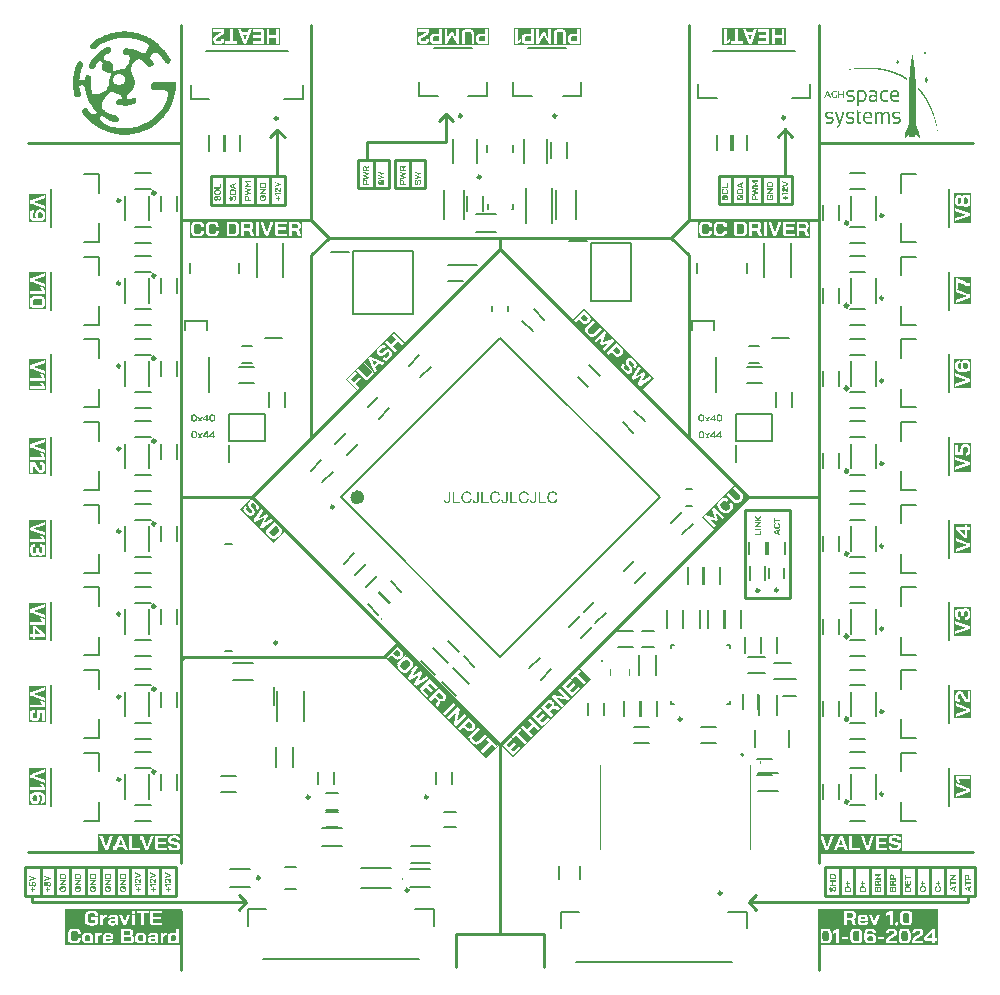
<source format=gbr>
%TF.GenerationSoftware,Altium Limited,Altium Designer,24.0.1 (36)*%
G04 Layer_Color=16777215*
%FSLAX45Y45*%
%MOMM*%
%TF.SameCoordinates,E594D193-3514-40B7-BCFE-BF8AFB9400D8*%
%TF.FilePolarity,Positive*%
%TF.FileFunction,Legend,Top*%
%TF.Part,Single*%
G01*
G75*
%TA.AperFunction,NonConductor*%
%ADD95C,0.25400*%
%ADD99C,0.30000*%
%ADD100C,0.25000*%
%ADD101C,0.20000*%
%ADD102C,0.60000*%
%ADD103C,0.10000*%
%ADD104C,0.12700*%
G36*
X8096135Y8281963D02*
X8096518D01*
X8096517Y8280816D01*
X8096900D01*
Y8278521D01*
X8097283D01*
X8097282Y8277374D01*
X8097665D01*
Y8275462D01*
X8098047Y8275462D01*
Y8274315D01*
X8098430D01*
Y8273168D01*
X8098812D01*
Y8272403D01*
X8099195D01*
Y8272020D01*
X8099577D01*
Y8270873D01*
X8099959D01*
X8099959Y8270108D01*
X8100342D01*
Y8268961D01*
X8100724D01*
Y8268197D01*
X8101106D01*
X8101107Y8267814D01*
X8101489Y8267814D01*
Y8267432D01*
X8101871D01*
X8101871Y8267049D01*
X8102254D01*
Y8266284D01*
X8102636Y8266284D01*
Y8265902D01*
X8103019D01*
Y8265520D01*
X8103401D01*
Y8265137D01*
X8103784D01*
Y8264755D01*
X8104166D01*
Y8264372D01*
X8104548D01*
X8104548Y8263990D01*
X8104930D01*
X8104930Y8263608D01*
X8105695Y8263608D01*
X8105696Y8263225D01*
X8106078D01*
Y8262843D01*
X8106460D01*
Y8262460D01*
X8107225D01*
X8107225Y8262078D01*
X8107990D01*
Y8261313D01*
X8107608D01*
Y8260931D01*
X8106843D01*
X8106843Y8260549D01*
X8106078D01*
Y8260166D01*
X8105695D01*
Y8259784D01*
X8104930D01*
Y8259401D01*
X8104548D01*
Y8259019D01*
X8104166D01*
Y8258637D01*
X8103784D01*
Y8258254D01*
X8103401D01*
Y8257872D01*
X8103019D01*
Y8257489D01*
X8102636D01*
X8102636Y8257107D01*
X8102254D01*
Y8256342D01*
X8101871D01*
Y8255960D01*
X8101489D01*
Y8255577D01*
X8101107D01*
X8101107Y8255195D01*
X8100724D01*
Y8254430D01*
X8100342D01*
Y8253283D01*
X8099959D01*
Y8252518D01*
X8099577Y8252518D01*
X8099577Y8251371D01*
X8099195D01*
Y8250988D01*
X8098812D01*
Y8250224D01*
X8098430D01*
X8098430Y8249076D01*
X8098047D01*
Y8247929D01*
X8097665Y8247930D01*
X8097665Y8246017D01*
X8097283D01*
Y8244870D01*
X8096900D01*
X8096900Y8242576D01*
X8096517D01*
Y8241428D01*
X8096135D01*
Y8241046D01*
X8095753D01*
Y8241811D01*
X8095371D01*
Y8243340D01*
X8094988D01*
Y8245252D01*
X8094606D01*
Y8246782D01*
X8094223D01*
Y8247164D01*
Y8247547D01*
Y8248694D01*
X8093841D01*
Y8249458D01*
X8093459Y8249459D01*
X8093459Y8250224D01*
X8093076Y8250224D01*
Y8251371D01*
X8092694D01*
Y8251753D01*
X8092311D01*
Y8253283D01*
X8091929D01*
Y8253665D01*
X8091547Y8253665D01*
Y8254813D01*
X8091164D01*
X8091164Y8255195D01*
X8090782D01*
Y8255577D01*
X8090399D01*
X8090399Y8256342D01*
X8090017D01*
Y8256725D01*
X8089635D01*
Y8257107D01*
X8089252D01*
X8089252Y8257489D01*
X8088870Y8257489D01*
Y8258254D01*
X8088487D01*
Y8258637D01*
X8088105Y8258636D01*
Y8259019D01*
X8087722D01*
Y8259401D01*
X8086958D01*
Y8259784D01*
X8086575D01*
Y8260166D01*
X8085810D01*
Y8260549D01*
X8085428D01*
Y8260931D01*
X8084663D01*
Y8261313D01*
X8083898D01*
Y8262078D01*
X8084663D01*
Y8262460D01*
X8085428Y8262460D01*
Y8262843D01*
X8086193D01*
X8086193Y8263225D01*
X8086575D01*
Y8263608D01*
X8086958D01*
X8086958Y8263990D01*
X8087722Y8263990D01*
Y8264372D01*
X8088105D01*
Y8264755D01*
X8088487D01*
X8088487Y8265137D01*
X8088870Y8265137D01*
Y8265520D01*
X8089252D01*
X8089252Y8265902D01*
X8089635D01*
Y8266667D01*
X8090017D01*
Y8267049D01*
X8090399Y8267050D01*
Y8267814D01*
X8090782Y8267814D01*
Y8268197D01*
X8091164Y8268197D01*
Y8268579D01*
X8091547D01*
Y8269726D01*
X8091929D01*
Y8270109D01*
X8092311Y8270108D01*
Y8271638D01*
X8092694D01*
Y8272020D01*
X8093076D01*
Y8273168D01*
X8093459D01*
Y8273932D01*
X8093841Y8273932D01*
Y8274697D01*
X8094223D01*
Y8276610D01*
X8094606D01*
Y8277757D01*
X8094988D01*
Y8279669D01*
X8095371D01*
Y8281580D01*
X8095753D01*
Y8282345D01*
X8096135Y8282345D01*
Y8281963D01*
D02*
G37*
G36*
X1368876Y8443129D02*
X1373855Y8441469D01*
X1392941Y8438980D01*
X1401239Y8437320D01*
X1411197Y8435660D01*
X1437752Y8429022D01*
X1446880Y8426532D01*
X1472604Y8417404D01*
X1497499Y8407446D01*
X1515756Y8399148D01*
X1529863Y8391679D01*
X1541480Y8385041D01*
X1559737Y8373423D01*
X1563056Y8371764D01*
X1595419Y8347699D01*
X1597909Y8345209D01*
X1601228Y8343549D01*
X1611186Y8333591D01*
X1614505Y8331932D01*
X1646869Y8299568D01*
X1648528Y8296249D01*
X1656827Y8287951D01*
X1658486Y8284631D01*
X1663465Y8279652D01*
X1665125Y8276333D01*
X1668444Y8273014D01*
X1670104Y8269694D01*
X1673423Y8266375D01*
X1675083Y8263056D01*
X1678402Y8259737D01*
X1680062Y8256417D01*
X1688360Y8244800D01*
X1690020Y8241480D01*
X1698318Y8228203D01*
X1699978Y8224884D01*
X1709936Y8203308D01*
X1708276Y8188371D01*
X1700808Y8179243D01*
X1697488Y8175924D01*
X1685871Y8172604D01*
X1672593Y8174264D01*
X1663465Y8181733D01*
X1658486Y8186712D01*
X1646869Y8208287D01*
X1640230Y8218245D01*
X1638570Y8221564D01*
X1622804Y8242310D01*
X1618654Y8248119D01*
X1615335Y8251438D01*
X1613675Y8254758D01*
X1604547Y8263886D01*
X1596249Y8267205D01*
X1573014Y8265545D01*
X1561396Y8258907D01*
X1548949Y8246459D01*
X1547289Y8243140D01*
X1543970Y8239821D01*
X1542310Y8236501D01*
X1535672Y8224884D01*
X1534012Y8219905D01*
X1548949Y8204968D01*
X1550609Y8201649D01*
X1557247Y8195010D01*
X1558907Y8191690D01*
X1563886Y8186712D01*
X1567205Y8178413D01*
X1565545Y8161817D01*
X1554758Y8151029D01*
X1551438Y8149369D01*
X1536501Y8142730D01*
X1526543Y8144390D01*
X1517415Y8151859D01*
X1507457Y8161817D01*
X1505798Y8165136D01*
X1478413Y8192520D01*
X1475094Y8194180D01*
X1471775Y8197499D01*
X1468455Y8199159D01*
X1465136Y8202478D01*
X1461817Y8204138D01*
X1445220Y8214096D01*
X1436922Y8210777D01*
X1433602Y8209117D01*
X1421985Y8202478D01*
X1407048Y8190861D01*
X1394600Y8178413D01*
X1392941Y8175094D01*
X1386302Y8163476D01*
X1381323Y8151859D01*
X1378834Y8141071D01*
X1378004Y8103729D01*
X1379663Y8098750D01*
X1382153Y8089622D01*
X1383813Y8082983D01*
X1393771Y8066386D01*
X1399579Y8052279D01*
X1402899Y8040662D01*
X1404559Y8034023D01*
X1406218Y8022405D01*
X1404559Y7992531D01*
X1402899Y7987552D01*
X1397090Y7971786D01*
X1389622Y7957679D01*
X1378004Y7942742D01*
X1365556Y7930294D01*
X1362237Y7928635D01*
X1358918Y7925315D01*
X1355599Y7923655D01*
X1346470Y7917847D01*
X1343981Y7908719D01*
X1342321Y7902080D01*
X1340662Y7888803D01*
X1339832Y7887973D01*
X1341491Y7882994D01*
X1343151Y7874696D01*
X1347300Y7870547D01*
X1353939Y7868887D01*
X1362237Y7872206D01*
X1371365Y7874696D01*
X1392111Y7883824D01*
X1407048Y7882164D01*
X1410367Y7878845D01*
X1413687Y7877185D01*
X1416176Y7874696D01*
X1421155Y7863078D01*
X1419495Y7849801D01*
X1412027Y7840673D01*
X1408708Y7837353D01*
X1400409Y7834034D01*
X1388792Y7829055D01*
X1367216Y7822416D01*
X1353939Y7819097D01*
X1332363Y7817438D01*
X1325725Y7815778D01*
X1295021Y7818267D01*
X1276765Y7821587D01*
X1263487Y7824906D01*
X1253529Y7831544D01*
X1251870Y7834864D01*
X1248550Y7843162D01*
X1250210Y7858099D01*
X1257679Y7867227D01*
X1269296Y7872206D01*
X1284233Y7870547D01*
X1289212Y7868887D01*
X1297510Y7867227D01*
X1298340Y7887973D01*
X1296681Y7892952D01*
X1293361Y7901250D01*
X1287552Y7907059D01*
X1268466Y7911208D01*
X1255189Y7916187D01*
X1245231Y7921166D01*
X1236103Y7926975D01*
X1226975Y7934443D01*
X1226145Y7935273D01*
X1221166Y7933614D01*
X1205399Y7927805D01*
X1182994Y7915357D01*
X1173866Y7907889D01*
X1171376Y7905399D01*
X1168057Y7903740D01*
X1163908Y7899590D01*
X1162248Y7896271D01*
X1155610Y7889633D01*
X1153950Y7886313D01*
X1150631Y7882994D01*
X1137353Y7854780D01*
X1132374Y7838183D01*
X1129055Y7818267D01*
X1127395Y7806650D01*
X1129055Y7795032D01*
X1134864Y7789223D01*
X1138183Y7787564D01*
X1144822Y7780925D01*
X1148141Y7779265D01*
X1151460Y7775946D01*
X1154780Y7774286D01*
X1166397Y7765988D01*
X1169717Y7764328D01*
X1182994Y7756030D01*
X1207889Y7744413D01*
X1224485Y7737774D01*
X1236103Y7734454D01*
X1252700Y7729476D01*
X1264317Y7722837D01*
X1268466Y7718688D01*
X1270126Y7715368D01*
X1271786Y7710389D01*
X1273445Y7703751D01*
X1271786Y7693793D01*
X1263487Y7682175D01*
X1249380Y7676366D01*
X1234443Y7678026D01*
X1226145Y7681345D01*
X1217017Y7683835D01*
X1198761Y7690474D01*
X1185484Y7695452D01*
X1143162Y7717858D01*
X1127395Y7728646D01*
X1123246Y7731135D01*
X1119097Y7726986D01*
X1115778Y7718688D01*
X1114118Y7712049D01*
X1115778Y7698772D01*
X1126565Y7683005D01*
X1136524Y7673047D01*
X1139843Y7671388D01*
X1151460Y7663089D01*
X1158099Y7661429D01*
X1179675Y7651472D01*
X1187973Y7648152D01*
X1214527Y7639854D01*
X1226145Y7636535D01*
X1232784Y7634875D01*
X1243572Y7632385D01*
X1251870Y7630726D01*
X1273445Y7627406D01*
X1291702Y7625747D01*
X1347300Y7624917D01*
X1352279Y7626577D01*
X1378834Y7628236D01*
X1383813Y7629896D01*
X1397920Y7632385D01*
X1404559Y7634045D01*
X1412857Y7635705D01*
X1419495Y7637364D01*
X1428624Y7639854D01*
X1459327Y7650642D01*
X1475924Y7657280D01*
X1521564Y7681345D01*
X1533182Y7689644D01*
X1536501Y7691303D01*
X1557247Y7707070D01*
X1563056Y7711219D01*
X1566375Y7714539D01*
X1569695Y7716198D01*
X1582972Y7729476D01*
X1586291Y7731135D01*
X1598738Y7743583D01*
X1600398Y7746902D01*
X1613675Y7760179D01*
X1615335Y7763499D01*
X1620314Y7768477D01*
X1621974Y7771797D01*
X1626953Y7776776D01*
X1628612Y7780095D01*
X1631932Y7783414D01*
X1633591Y7786734D01*
X1641890Y7798351D01*
X1643549Y7801671D01*
X1650188Y7811629D01*
X1676742Y7866397D01*
X1680062Y7874696D01*
X1688360Y7901250D01*
X1691679Y7914527D01*
X1690020Y7926145D01*
X1682551Y7936933D01*
X1679232Y7938592D01*
X1667614Y7943572D01*
X1660976Y7945231D01*
X1644379Y7946891D01*
X1556417Y7948551D01*
X1553098Y7951870D01*
X1549779Y7953529D01*
X1547289Y7956019D01*
X1545629Y7959338D01*
X1542310Y7967637D01*
X1540650Y7979254D01*
X1542310Y7997510D01*
X1551438Y8009958D01*
X1554758Y8011617D01*
X1563056Y8014937D01*
X1755576Y8013277D01*
X1758066Y8005809D01*
X1755576Y7963488D01*
X1753917Y7950210D01*
X1750597Y7928635D01*
X1747278Y7912038D01*
X1742299Y7892122D01*
X1739810Y7882994D01*
X1729022Y7852290D01*
X1719064Y7827395D01*
X1694999Y7781755D01*
X1688360Y7771797D01*
X1686700Y7768477D01*
X1662635Y7736114D01*
X1658486Y7730305D01*
X1655167Y7726986D01*
X1653507Y7723667D01*
X1641890Y7712049D01*
X1640230Y7708730D01*
X1616165Y7684665D01*
X1612846Y7683005D01*
X1604547Y7674707D01*
X1601228Y7673047D01*
X1594589Y7666408D01*
X1591270Y7664749D01*
X1587951Y7661429D01*
X1584631Y7659770D01*
X1579652Y7654791D01*
X1576333Y7653131D01*
X1554758Y7638194D01*
X1551438Y7636535D01*
X1541480Y7629896D01*
X1483392Y7601682D01*
X1475094Y7598363D01*
X1438581Y7586745D01*
X1431943Y7585085D01*
X1420325Y7581766D01*
X1392111Y7576787D01*
X1385472Y7575127D01*
X1368876Y7573467D01*
X1357258Y7571808D01*
X1320746Y7570148D01*
X1277595Y7571808D01*
X1272615Y7573467D01*
X1250210Y7575957D01*
X1241912Y7577617D01*
X1239422Y7578447D01*
X1237763D01*
X1225315Y7580936D01*
X1218677Y7582596D01*
X1210378Y7584255D01*
X1201250Y7586745D01*
X1160588Y7600852D01*
X1143992Y7607490D01*
X1134864Y7611640D01*
X1103330Y7628236D01*
X1091713Y7634875D01*
X1081755Y7641514D01*
X1078435Y7643173D01*
X1051881Y7663089D01*
X1036944Y7674707D01*
X1030305Y7681345D01*
X1026986Y7683005D01*
X992963Y7717028D01*
X991303Y7720347D01*
X984665Y7726986D01*
X983005Y7730305D01*
X978026Y7735284D01*
X976366Y7738604D01*
X971387Y7743583D01*
X969728Y7746902D01*
X966409Y7750221D01*
X961429Y7761839D01*
X963089Y7778435D01*
X966409Y7781755D01*
X968068Y7785074D01*
X972217Y7789223D01*
X980515Y7792542D01*
X987154Y7794202D01*
X998772Y7792542D01*
X1007900Y7785074D01*
X1012879Y7780095D01*
X1014538Y7776776D01*
X1017858Y7773456D01*
X1019517Y7770137D01*
X1024497Y7765158D01*
X1026156Y7761839D01*
X1038604Y7749391D01*
X1046902Y7746072D01*
X1058520Y7744413D01*
X1070137Y7746072D01*
X1080925Y7756860D01*
X1084244Y7763499D01*
X1065988Y7781755D01*
X1064328Y7785074D01*
X1057690Y7791713D01*
X1056030Y7795032D01*
X1051051Y7800011D01*
X1049391Y7803330D01*
X1046072Y7806650D01*
X1044412Y7809969D01*
X1032795Y7826565D01*
X1031135Y7829885D01*
X1022837Y7843162D01*
X1007900Y7874696D01*
X1001261Y7891292D01*
X991303Y7924485D01*
X989644Y7931124D01*
X984665Y7959338D01*
X983005Y7970956D01*
X980515Y7985063D01*
X969728Y7987552D01*
X953961Y7988382D01*
X948982Y7986723D01*
X938194Y7980914D01*
X942343Y7946891D01*
X944003Y7936933D01*
X947322Y7920336D01*
X948152Y7907889D01*
X941513Y7896271D01*
X937364Y7892122D01*
X934045Y7890463D01*
X925747Y7887143D01*
X910810Y7888803D01*
X900022Y7896271D01*
X898362Y7899590D01*
X895043Y7907889D01*
X893384Y7914527D01*
X888404Y7942742D01*
X886745Y7954359D01*
X885085Y7970956D01*
X883425Y7992531D01*
X885085Y8053939D01*
X886745Y8058918D01*
X889234Y8079664D01*
X895873Y8112857D01*
X898362Y8121985D01*
X900022Y8128624D01*
X912470Y8164306D01*
X915789Y8172604D01*
X918278Y8178413D01*
X925747Y8187541D01*
X937364Y8192520D01*
X952301Y8190861D01*
X961429Y8183392D01*
X964749Y8180073D01*
X968068Y8171775D01*
X966409Y8153518D01*
X961429Y8141901D01*
X951472Y8110367D01*
X948152Y8098750D01*
X945663Y8087962D01*
X944003Y8079664D01*
X942343Y8069705D01*
X939854Y8047300D01*
X938194Y8040662D01*
X939854Y8035683D01*
X950642Y8031533D01*
X962259Y8029874D01*
X980515Y8031533D01*
X982175Y8038172D01*
X983835Y8053109D01*
X985495Y8061407D01*
X991303Y8070535D01*
X995452Y8074685D01*
X1003751Y8078004D01*
X1010389Y8079664D01*
X1020347Y8078004D01*
X1031135Y8070535D01*
X1032795Y8067216D01*
X1037774Y8055599D01*
X1035284Y8029874D01*
X1034454Y7985893D01*
X1036114Y7980914D01*
X1038604Y7958508D01*
X1040263Y7950210D01*
X1041923Y7943572D01*
X1043583Y7935273D01*
X1046072Y7926145D01*
X1049391Y7917847D01*
X1096692Y7917017D01*
X1101671Y7918677D01*
X1114118Y7921166D01*
X1120757Y7922826D01*
X1137353Y7929464D01*
X1150631Y7937763D01*
X1156439Y7941912D01*
X1159759Y7945231D01*
X1163078Y7946891D01*
X1165567Y7949380D01*
X1167227Y7952700D01*
X1173866Y7959338D01*
X1175525Y7962658D01*
X1187143Y7987552D01*
X1190462Y8000830D01*
X1192122Y8040662D01*
X1195441Y8048960D01*
X1199590Y8059748D01*
X1205399Y8073855D01*
X1203740Y8080493D01*
X1201250Y8092941D01*
X1197931Y8101239D01*
X1189633Y8097920D01*
X1182994Y8096260D01*
X1161418Y8097920D01*
X1146481Y8106218D01*
X1139013Y8112027D01*
X1137353Y8115346D01*
X1134034Y8118665D01*
X1129055Y8130283D01*
X1127395Y8136922D01*
X1125736Y8148539D01*
X1127395Y8153518D01*
X1129055Y8163476D01*
X1134034Y8175094D01*
X1124076Y8193350D01*
X1119927Y8197499D01*
X1111629Y8200819D01*
X1108309Y8199159D01*
X1100841Y8191690D01*
X1099181Y8188371D01*
X1092542Y8181733D01*
X1090883Y8178413D01*
X1075946Y8156838D01*
X1074286Y8153518D01*
X1067648Y8141901D01*
X1061839Y8134432D01*
X1058520Y8132773D01*
X1050221Y8129453D01*
X1043583Y8127794D01*
X1034454Y8130283D01*
X1025326Y8136092D01*
X1021177Y8140241D01*
X1017858Y8151859D01*
X1019517Y8166796D01*
X1026156Y8176754D01*
X1027816Y8180073D01*
X1047732Y8209947D01*
X1055200Y8219075D01*
X1059349Y8224884D01*
X1064328Y8229863D01*
X1065988Y8233182D01*
X1096692Y8263886D01*
X1100011Y8265545D01*
X1106650Y8272184D01*
X1109969Y8273844D01*
X1114948Y8278823D01*
X1118267Y8280482D01*
X1121587Y8283802D01*
X1124906Y8285461D01*
X1136524Y8293760D01*
X1139843Y8295419D01*
X1149801Y8302058D01*
X1178015Y8315335D01*
X1192952Y8313676D01*
X1203740Y8306207D01*
X1205399Y8302888D01*
X1208719Y8294589D01*
X1207059Y8276333D01*
X1196271Y8265545D01*
X1174696Y8253928D01*
X1149801Y8237331D01*
X1147311Y8234842D01*
X1148971Y8211606D01*
X1158099Y8199159D01*
X1168057Y8194180D01*
X1173036Y8195840D01*
X1189633Y8194180D01*
X1207889Y8184222D01*
X1217017Y8175094D01*
X1223656Y8160157D01*
X1225315Y8153518D01*
X1223656Y8128624D01*
X1218677Y8117006D01*
X1224485Y8111197D01*
X1237763Y8104558D01*
X1241082Y8107878D01*
X1259338Y8116176D01*
X1267637Y8119495D01*
X1287552Y8122815D01*
X1310788Y8124474D01*
X1314107Y8127794D01*
X1317426Y8129453D01*
X1333193Y8145220D01*
X1334853Y8148539D01*
X1339832Y8153518D01*
X1341491Y8156838D01*
X1349790Y8168455D01*
X1354769Y8180073D01*
X1358088Y8188371D01*
X1360577Y8199159D01*
X1362237Y8209117D01*
X1363067Y8226543D01*
X1361407Y8231522D01*
X1359748Y8241480D01*
X1333193Y8243140D01*
X1324895Y8244800D01*
X1319086Y8248949D01*
X1313277Y8254758D01*
X1309958Y8266375D01*
X1309128Y8277163D01*
X1310788Y8285461D01*
X1316597Y8294589D01*
X1319086Y8297079D01*
X1327384Y8300398D01*
X1373855Y8298739D01*
X1378834Y8297079D01*
X1394600Y8294589D01*
X1414516Y8289610D01*
X1437752Y8281312D01*
X1454348Y8274674D01*
X1478413Y8262226D01*
X1486712Y8258907D01*
X1495840Y8266375D01*
X1504138Y8274674D01*
X1505798Y8277993D01*
X1509117Y8281312D01*
X1510777Y8284631D01*
X1520735Y8306207D01*
X1522394Y8312846D01*
X1524054Y8324463D01*
X1523224Y8333591D01*
X1504968Y8343549D01*
X1466796Y8361805D01*
X1458497Y8365125D01*
X1447710Y8369274D01*
X1433602Y8373423D01*
X1421985Y8376742D01*
X1395430Y8383381D01*
X1383813Y8385041D01*
X1377174Y8386701D01*
X1340662Y8390020D01*
X1270956Y8388360D01*
X1265977Y8386701D01*
X1250210Y8384211D01*
X1240252Y8382551D01*
X1220336Y8377572D01*
X1211208Y8375083D01*
X1180504Y8364295D01*
X1163908Y8357656D01*
X1121587Y8335251D01*
X1096692Y8318654D01*
X1081755Y8307037D01*
X1072627Y8299568D01*
X1060179Y8292100D01*
X1041923Y8293760D01*
X1032795Y8301228D01*
X1029475Y8304547D01*
X1026156Y8312846D01*
X1027816Y8329442D01*
X1035284Y8338570D01*
X1041923Y8345209D01*
X1045242Y8346869D01*
X1050221Y8351848D01*
X1053540Y8353507D01*
X1058520Y8358486D01*
X1061839Y8360146D01*
X1085074Y8376742D01*
X1100011Y8385041D01*
X1111629Y8391679D01*
X1153120Y8411595D01*
X1169717Y8418234D01*
X1201250Y8428192D01*
X1212868Y8431511D01*
X1226145Y8434830D01*
X1246061Y8438150D01*
X1252700Y8439810D01*
X1269296Y8441469D01*
X1275935Y8443129D01*
X1317426Y8444789D01*
X1368876Y8443129D01*
D02*
G37*
G36*
X7991357Y8241811D02*
X7991739Y8241811D01*
Y8241428D01*
X7992122D01*
X7992122Y8239899D01*
X7992504D01*
Y8238752D01*
X7992886D01*
Y8237222D01*
X7993269D01*
Y8235310D01*
X7993651D01*
Y8234545D01*
X7994034D01*
Y8233015D01*
X7994416D01*
Y8232251D01*
X7994799D01*
X7994799Y8230339D01*
X7995181Y8230339D01*
X7995181Y8228044D01*
X7995563Y8228045D01*
Y8226514D01*
X7995946Y8226515D01*
Y8224603D01*
X7996328D01*
Y8223838D01*
X7996711D01*
Y8221925D01*
X7997093Y8221926D01*
Y8220014D01*
X7997475D01*
X7997476Y8218484D01*
X7997858Y8218484D01*
Y8216190D01*
X7998240D01*
Y8214660D01*
X7998623D01*
X7998623Y8212366D01*
X7999005D01*
Y8210071D01*
X7999387D01*
Y8208159D01*
X7999770D01*
Y8206247D01*
X8000152D01*
Y8205100D01*
X8000535D01*
Y8202041D01*
X8000917D01*
Y8199746D01*
X8001299D01*
Y8196687D01*
X8001682Y8196687D01*
Y8194775D01*
X8002064D01*
Y8193245D01*
X8002447D01*
Y8190569D01*
X8002829D01*
Y8189039D01*
X8003211Y8189039D01*
Y8184833D01*
X8003594D01*
X8003594Y8182156D01*
X8003976D01*
Y8179479D01*
X8004359D01*
Y8177184D01*
X8004741D01*
Y8175273D01*
X8005123D01*
Y8171449D01*
X8005506Y8171448D01*
Y8169154D01*
X8005888Y8169154D01*
X8005888Y8165713D01*
X8006270D01*
Y8162653D01*
X8006653Y8162653D01*
Y8159976D01*
X8007036Y8159977D01*
Y8155770D01*
X8007418D01*
Y8152711D01*
X8007800D01*
Y8148887D01*
X8008183Y8148887D01*
Y8147357D01*
X8008565D01*
X8008565Y8143533D01*
X8008948D01*
Y8138944D01*
X8009330D01*
Y8134738D01*
X8009712D01*
X8009712Y8129384D01*
X8010095D01*
X8010095Y8127855D01*
X8010477D01*
X8010477Y8123266D01*
X8010860D01*
Y8120972D01*
X8011242D01*
Y8116765D01*
X8011624D01*
Y8109882D01*
X8012007D01*
Y8105675D01*
X8012389D01*
X8012389Y8099557D01*
X8012772Y8099557D01*
Y8097263D01*
X8013154Y8097262D01*
Y8092291D01*
X8013536D01*
Y8085790D01*
X8013918D01*
Y8082349D01*
X8014301Y8082349D01*
Y8075083D01*
X8014683Y8075083D01*
Y8069347D01*
X8015066D01*
Y8062081D01*
X8015448D01*
Y8054816D01*
X8015831D01*
Y8049845D01*
X8016213D01*
Y8042196D01*
X8016596D01*
Y8038372D01*
X8016978Y8038373D01*
Y8028812D01*
X8017360Y8028812D01*
Y8019252D01*
X8017743D01*
Y8007398D01*
X8018125Y8007398D01*
Y7995543D01*
X8018508D01*
X8018507Y7990190D01*
X8018890D01*
Y7976805D01*
X8019272D01*
Y7969157D01*
X8019655D01*
Y7941624D01*
X8020037D01*
X8020037Y7918680D01*
X8020420D01*
X8020420Y7887323D01*
X8020802Y7887323D01*
X8020802Y7822315D01*
X8020420D01*
Y7785986D01*
X8020037Y7785986D01*
X8020037Y7761513D01*
X8019655D01*
Y7727861D01*
X8019272D01*
Y7718683D01*
X8018890D01*
Y7700711D01*
X8018508D01*
Y7694975D01*
X8018125D01*
Y7678914D01*
X8017743D01*
Y7662470D01*
X8017360Y7662471D01*
Y7660558D01*
X8017743Y7660558D01*
Y7659029D01*
X8018125D01*
Y7658264D01*
X8018508D01*
Y7657882D01*
X8018890D01*
Y7656734D01*
X8019272D01*
Y7655969D01*
X8019655D01*
Y7654822D01*
X8020037D01*
Y7653675D01*
X8020420Y7653675D01*
Y7652910D01*
X8020802D01*
Y7652145D01*
X8021184D01*
X8021184Y7651381D01*
X8021567Y7651381D01*
Y7650234D01*
X8021949D01*
Y7649469D01*
X8022331D01*
Y7648704D01*
X8022714D01*
X8022713Y7647557D01*
X8023096D01*
Y7646792D01*
X8023479D01*
Y7645645D01*
X8023861D01*
Y7644880D01*
X8024244Y7644879D01*
Y7643732D01*
X8024626Y7643732D01*
Y7643350D01*
X8025009D01*
Y7642585D01*
X8025391D01*
Y7641438D01*
X8025773D01*
Y7640291D01*
X8026156D01*
Y7639144D01*
X8026538Y7639144D01*
Y7638379D01*
X8026921D01*
X8026920Y7637614D01*
X8027303D01*
Y7636849D01*
X8027685D01*
Y7636085D01*
X8028068Y7636084D01*
Y7634555D01*
X8028450D01*
Y7633790D01*
X8028833Y7633790D01*
Y7633026D01*
X8029215D01*
X8029215Y7632261D01*
X8029597D01*
Y7631496D01*
X8029979D01*
Y7630348D01*
X8030362D01*
Y7629584D01*
X8030744D01*
Y7628437D01*
X8031127D01*
Y7627672D01*
X8031509Y7627672D01*
Y7626524D01*
X8031892D01*
Y7625759D01*
X8032274D01*
X8032275Y7624994D01*
X8032657Y7624995D01*
Y7623848D01*
X8033039Y7623848D01*
Y7623465D01*
X8033421D01*
Y7622318D01*
X8033804D01*
Y7621171D01*
X8034186D01*
Y7620024D01*
X8034569D01*
Y7619259D01*
X8034951Y7619259D01*
Y7618494D01*
X8035333D01*
Y7617729D01*
X8035716D01*
Y7616964D01*
X8036098Y7616965D01*
Y7615817D01*
X8036480D01*
Y7614670D01*
X8036863D01*
Y7613905D01*
X8037246Y7613905D01*
Y7612758D01*
X8037628D01*
Y7612376D01*
X8038010D01*
Y7611228D01*
X8038392D01*
Y7610464D01*
X8038775D01*
Y7609699D01*
X8039157D01*
Y7608551D01*
X8039540D01*
Y7607787D01*
X8039922D01*
Y7606639D01*
X8040304D01*
Y7605492D01*
X8040687D01*
Y7604728D01*
X8041070Y7604727D01*
X8041069Y7603963D01*
X8041452D01*
Y7603580D01*
X8041834D01*
Y7602051D01*
X8042217D01*
Y7601286D01*
X8042599D01*
Y7600139D01*
X8042981D01*
Y7598992D01*
X8043364D01*
X8043364Y7598609D01*
X8043746Y7598609D01*
Y7597844D01*
X8044128D01*
Y7597080D01*
X8044511D01*
Y7595550D01*
X8044893D01*
Y7594785D01*
X8045276D01*
Y7593638D01*
X8045658D01*
Y7592873D01*
X8046041D01*
X8046041Y7592491D01*
X8046423Y7592491D01*
Y7590961D01*
X8046805D01*
X8046806Y7590196D01*
X8047188D01*
Y7589431D01*
X8047570D01*
Y7588284D01*
X8047952Y7588284D01*
Y7585990D01*
X8048335D01*
Y7582166D01*
X8048717Y7582166D01*
Y7579489D01*
X8049100Y7579489D01*
Y7576430D01*
X8049482Y7576430D01*
Y7575283D01*
X8049865D01*
Y7572223D01*
X8050247D01*
Y7568782D01*
X8050629D01*
Y7565340D01*
X8051012Y7565340D01*
Y7561516D01*
X8051394D01*
X8051394Y7560369D01*
X8051776D01*
Y7557309D01*
X8052159D01*
Y7555780D01*
X8052541D01*
Y7552721D01*
X8052924Y7552721D01*
Y7548897D01*
X8053306Y7548897D01*
Y7545838D01*
X8053688D01*
Y7542396D01*
X8054071D01*
X8054071Y7540866D01*
X8053688D01*
X8053689Y7540484D01*
X8053306D01*
X8053306Y7540866D01*
X8052924D01*
X8052924Y7541248D01*
X8052541Y7541249D01*
Y7541631D01*
X8052159D01*
X8052159Y7542013D01*
X8051394Y7542014D01*
Y7542396D01*
X8051012D01*
X8051012Y7542778D01*
X8050629D01*
Y7543160D01*
X8050247D01*
Y7543543D01*
X8049482D01*
X8049482Y7543926D01*
X8049100Y7543925D01*
X8049100Y7544308D01*
X8048717D01*
Y7544690D01*
X8048335D01*
Y7545073D01*
X8047952D01*
Y7545455D01*
X8047570D01*
Y7545838D01*
X8047188D01*
X8047188Y7546220D01*
X8046423D01*
Y7546603D01*
X8046041Y7546602D01*
X8046041Y7546985D01*
X8045276D01*
X8045276Y7547367D01*
X8044893D01*
Y7547749D01*
X8044511D01*
X8044511Y7548132D01*
X8044129D01*
X8044128Y7548514D01*
X8043746D01*
Y7548897D01*
X8043364D01*
Y7549279D01*
X8042599D01*
Y7549661D01*
X8042217D01*
X8042217Y7550044D01*
X8041834D01*
Y7550426D01*
X8041452D01*
X8041452Y7550809D01*
X8041070D01*
Y7551191D01*
X8040304Y7551191D01*
Y7551574D01*
X8039922Y7551573D01*
Y7551956D01*
X8039539D01*
X8039540Y7552338D01*
X8039157Y7552338D01*
Y7552721D01*
X8038392Y7552721D01*
Y7553103D01*
X8038010D01*
Y7553486D01*
X8037628D01*
Y7553868D01*
X8037246D01*
Y7554250D01*
X8036863D01*
Y7554633D01*
X8036480D01*
Y7555015D01*
X8035716D01*
Y7555397D01*
X8035333D01*
Y7555780D01*
X8034951D01*
Y7556162D01*
X8034569D01*
Y7556545D01*
X8034186D01*
Y7556927D01*
X8033804D01*
Y7557309D01*
X8033039D01*
X8033039Y7557692D01*
X8032657D01*
Y7558075D01*
X8032274D01*
X8032275Y7558457D01*
X8031891D01*
X8031892Y7558839D01*
X8031509D01*
Y7559222D01*
X8030744D01*
X8030744Y7559604D01*
X8030362D01*
Y7559986D01*
X8029979D01*
Y7560369D01*
X8029597D01*
Y7560751D01*
X8028833D01*
Y7561134D01*
X8028450D01*
Y7561516D01*
X8028068Y7561515D01*
Y7561898D01*
X8027685D01*
Y7562281D01*
X8027303Y7562281D01*
Y7562663D01*
X8026921D01*
X8026920Y7563046D01*
X8026156D01*
Y7563428D01*
X8025773D01*
Y7563810D01*
X8025391D01*
Y7564193D01*
X8025009D01*
X8025009Y7564575D01*
X8024626D01*
X8024626Y7564957D01*
X8024244D01*
Y7565340D01*
X8023479D01*
Y7565722D01*
X8023096D01*
Y7566105D01*
X8022714D01*
Y7566488D01*
X8022331D01*
Y7566870D01*
X8021567D01*
X8021567Y7567252D01*
X8021184D01*
Y7567634D01*
X8020802Y7567634D01*
Y7568017D01*
X8020420D01*
Y7568399D01*
X8020037D01*
Y7568782D01*
X8019655D01*
Y7569164D01*
X8018890D01*
Y7569546D01*
X8018508D01*
Y7569929D01*
X8018125D01*
Y7570311D01*
X8017743D01*
Y7570694D01*
X8017360D01*
Y7571076D01*
X8016596D01*
Y7571458D01*
X8016213D01*
X8016213Y7571841D01*
X8015448D01*
Y7572606D01*
X8015066D01*
Y7572988D01*
X8014301D01*
Y7572606D01*
X8013918D01*
X8013918Y7551191D01*
X8013536D01*
Y7550809D01*
X7964971D01*
Y7551191D01*
X7964589D01*
Y7572605D01*
X7963824Y7572606D01*
X7963824Y7572223D01*
X7963441D01*
Y7571841D01*
X7962677D01*
X7962676Y7571458D01*
X7962294D01*
Y7571076D01*
X7961912D01*
Y7570694D01*
X7961529Y7570693D01*
X7961529Y7570311D01*
X7961147D01*
Y7569929D01*
X7960765D01*
Y7569546D01*
X7960000D01*
X7960000Y7569164D01*
X7959618Y7569164D01*
Y7568781D01*
X7959235D01*
X7959235Y7568399D01*
X7958853Y7568400D01*
Y7568017D01*
X7958470D01*
Y7567634D01*
X7958088D01*
Y7567252D01*
X7957323D01*
X7957323Y7566870D01*
X7956941D01*
Y7566488D01*
X7956558D01*
Y7566105D01*
X7956176D01*
X7956176Y7565722D01*
X7955793D01*
Y7565340D01*
X7955029D01*
Y7564957D01*
X7954646D01*
X7954646Y7564575D01*
X7954264D01*
Y7564193D01*
X7953881D01*
X7953881Y7563810D01*
X7953499Y7563810D01*
Y7563428D01*
X7953117D01*
Y7563046D01*
X7952352D01*
Y7562663D01*
X7951970Y7562664D01*
Y7562281D01*
X7951587D01*
Y7561898D01*
X7951205D01*
Y7561516D01*
X7950822D01*
Y7561133D01*
X7950440D01*
X7950440Y7560751D01*
X7950057D01*
X7950058Y7560369D01*
X7949675D01*
Y7559986D01*
X7948910D01*
Y7559604D01*
X7948528D01*
Y7559221D01*
X7948145D01*
Y7558839D01*
X7947763D01*
Y7558457D01*
X7947380D01*
X7947380Y7558075D01*
X7946998D01*
X7946998Y7557692D01*
X7946616Y7557692D01*
Y7557309D01*
X7945851D01*
Y7556927D01*
X7945469D01*
Y7556545D01*
X7945086D01*
Y7556162D01*
X7944704D01*
X7944703Y7555780D01*
X7944321D01*
Y7555397D01*
X7943557D01*
Y7555015D01*
X7943174D01*
Y7554633D01*
X7942792D01*
Y7554250D01*
X7942410D01*
Y7553868D01*
X7942027D01*
Y7553486D01*
X7941645Y7553486D01*
Y7553103D01*
X7941262D01*
Y7552721D01*
X7940497Y7552720D01*
Y7552338D01*
X7940115D01*
X7940115Y7551956D01*
X7939732Y7551956D01*
Y7551574D01*
X7939350Y7551573D01*
Y7551191D01*
X7938967D01*
Y7550809D01*
X7938203D01*
X7938203Y7550426D01*
X7937821D01*
Y7550044D01*
X7937438D01*
Y7549661D01*
X7937056Y7549661D01*
X7937056Y7549279D01*
X7936673D01*
Y7548897D01*
X7935909Y7548897D01*
Y7548514D01*
X7935526Y7548514D01*
Y7548132D01*
X7935143D01*
Y7547749D01*
X7934761D01*
Y7547367D01*
X7934379D01*
Y7546985D01*
X7933997D01*
X7933997Y7546603D01*
X7933614Y7546602D01*
Y7546220D01*
X7932849D01*
Y7545838D01*
X7932467D01*
Y7545455D01*
X7932084D01*
Y7545073D01*
X7931702D01*
Y7544690D01*
X7931320D01*
Y7544308D01*
X7930938D01*
X7930937Y7543926D01*
X7930555Y7543925D01*
Y7543543D01*
X7929790D01*
Y7543160D01*
X7929408D01*
Y7542778D01*
X7929025D01*
X7929025Y7542396D01*
X7928643D01*
Y7542013D01*
X7928261D01*
Y7541631D01*
X7927878Y7541631D01*
Y7541248D01*
X7927496D01*
Y7540866D01*
X7926731D01*
X7926731Y7540484D01*
X7926348D01*
X7926348Y7540101D01*
X7925966D01*
X7925966Y7539719D01*
X7925201D01*
X7925202Y7540101D01*
X7924819D01*
Y7540866D01*
X7925201Y7540866D01*
Y7543926D01*
X7925584Y7543925D01*
Y7546220D01*
X7925966D01*
Y7548132D01*
X7926348D01*
Y7552338D01*
X7926731D01*
X7926731Y7555397D01*
X7927113D01*
Y7559604D01*
X7927496D01*
Y7562281D01*
X7927878D01*
Y7564193D01*
X7928261D01*
Y7567252D01*
X7928643D01*
Y7569546D01*
X7929025D01*
X7929025Y7574518D01*
X7929408D01*
Y7577577D01*
X7929790D01*
Y7580254D01*
X7930173Y7580253D01*
Y7582931D01*
X7930555D01*
Y7584842D01*
X7930937Y7584842D01*
X7930938Y7588284D01*
X7931320D01*
Y7589049D01*
X7931702D01*
Y7590196D01*
X7932084D01*
Y7590961D01*
X7932467D01*
Y7591726D01*
X7932849D01*
Y7592873D01*
X7933232Y7592873D01*
Y7593638D01*
X7933614D01*
Y7594785D01*
X7933997D01*
Y7595167D01*
X7934379D01*
Y7596314D01*
X7934761D01*
Y7597080D01*
X7935143D01*
Y7598227D01*
X7935526D01*
Y7599374D01*
X7935909D01*
Y7599756D01*
X7936291D01*
Y7600904D01*
X7936673D01*
X7936673Y7601286D01*
X7937056D01*
Y7602433D01*
X7937438Y7602433D01*
Y7603580D01*
X7937821D01*
Y7604345D01*
X7938203D01*
X7938203Y7605492D01*
X7938585D01*
Y7606257D01*
X7938968Y7606257D01*
Y7607022D01*
X7939350D01*
Y7608169D01*
X7939732D01*
Y7608934D01*
X7940115D01*
Y7610081D01*
X7940497Y7610081D01*
Y7610464D01*
X7940880D01*
Y7611993D01*
X7941262D01*
X7941262Y7612758D01*
X7941645D01*
X7941645Y7613523D01*
X7942027D01*
Y7614287D01*
X7942410D01*
Y7615053D01*
X7942792Y7615052D01*
X7942791Y7616199D01*
X7943174D01*
Y7616964D01*
X7943557D01*
Y7618112D01*
X7943939Y7618112D01*
Y7618877D01*
X7944321D01*
Y7619641D01*
X7944704D01*
Y7620788D01*
X7945086Y7620789D01*
Y7621171D01*
X7945469D01*
Y7622700D01*
X7945851D01*
Y7623465D01*
X7946233D01*
Y7624612D01*
X7946616Y7624613D01*
Y7625377D01*
X7946998D01*
Y7625759D01*
X7947380D01*
Y7626907D01*
X7947763D01*
Y7627672D01*
X7948145Y7627672D01*
Y7628819D01*
X7948528D01*
Y7629584D01*
X7948910D01*
X7948910Y7630731D01*
X7949292D01*
Y7631496D01*
X7949675D01*
Y7632261D01*
X7950057D01*
X7950058Y7633408D01*
X7950440D01*
Y7634172D01*
X7950822D01*
X7950823Y7634937D01*
X7951205D01*
Y7636085D01*
X7951587D01*
Y7636849D01*
X7951970D01*
Y7637996D01*
X7952352D01*
Y7638761D01*
X7952734D01*
X7952734Y7639526D01*
X7953117D01*
Y7640291D01*
X7953499D01*
Y7641056D01*
X7953881D01*
X7953881Y7642585D01*
X7954264Y7642586D01*
Y7643350D01*
X7954646D01*
X7954646Y7644497D01*
X7955029D01*
X7955029Y7644880D01*
X7955411Y7644880D01*
X7955411Y7645645D01*
X7955793D01*
Y7646792D01*
X7956176D01*
Y7647557D01*
X7956558Y7647557D01*
Y7648704D01*
X7956941D01*
Y7649469D01*
X7957323D01*
X7957323Y7650616D01*
X7957706D01*
Y7651381D01*
X7958088D01*
Y7652145D01*
X7958470D01*
Y7653293D01*
X7958853Y7653293D01*
Y7653675D01*
X7959235D01*
Y7654822D01*
X7959618D01*
Y7655969D01*
X7960000D01*
Y7657117D01*
X7960382D01*
Y7657882D01*
X7960765D01*
Y7658264D01*
X7961147Y7658264D01*
Y7659411D01*
X7961529D01*
Y7660176D01*
X7961912D01*
Y7666294D01*
X7961529D01*
Y7672413D01*
X7961147D01*
Y7691916D01*
X7960765D01*
Y7700328D01*
X7960382D01*
Y7723272D01*
X7960000D01*
X7960000Y7758071D01*
X7959618Y7758071D01*
Y7890000D01*
X7960000D01*
Y7919445D01*
X7960382D01*
X7960383Y7938183D01*
X7960765D01*
X7960765Y7945831D01*
X7961147Y7945831D01*
Y7960745D01*
X7961529D01*
X7961529Y7966098D01*
X7961912D01*
Y7981777D01*
X7962294D01*
Y7994396D01*
X7962677D01*
X7962677Y8003574D01*
X7963059Y8003574D01*
Y8013134D01*
X7963441D01*
Y8016576D01*
X7963824D01*
X7963824Y8019252D01*
X7963441D01*
X7963442Y8020017D01*
X7963059D01*
Y8020399D01*
X7963441Y8020400D01*
Y8020782D01*
X7963824D01*
Y8026518D01*
X7964206D01*
Y8033401D01*
X7964589D01*
Y8040284D01*
X7964971D01*
Y8046786D01*
X7965354D01*
Y8052904D01*
X7965736D01*
X7965736Y8060552D01*
X7966118Y8060552D01*
Y8065523D01*
X7966501Y8065523D01*
Y8071641D01*
X7966883D01*
Y8075848D01*
X7967265D01*
Y8078907D01*
X7967648D01*
Y8085408D01*
X7968030D01*
Y8091144D01*
X7968413D01*
Y8097645D01*
X7968795D01*
Y8101469D01*
X7969177D01*
Y8104528D01*
X7969560D01*
Y8108352D01*
X7969942D01*
Y8111411D01*
X7970325D01*
Y8118294D01*
X7970707Y8118295D01*
Y8121736D01*
X7971089D01*
Y8125943D01*
X7971472Y8125943D01*
Y8129384D01*
X7971855D01*
Y8131679D01*
X7972237Y8131678D01*
Y8136267D01*
X7972619D01*
Y8139327D01*
X7973002D01*
Y8143916D01*
X7973384D01*
Y8146592D01*
X7973766D01*
Y8149652D01*
X7974149D01*
X7974149Y8153476D01*
X7974531D01*
Y8156535D01*
X7974914D01*
X7974914Y8159976D01*
X7975296Y8159977D01*
Y8161506D01*
X7975678D01*
Y8164948D01*
X7976061D01*
Y8168007D01*
X7976443D01*
Y8171449D01*
X7976826Y8171448D01*
X7976826Y8174890D01*
X7977208D01*
Y8176420D01*
X7977590D01*
Y8179097D01*
X7977973D01*
Y8180627D01*
X7978355Y8180626D01*
Y8183685D01*
X7978738D01*
Y8187127D01*
X7979120D01*
Y8189422D01*
X7979502D01*
Y8192098D01*
X7979885D01*
Y8193245D01*
X7980268D01*
Y8195922D01*
X7980650D01*
Y8198217D01*
X7981032D01*
Y8200129D01*
X7981415D01*
Y8202806D01*
X7981797Y8202805D01*
Y8204718D01*
X7982179Y8204718D01*
Y8207012D01*
X7982562D01*
Y8208924D01*
X7982944D01*
Y8210836D01*
X7983327D01*
Y8212748D01*
X7983709Y8212748D01*
Y8213895D01*
X7984091D01*
Y8216190D01*
X7984473D01*
Y8218102D01*
X7984856Y8218102D01*
Y8220779D01*
X7985238D01*
Y8222308D01*
X7985621D01*
Y8223455D01*
X7986003D01*
Y8224985D01*
X7986386D01*
Y8226132D01*
X7986768D01*
Y8228427D01*
X7987150D01*
Y8229956D01*
X7987533D01*
Y8231868D01*
X7987915Y8231868D01*
Y8233015D01*
X7988298Y8233015D01*
Y8234163D01*
X7988680D01*
X7988680Y8235692D01*
X7989063Y8235692D01*
Y8236840D01*
X7989445D01*
Y8238369D01*
X7989827D01*
Y8239516D01*
X7990210D01*
Y8240663D01*
X7990592Y8240664D01*
Y8242193D01*
X7991357D01*
X7991357Y8241811D01*
D02*
G37*
G36*
X7867076Y8212748D02*
Y8211601D01*
X7867458Y8211601D01*
Y8208924D01*
X7867840D01*
X7867841Y8208159D01*
X7868223D01*
Y8205865D01*
X7868605D01*
X7868606Y8204335D01*
X7868988D01*
Y8202806D01*
X7869371D01*
Y8201276D01*
X7869753D01*
Y8200893D01*
X7870135D01*
Y8199746D01*
X7870518D01*
X7870518Y8198981D01*
X7870900D01*
Y8197834D01*
X7871282Y8197834D01*
Y8196305D01*
X7871665Y8196305D01*
Y8195922D01*
X7872047D01*
Y8195158D01*
X7872430Y8195157D01*
Y8194775D01*
X7872812Y8194775D01*
X7872812Y8193628D01*
X7873194D01*
Y8193245D01*
X7873577D01*
Y8192481D01*
X7873959Y8192481D01*
Y8191716D01*
X7874341Y8191716D01*
Y8191333D01*
X7874724D01*
Y8190569D01*
X7875106D01*
Y8190186D01*
X7875488D01*
X7875489Y8189804D01*
X7875871D01*
Y8189422D01*
X7876253Y8189421D01*
Y8189039D01*
X7876636Y8189039D01*
Y8188657D01*
X7877019D01*
Y8188274D01*
X7877401D01*
Y8187893D01*
X7877783Y8187892D01*
Y8187510D01*
X7878166D01*
X7878166Y8187127D01*
X7878931D01*
Y8186745D01*
X7879313D01*
Y8186362D01*
X7879695D01*
Y8185980D01*
X7880078D01*
Y8185598D01*
X7880842Y8185597D01*
Y8185215D01*
X7881607D01*
Y8184833D01*
X7882755D01*
Y8184450D01*
X7883519D01*
X7883519Y8183685D01*
X7883137D01*
Y8183303D01*
X7881990D01*
Y8182921D01*
X7881225Y8182920D01*
Y8182538D01*
X7880460D01*
Y8182156D01*
X7879695D01*
Y8181774D01*
X7879313Y8181773D01*
X7879313Y8181391D01*
X7878548D01*
Y8181009D01*
X7878166D01*
X7878166Y8180626D01*
X7877783Y8180626D01*
Y8180244D01*
X7877401Y8180243D01*
Y8179861D01*
X7877019D01*
Y8179479D01*
X7876637D01*
X7876636Y8179097D01*
X7876253D01*
Y8178714D01*
X7875871D01*
Y8178332D01*
X7875489Y8178332D01*
Y8177567D01*
X7875106Y8177567D01*
Y8177184D01*
X7874724D01*
Y8176802D01*
X7874341D01*
Y8176420D01*
X7873959D01*
X7873959Y8175655D01*
X7873577Y8175655D01*
Y8174890D01*
X7873195D01*
Y8174125D01*
X7872812D01*
X7872812Y8173361D01*
X7872430D01*
Y8172978D01*
X7872047D01*
Y8172214D01*
X7871665D01*
Y8171449D01*
X7871282Y8171448D01*
Y8170301D01*
X7870900D01*
Y8169154D01*
X7870518Y8169154D01*
X7870518Y8168389D01*
X7870135D01*
Y8167242D01*
X7869753D01*
X7869753Y8166860D01*
X7869371D01*
Y8165330D01*
X7868988Y8165330D01*
Y8163801D01*
X7868605D01*
X7868606Y8162271D01*
X7868223D01*
Y8159977D01*
X7867841D01*
Y8158829D01*
X7867458D01*
X7867459Y8156152D01*
X7867076D01*
Y8155388D01*
X7866693D01*
Y8155770D01*
X7866311D01*
Y8156917D01*
X7865929Y8156917D01*
Y8159212D01*
X7865547Y8159212D01*
Y8161124D01*
X7865164D01*
X7865164Y8162653D01*
X7864782D01*
Y8164565D01*
X7864399D01*
X7864399Y8165330D01*
X7864017D01*
X7864017Y8166477D01*
X7863634Y8166477D01*
Y8167625D01*
X7863252D01*
Y8168772D01*
X7862870Y8168772D01*
Y8169919D01*
X7862487Y8169919D01*
Y8170684D01*
X7862105Y8170684D01*
Y8171449D01*
X7861722D01*
Y8172214D01*
X7861340D01*
Y8172978D01*
X7860958Y8172978D01*
Y8173743D01*
X7860575D01*
X7860575Y8174508D01*
X7860193D01*
Y8175273D01*
X7859810D01*
Y8175655D01*
X7859428Y8175655D01*
Y8176420D01*
X7859045Y8176420D01*
Y8176802D01*
X7858663Y8176802D01*
Y8177184D01*
X7858281D01*
Y8177949D01*
X7857898D01*
Y8178332D01*
X7857516D01*
Y8178714D01*
X7857134D01*
X7857134Y8179097D01*
X7856751Y8179096D01*
X7856751Y8179479D01*
X7856369D01*
X7856369Y8179861D01*
X7855986D01*
Y8180244D01*
X7855604D01*
Y8180626D01*
X7855222D01*
Y8181009D01*
X7854839D01*
Y8181391D01*
X7854075D01*
X7854074Y8181774D01*
X7853692D01*
Y8182156D01*
X7852927Y8182156D01*
Y8182538D01*
X7852162D01*
Y8182921D01*
X7851780D01*
Y8183303D01*
X7850250D01*
Y8183685D01*
X7849868D01*
Y8184450D01*
X7850633D01*
Y8184833D01*
X7851779D01*
X7851780Y8185215D01*
X7852545Y8185215D01*
Y8185598D01*
X7853310D01*
Y8185980D01*
X7853692Y8185980D01*
Y8186362D01*
X7854074D01*
X7854074Y8186745D01*
X7854839D01*
X7854839Y8187127D01*
X7855221Y8187127D01*
Y8187510D01*
X7855986Y8187509D01*
X7855986Y8187892D01*
X7856369D01*
X7856369Y8188274D01*
X7856751D01*
X7856751Y8189039D01*
X7857134D01*
Y8189422D01*
X7857516D01*
Y8189804D01*
X7857898D01*
X7857898Y8190186D01*
X7858281D01*
Y8190951D01*
X7858663D01*
Y8191333D01*
X7859045D01*
Y8191716D01*
X7859428D01*
Y8192481D01*
X7859810D01*
Y8192863D01*
X7860193D01*
Y8193628D01*
X7860575D01*
Y8194393D01*
X7860958D01*
Y8195158D01*
X7861340D01*
X7861341Y8195922D01*
X7861722D01*
Y8196305D01*
X7862105D01*
Y8197452D01*
X7862487D01*
Y8197834D01*
X7862870D01*
X7862870Y8199364D01*
X7863252D01*
Y8200511D01*
X7863634D01*
X7863634Y8201659D01*
X7864017Y8201658D01*
X7864017Y8202806D01*
X7864399D01*
Y8203570D01*
X7864782Y8203571D01*
X7864782Y8205483D01*
X7865164D01*
Y8206630D01*
X7865546D01*
Y8208924D01*
X7865929D01*
Y8211219D01*
X7866311D01*
Y8212366D01*
X7866693D01*
X7866693Y8212748D01*
X7867076Y8212748D01*
D02*
G37*
G36*
X7635340Y8138944D02*
X7646429D01*
Y8138562D01*
X7649489D01*
Y8138180D01*
X7658666D01*
Y8137797D01*
X7665550D01*
Y8137415D01*
X7672433D01*
X7672432Y8137032D01*
X7677404D01*
Y8136650D01*
X7679699D01*
X7679699Y8136267D01*
X7683905Y8136268D01*
Y8135885D01*
X7685817D01*
Y8135503D01*
X7691553Y8135502D01*
Y8135120D01*
X7695377D01*
Y8134738D01*
X7699201Y8134738D01*
Y8134355D01*
X7702643D01*
Y8133973D01*
X7704555D01*
Y8133591D01*
X7708761Y8133591D01*
Y8133208D01*
X7711438D01*
X7711438Y8132826D01*
X7713732Y8132826D01*
Y8132443D01*
X7716410D01*
Y8132061D01*
X7719086Y8132061D01*
Y8131678D01*
X7722910Y8131679D01*
Y8131296D01*
X7725204D01*
Y8130914D01*
X7727881D01*
Y8130532D01*
X7729411D01*
X7729411Y8130149D01*
X7730941D01*
X7730941Y8129767D01*
X7733618D01*
X7733618Y8129384D01*
X7736294Y8129384D01*
Y8129002D01*
X7739353D01*
Y8128620D01*
X7740883Y8128620D01*
X7740883Y8128237D01*
X7742413D01*
X7742413Y8127855D01*
X7744325D01*
X7744325Y8127472D01*
X7746237D01*
Y8127090D01*
X7749296D01*
Y8126707D01*
X7750443D01*
Y8126325D01*
X7752738D01*
Y8125943D01*
X7754649D01*
Y8125560D01*
X7756179D01*
X7756179Y8125178D01*
X7758474D01*
X7758474Y8124795D01*
X7759621D01*
Y8124413D01*
X7761533D01*
Y8124031D01*
X7763062D01*
Y8123648D01*
X7764975D01*
Y8123266D01*
X7767269Y8123266D01*
X7767269Y8122883D01*
X7768798D01*
Y8122501D01*
X7770711D01*
Y8122119D01*
X7771475D01*
X7771475Y8121736D01*
X7773387Y8121736D01*
X7773388Y8121354D01*
X7774917D01*
Y8120972D01*
X7777211D01*
Y8120589D01*
X7779123D01*
Y8120207D01*
X7779888D01*
Y8119825D01*
X7781800Y8119824D01*
Y8119442D01*
X7782565D01*
Y8119059D01*
X7784477D01*
Y8118677D01*
X7786007Y8118677D01*
Y8118294D01*
X7787536D01*
X7787536Y8117912D01*
X7789448D01*
Y8117530D01*
X7790213Y8117529D01*
Y8117147D01*
X7792125D01*
Y8116765D01*
X7793654D01*
Y8116383D01*
X7794420D01*
Y8116000D01*
X7795949Y8116000D01*
Y8115618D01*
X7797096Y8115618D01*
Y8115235D01*
X7799009D01*
X7799008Y8114853D01*
X7800538D01*
Y8114470D01*
X7802067D01*
Y8114088D01*
X7802833D01*
Y8113706D01*
X7803597D01*
Y8113324D01*
X7805127D01*
Y8112941D01*
X7806656D01*
Y8112559D01*
X7808568D01*
X7808569Y8112176D01*
X7809715Y8112176D01*
Y8111794D01*
X7810480D01*
Y8111411D01*
X7812010D01*
Y8111029D01*
X7812775D01*
X7812775Y8110646D01*
X7814687D01*
X7814687Y8110264D01*
X7815834D01*
Y8109882D01*
X7816982D01*
X7816981Y8109499D01*
X7818128Y8109499D01*
Y8109117D01*
X7819276D01*
Y8108735D01*
X7820805D01*
Y8108352D01*
X7821570D01*
Y8107970D01*
X7823100D01*
Y8107587D01*
X7823864D01*
Y8107205D01*
X7825012D01*
Y8106822D01*
X7826541D01*
X7826541Y8106440D01*
X7827689D01*
Y8106057D01*
X7828836D01*
Y8105675D01*
X7829601D01*
Y8105293D01*
X7830365D01*
Y8104911D01*
X7831895D01*
Y8104528D01*
X7833042D01*
Y8104146D01*
X7834572D01*
Y8103763D01*
X7835336D01*
Y8103381D01*
X7836484D01*
Y8102998D01*
X7837249D01*
X7837248Y8102616D01*
X7838013D01*
X7838013Y8102233D01*
X7839925D01*
Y8101851D01*
X7840690D01*
X7840690Y8101469D01*
X7841838D01*
Y8101087D01*
X7842602D01*
Y8100704D01*
X7843749D01*
Y8100322D01*
X7844897D01*
Y8099939D01*
X7845661D01*
Y8099557D01*
X7846809Y8099557D01*
Y8099175D01*
X7847574D01*
X7847573Y8098792D01*
X7849103Y8098792D01*
Y8098410D01*
X7850250Y8098409D01*
Y8098027D01*
X7851015D01*
Y8097645D01*
X7851780D01*
X7851780Y8097262D01*
X7852545Y8097263D01*
Y8096880D01*
X7853692D01*
Y8096497D01*
X7854456D01*
X7854457Y8096115D01*
X7855986Y8096115D01*
X7855986Y8095733D01*
X7856751D01*
X7856751Y8095351D01*
X7857516D01*
Y8094968D01*
X7858281D01*
Y8094586D01*
X7859045Y8094586D01*
Y8094203D01*
X7860193D01*
Y8093821D01*
X7861340D01*
X7861340Y8093438D01*
X7862105D01*
Y8093056D01*
X7863252D01*
Y8092674D01*
X7864017D01*
Y8092291D01*
X7865164D01*
Y8091909D01*
X7865929D01*
Y8091526D01*
X7866693D01*
Y8091144D01*
X7867458D01*
X7867459Y8090762D01*
X7868223D01*
X7868223Y8090379D01*
X7869753D01*
Y8089997D01*
X7870518D01*
X7870518Y8089614D01*
X7871283Y8089614D01*
X7871282Y8089232D01*
X7872047Y8089232D01*
Y8088849D01*
X7872812D01*
Y8088467D01*
X7873577Y8088467D01*
Y8088085D01*
X7874724D01*
Y8087702D01*
X7875871D01*
Y8087320D01*
X7876636D01*
Y8086938D01*
X7877401Y8086938D01*
Y8086555D01*
X7878166Y8086555D01*
Y8086173D01*
X7878931D01*
Y8085790D01*
X7880078D01*
Y8085408D01*
X7880842D01*
Y8085025D01*
X7881607D01*
Y8084643D01*
X7882372Y8084643D01*
Y8084261D01*
X7883137D01*
Y8083878D01*
X7884284Y8083878D01*
Y8083496D01*
X7885049D01*
Y8083114D01*
X7885814D01*
Y8082731D01*
X7886196D01*
X7886196Y8082349D01*
X7887343D01*
Y8081966D01*
X7888490D01*
Y8081584D01*
X7889255D01*
Y8081202D01*
X7890020D01*
Y8080819D01*
X7890403Y8080819D01*
Y8080437D01*
X7891168D01*
Y8080054D01*
X7891932D01*
Y8079672D01*
X7893079D01*
Y8079289D01*
X7893844Y8079290D01*
Y8078907D01*
X7894609D01*
Y8078525D01*
X7895374D01*
Y8078142D01*
X7895756D01*
Y8077760D01*
X7896521Y8077760D01*
Y8077378D01*
X7897668D01*
Y8076995D01*
X7898433Y8076995D01*
Y8076613D01*
X7899198D01*
Y8076230D01*
X7899580D01*
Y8075848D01*
X7900727Y8075847D01*
Y8075465D01*
X7901492D01*
Y8075083D01*
X7901875D01*
Y8074701D01*
X7902639Y8074701D01*
Y8074318D01*
X7903404D01*
Y8073936D01*
X7904552D01*
X7904551Y8073554D01*
X7905316Y8073553D01*
Y8073171D01*
X7906081D01*
Y8072789D01*
X7906846D01*
Y8072406D01*
X7907228D01*
Y8072024D01*
X7907993D01*
Y8071641D01*
X7908758D01*
Y8071259D01*
X7909523D01*
Y8070877D01*
X7910287D01*
X7910288Y8070494D01*
X7911052D01*
Y8070112D01*
X7911817D01*
X7911817Y8069730D01*
X7912200Y8069729D01*
Y8069347D01*
X7912964D01*
Y8068965D01*
X7913730D01*
X7913729Y8068582D01*
X7914494D01*
Y8068200D01*
X7915259D01*
Y8067817D01*
X7915641Y8067817D01*
Y8067435D01*
X7916788D01*
Y8067053D01*
X7917171D01*
X7917171Y8066670D01*
X7917935Y8066670D01*
Y8066288D01*
X7918318D01*
Y8065905D01*
X7919083Y8065905D01*
Y8065523D01*
X7920230D01*
Y8065140D01*
X7920613D01*
Y8064758D01*
X7921377Y8064758D01*
X7921377Y8064376D01*
X7922142D01*
Y8063994D01*
X7922524D01*
X7922524Y8063611D01*
X7923289D01*
Y8063229D01*
X7924054D01*
X7924054Y8062846D01*
X7925202D01*
X7925201Y8062464D01*
X7925584Y8062464D01*
Y8062081D01*
X7926348D01*
Y8061699D01*
X7926731D01*
X7926731Y8061317D01*
X7927113Y8061317D01*
Y8060934D01*
X7928261Y8060934D01*
Y8060552D01*
X7928643Y8060552D01*
Y8060169D01*
X7929408D01*
Y8059787D01*
X7929790D01*
Y8059405D01*
X7930555D01*
Y8059022D01*
X7931320D01*
Y8058640D01*
X7931702Y8058639D01*
Y8058257D01*
X7932467D01*
Y8057875D01*
X7932849D01*
X7932850Y8057493D01*
X7933997D01*
X7933997Y8057110D01*
X7934379D01*
Y8056728D01*
X7935144D01*
Y8056345D01*
X7935909Y8056346D01*
Y8055963D01*
X7936291D01*
Y8055581D01*
X7937056D01*
Y8055198D01*
X7937438D01*
Y8054816D01*
X7938203D01*
Y8054433D01*
X7938968D01*
X7938967Y8054051D01*
X7939732Y8054051D01*
Y8053668D01*
X7940115Y8053668D01*
X7940115Y8053286D01*
X7940497D01*
Y8052904D01*
X7941262D01*
Y8052521D01*
X7942027D01*
Y8052139D01*
X7942792Y8052139D01*
Y8051756D01*
X7943174Y8051757D01*
Y8051374D01*
X7943939D01*
X7943939Y8050992D01*
X7944704Y8050992D01*
X7944704Y8050609D01*
X7945086Y8050609D01*
Y8050227D01*
X7945469D01*
Y8044108D01*
X7945086D01*
Y8040667D01*
X7944704D01*
Y8037607D01*
X7944321D01*
Y8034166D01*
X7943939D01*
Y8033401D01*
X7943174Y8033400D01*
Y8033784D01*
X7942791D01*
X7942792Y8034166D01*
X7942410D01*
Y8034549D01*
X7941645D01*
Y8034931D01*
X7940880D01*
Y8035313D01*
X7940115Y8035313D01*
Y8035696D01*
X7939732D01*
Y8036078D01*
X7938968D01*
X7938967Y8036460D01*
X7938203D01*
X7938203Y8036843D01*
X7937821D01*
Y8037225D01*
X7937438D01*
Y8037607D01*
X7937056D01*
Y8037990D01*
X7936291D01*
X7936291Y8038373D01*
X7935526D01*
Y8038755D01*
X7934761D01*
Y8039137D01*
X7934379D01*
Y8039519D01*
X7933997D01*
Y8039902D01*
X7933231Y8039902D01*
X7933232Y8040284D01*
X7932849D01*
Y8040667D01*
X7932084D01*
X7932084Y8041049D01*
X7931320D01*
X7931320Y8041431D01*
X7930555D01*
Y8041814D01*
X7930172D01*
X7930173Y8042196D01*
X7929408D01*
Y8042579D01*
X7929026D01*
X7929025Y8042961D01*
X7928261Y8042961D01*
Y8043344D01*
X7927496D01*
X7927495Y8043726D01*
X7926731D01*
X7926731Y8044108D01*
X7926348D01*
Y8044491D01*
X7925584D01*
Y8044873D01*
X7924819D01*
Y8045255D01*
X7924437Y8045256D01*
Y8045638D01*
X7923671Y8045638D01*
X7923672Y8046020D01*
X7923289Y8046020D01*
Y8046403D01*
X7922524Y8046403D01*
Y8046786D01*
X7921760D01*
Y8047168D01*
X7920995D01*
Y8047550D01*
X7920612D01*
X7920613Y8047932D01*
X7920230D01*
Y8048315D01*
X7919465D01*
X7919465Y8048697D01*
X7918700D01*
Y8049080D01*
X7917935D01*
X7917936Y8049462D01*
X7917171D01*
Y8049845D01*
X7916788D01*
Y8050227D01*
X7916024D01*
Y8050609D01*
X7915641D01*
Y8050992D01*
X7914494D01*
Y8051374D01*
X7914112D01*
Y8051756D01*
X7913347Y8051757D01*
Y8052139D01*
X7912582D01*
Y8052521D01*
X7911817D01*
Y8052904D01*
X7911052D01*
Y8053286D01*
X7910670D01*
Y8053668D01*
X7909905D01*
Y8054051D01*
X7909523D01*
Y8054433D01*
X7908758D01*
Y8054816D01*
X7907611D01*
Y8055198D01*
X7906846D01*
Y8055581D01*
X7906081D01*
Y8055963D01*
X7905699Y8055963D01*
Y8056345D01*
X7905316Y8056346D01*
X7905317Y8056728D01*
X7904552D01*
X7904551Y8057110D01*
X7903787D01*
Y8057493D01*
X7902639D01*
Y8057875D01*
X7902257D01*
X7902257Y8058257D01*
X7901492D01*
Y8058639D01*
X7901110Y8058640D01*
Y8059022D01*
X7900345D01*
Y8059405D01*
X7899198D01*
X7899198Y8059787D01*
X7898816D01*
Y8060169D01*
X7898051D01*
Y8060552D01*
X7897286D01*
X7897286Y8060934D01*
X7896521D01*
Y8061317D01*
X7895374D01*
X7895374Y8061699D01*
X7894991D01*
X7894991Y8062081D01*
X7894227D01*
Y8062464D01*
X7893462Y8062464D01*
Y8062846D01*
X7892697D01*
Y8063229D01*
X7891932D01*
Y8063611D01*
X7891168D01*
Y8063994D01*
X7890403D01*
Y8064376D01*
X7890020D01*
Y8064758D01*
X7889255D01*
Y8065140D01*
X7888490D01*
Y8065523D01*
X7887343D01*
Y8065905D01*
X7886578Y8065905D01*
X7886578Y8066288D01*
X7885814D01*
Y8066670D01*
X7885049D01*
Y8067053D01*
X7884666D01*
Y8067435D01*
X7883519D01*
Y8067817D01*
X7882755D01*
Y8068200D01*
X7881990D01*
Y8068582D01*
X7881225D01*
X7881225Y8068965D01*
X7880460D01*
Y8069347D01*
X7879313D01*
X7879313Y8069729D01*
X7878548D01*
Y8070112D01*
X7877783Y8070112D01*
Y8070494D01*
X7877019D01*
Y8070877D01*
X7876636Y8070877D01*
Y8071259D01*
X7875489D01*
Y8071641D01*
X7874341D01*
X7874341Y8072024D01*
X7873577D01*
Y8072406D01*
X7872812D01*
X7872812Y8072789D01*
X7872430D01*
Y8073171D01*
X7871282D01*
Y8073553D01*
X7870518Y8073554D01*
X7870518Y8073936D01*
X7869371D01*
Y8074318D01*
X7868606D01*
X7868605Y8074701D01*
X7867841Y8074701D01*
X7867840Y8075083D01*
X7867076D01*
Y8075465D01*
X7866311D01*
Y8075848D01*
X7865164D01*
X7865164Y8076230D01*
X7864399D01*
Y8076613D01*
X7863252D01*
Y8076995D01*
X7862487Y8076995D01*
Y8077378D01*
X7861722D01*
Y8077760D01*
X7860575D01*
Y8078142D01*
X7859810D01*
Y8078525D01*
X7859045D01*
Y8078907D01*
X7858281D01*
Y8079290D01*
X7857516D01*
Y8079672D01*
X7856369D01*
Y8080054D01*
X7855222D01*
Y8080437D01*
X7854074D01*
X7854074Y8080819D01*
X7853692Y8080819D01*
Y8081202D01*
X7852927D01*
X7852927Y8081584D01*
X7852162D01*
Y8081966D01*
X7851015D01*
X7851015Y8082349D01*
X7849486Y8082349D01*
Y8082731D01*
X7849103Y8082731D01*
Y8083114D01*
X7847956D01*
Y8083496D01*
X7847191Y8083496D01*
Y8083878D01*
X7846044D01*
Y8084261D01*
X7844897D01*
Y8084643D01*
X7844132Y8084643D01*
Y8085025D01*
X7842985D01*
Y8085408D01*
X7842220D01*
Y8085790D01*
X7840690D01*
Y8086173D01*
X7839925D01*
Y8086555D01*
X7839161D01*
X7839161Y8086938D01*
X7838013Y8086938D01*
X7838013Y8087320D01*
X7837631D01*
X7837631Y8087702D01*
X7836101Y8087702D01*
Y8088085D01*
X7834954D01*
Y8088467D01*
X7833807D01*
X7833807Y8088849D01*
X7832660D01*
Y8089232D01*
X7832277D01*
Y8089614D01*
X7831130D01*
Y8089997D01*
X7830365D01*
Y8090379D01*
X7828453D01*
Y8090762D01*
X7827306D01*
Y8091144D01*
X7826541D01*
Y8091526D01*
X7825394D01*
Y8091909D01*
X7824630D01*
Y8092291D01*
X7823482D01*
Y8092674D01*
X7822335D01*
X7822335Y8093056D01*
X7821188D01*
Y8093438D01*
X7820040D01*
X7820040Y8093821D01*
X7819276D01*
X7819276Y8094203D01*
X7817746Y8094203D01*
Y8094586D01*
X7816981D01*
X7816981Y8094968D01*
X7815834D01*
Y8095351D01*
X7815069Y8095350D01*
Y8095733D01*
X7813922D01*
X7813922Y8096115D01*
X7812010D01*
X7812010Y8096497D01*
X7810863Y8096497D01*
Y8096880D01*
X7809333D01*
Y8097262D01*
X7808568D01*
X7808569Y8097645D01*
X7807804D01*
Y8098027D01*
X7806656D01*
Y8098410D01*
X7805127D01*
Y8098792D01*
X7803597Y8098792D01*
Y8099175D01*
X7802450D01*
X7802450Y8099557D01*
X7801303D01*
Y8099939D01*
X7800155D01*
X7800155Y8100322D01*
X7799008D01*
X7799009Y8100704D01*
X7797479D01*
Y8101087D01*
X7796714D01*
X7796714Y8101469D01*
X7795184D01*
Y8101851D01*
X7794037D01*
X7794036Y8102233D01*
X7792507D01*
Y8102616D01*
X7790596Y8102616D01*
Y8102998D01*
X7789831D01*
Y8103381D01*
X7788301Y8103381D01*
X7788301Y8103763D01*
X7787919D01*
Y8104146D01*
X7786007D01*
Y8104528D01*
X7784095D01*
X7784094Y8104911D01*
X7782565D01*
Y8105293D01*
X7781035D01*
Y8105675D01*
X7780653D01*
X7780653Y8106057D01*
X7779123Y8106057D01*
Y8106440D01*
X7777977D01*
X7777976Y8106822D01*
X7776064D01*
Y8107205D01*
X7774152Y8107205D01*
Y8107587D01*
X7773005D01*
Y8107970D01*
X7771475D01*
X7771475Y8108352D01*
X7770328D01*
Y8108735D01*
X7768416D01*
Y8109117D01*
X7766887D01*
Y8109499D01*
X7765739D01*
Y8109882D01*
X7763827D01*
Y8110264D01*
X7762680D01*
X7762680Y8110646D01*
X7760003D01*
Y8111029D01*
X7758474D01*
Y8111411D01*
X7757326D01*
Y8111794D01*
X7755797D01*
X7755797Y8112176D01*
X7754649D01*
X7754649Y8112559D01*
X7751973D01*
Y8112941D01*
X7750061D01*
Y8113324D01*
X7747766D01*
Y8113706D01*
X7746619D01*
Y8114088D01*
X7745472D01*
Y8114470D01*
X7743560D01*
Y8114853D01*
X7742030D01*
Y8115235D01*
X7738971D01*
Y8115618D01*
X7737059D01*
Y8116000D01*
X7735529D01*
Y8116383D01*
X7733618D01*
Y8116765D01*
X7732088D01*
Y8117147D01*
X7729411D01*
X7729411Y8117530D01*
X7727881D01*
Y8117912D01*
X7725587D01*
X7725587Y8118294D01*
X7723293D01*
Y8118677D01*
X7721381D01*
Y8119059D01*
X7717939D01*
X7717939Y8119442D01*
X7716410D01*
Y8119824D01*
X7714115D01*
Y8120207D01*
X7712968D01*
Y8120589D01*
X7710291D01*
Y8120972D01*
X7706849Y8120972D01*
X7706849Y8121354D01*
X7703790D01*
Y8121736D01*
X7700730D01*
X7700731Y8122118D01*
X7699584Y8122119D01*
Y8122501D01*
X7696907D01*
Y8122883D01*
X7694995D01*
X7694995Y8123266D01*
X7691553Y8123266D01*
Y8123648D01*
X7687347D01*
Y8124031D01*
X7684670D01*
Y8124413D01*
X7681228D01*
X7681228Y8124795D01*
X7679316D01*
Y8125178D01*
X7675492D01*
Y8125560D01*
X7671286D01*
Y8125943D01*
X7669374D01*
Y8126325D01*
X7664785D01*
X7664785Y8126707D01*
X7660578Y8126707D01*
Y8127090D01*
X7654078Y8127090D01*
Y8127472D01*
X7649107D01*
Y8127855D01*
X7645665D01*
Y8128237D01*
X7639929D01*
Y8128620D01*
X7637252D01*
Y8129002D01*
X7628074D01*
Y8129384D01*
X7617368D01*
X7617367Y8129767D01*
X7598629D01*
Y8130149D01*
X7573773Y8130149D01*
X7573773Y8129767D01*
X7553888D01*
X7553888Y8129384D01*
X7542033D01*
Y8129002D01*
X7532473D01*
Y8128620D01*
X7529796D01*
Y8128237D01*
X7523678D01*
Y8127855D01*
X7520237D01*
X7520237Y8127472D01*
X7514883D01*
Y8127090D01*
X7508765Y8127090D01*
X7508764Y8126707D01*
X7504558D01*
Y8126325D01*
X7499587D01*
Y8125943D01*
X7497292Y8125943D01*
Y8125560D01*
X7493086D01*
X7493086Y8125178D01*
X7488497Y8125178D01*
Y8124795D01*
X7486585D01*
X7486585Y8124413D01*
X7482761D01*
Y8124031D01*
X7480084D01*
Y8123648D01*
X7475495D01*
Y8123266D01*
X7472054D01*
Y8122883D01*
X7470142D01*
Y8122501D01*
X7467083D01*
X7467082Y8122118D01*
X7465553Y8122119D01*
Y8121736D01*
X7462112Y8121736D01*
Y8121354D01*
X7459434D01*
Y8120972D01*
X7455611D01*
X7455610Y8120589D01*
X7452934Y8120589D01*
X7452933Y8120207D01*
X7451786D01*
Y8119824D01*
X7448727D01*
Y8119441D01*
X7447198Y8119442D01*
X7447198Y8119059D01*
X7443756D01*
Y8118677D01*
X7441462D01*
Y8118294D01*
X7439550D01*
X7439550Y8117912D01*
X7436873D01*
X7436873Y8117530D01*
X7435343D01*
Y8117147D01*
X7432667Y8117147D01*
X7432666Y8116765D01*
X7430754D01*
Y8116383D01*
X7428842Y8116382D01*
Y8116000D01*
X7426930D01*
Y8115618D01*
X7425018D01*
Y8116000D01*
X7426548Y8116000D01*
Y8116383D01*
X7426930Y8116382D01*
Y8116765D01*
X7428077D01*
X7428078Y8117147D01*
X7430372Y8117147D01*
Y8117530D01*
X7431137Y8117529D01*
Y8117912D01*
X7432666Y8117912D01*
X7432667Y8118294D01*
X7434578D01*
X7434578Y8118677D01*
X7436108Y8118677D01*
Y8119059D01*
X7438402D01*
Y8119442D01*
X7439167Y8119441D01*
Y8119824D01*
X7441079D01*
Y8120207D01*
X7441844D01*
Y8120589D01*
X7444139D01*
X7444139Y8120972D01*
X7446433D01*
Y8121354D01*
X7447962D01*
X7447963Y8121736D01*
X7449875D01*
Y8122119D01*
X7450639Y8122118D01*
X7450639Y8122501D01*
X7452551D01*
Y8122883D01*
X7454081D01*
Y8123266D01*
X7456758D01*
Y8123648D01*
X7459052D01*
Y8124031D01*
X7460199D01*
X7460199Y8124413D01*
X7462494D01*
Y8124795D01*
X7463641D01*
Y8125178D01*
X7466318D01*
Y8125560D01*
X7468230D01*
Y8125943D01*
X7470142D01*
Y8126325D01*
X7472436D01*
Y8126707D01*
X7473966Y8126707D01*
X7473966Y8127090D01*
X7477407Y8127090D01*
X7477407Y8127472D01*
X7478937D01*
Y8127855D01*
X7480849D01*
X7480849Y8128237D01*
X7482761D01*
Y8128620D01*
X7484291D01*
Y8129002D01*
X7487732Y8129002D01*
X7487732Y8129384D01*
X7490409D01*
X7490409Y8129767D01*
X7493468D01*
Y8130149D01*
X7494998D01*
Y8130532D01*
X7496910D01*
Y8130914D01*
X7499204D01*
Y8131296D01*
X7501881D01*
Y8131679D01*
X7505705Y8131678D01*
X7505705Y8132061D01*
X7508765D01*
Y8132443D01*
X7511441D01*
Y8132826D01*
X7514118D01*
X7514119Y8133208D01*
X7516795D01*
Y8133591D01*
X7521383D01*
X7521384Y8133973D01*
X7522913D01*
Y8134355D01*
X7526738D01*
Y8134738D01*
X7530562D01*
Y8135120D01*
X7534385D01*
Y8135503D01*
X7540504D01*
Y8135885D01*
X7542416D01*
Y8136267D01*
X7547005Y8136268D01*
Y8136650D01*
X7549299D01*
X7549299Y8137032D01*
X7554653D01*
Y8137415D01*
X7561919Y8137415D01*
X7561918Y8137797D01*
X7568802D01*
Y8138180D01*
X7578362D01*
X7578362Y8138562D01*
X7582186D01*
Y8138944D01*
X7593276D01*
Y8139327D01*
X7635340D01*
Y8138944D01*
D02*
G37*
G36*
X8108755Y8065523D02*
X8109137D01*
Y8063994D01*
X8109519D01*
Y8062464D01*
X8109902D01*
Y8060934D01*
X8110284Y8060934D01*
Y8059787D01*
X8110667D01*
X8110666Y8057493D01*
X8111049D01*
Y8055963D01*
X8111432D01*
Y8054816D01*
X8111814D01*
Y8053668D01*
X8112196Y8053668D01*
Y8052904D01*
X8112579D01*
Y8051374D01*
X8112961D01*
Y8050992D01*
X8113344D01*
Y8049845D01*
X8113726Y8049845D01*
Y8049080D01*
X8114108D01*
Y8047932D01*
X8114491D01*
Y8047168D01*
X8114873D01*
Y8046403D01*
X8115256D01*
Y8045638D01*
X8115638D01*
Y8045255D01*
X8116020D01*
Y8044491D01*
X8116403D01*
Y8043726D01*
X8116785Y8043726D01*
Y8042961D01*
X8117168D01*
X8117167Y8042196D01*
X8117550D01*
X8117550Y8041814D01*
X8117932D01*
Y8041432D01*
X8118314Y8041431D01*
Y8041049D01*
X8118697Y8041049D01*
Y8040667D01*
X8119079D01*
Y8039902D01*
X8119462D01*
X8119462Y8039519D01*
X8119844D01*
Y8038755D01*
X8120227Y8038755D01*
Y8038372D01*
X8120992D01*
Y8037990D01*
X8121374D01*
X8121374Y8037608D01*
X8121757Y8037607D01*
Y8037225D01*
X8122139D01*
Y8036843D01*
X8122521D01*
Y8036460D01*
X8122903D01*
Y8036078D01*
X8123286D01*
Y8035696D01*
X8124051D01*
Y8035313D01*
X8124816D01*
Y8034931D01*
X8125198Y8034931D01*
Y8034548D01*
X8125963Y8034549D01*
X8125963Y8034166D01*
X8126727D01*
Y8033784D01*
X8127493D01*
Y8033401D01*
X8128257D01*
X8128257Y8033019D01*
X8128640D01*
Y8032254D01*
X8128258D01*
X8128257Y8031871D01*
X8127110D01*
Y8031489D01*
X8126727D01*
Y8031107D01*
X8125963D01*
X8125963Y8030724D01*
X8125198D01*
Y8030342D01*
X8124816D01*
X8124816Y8029960D01*
X8123668D01*
Y8029577D01*
X8123286D01*
X8123286Y8029195D01*
X8122903D01*
Y8028812D01*
X8122521Y8028812D01*
Y8028430D01*
X8122139D01*
X8122139Y8028047D01*
X8121757D01*
Y8027665D01*
X8121374D01*
Y8027282D01*
X8120992Y8027283D01*
Y8026900D01*
X8120609D01*
Y8026518D01*
X8120227D01*
Y8026136D01*
X8119844D01*
Y8025753D01*
X8119462Y8025753D01*
Y8025371D01*
X8119079D01*
Y8024988D01*
X8118697Y8024989D01*
X8118698Y8024223D01*
X8118314D01*
Y8023841D01*
X8117932D01*
Y8023458D01*
X8117550D01*
X8117550Y8023076D01*
X8117168D01*
Y8022311D01*
X8116785D01*
Y8021546D01*
X8116403Y8021547D01*
Y8020782D01*
X8116020D01*
Y8020017D01*
X8115638D01*
Y8019635D01*
X8115256D01*
Y8018870D01*
X8114873D01*
Y8018488D01*
X8114491D01*
Y8017340D01*
X8114108D01*
Y8016193D01*
X8113726D01*
Y8015810D01*
X8113344D01*
Y8014281D01*
X8112961D01*
Y8013899D01*
X8112579Y8013898D01*
X8112579Y8012369D01*
X8112196D01*
X8112196Y8011604D01*
X8111814D01*
X8111814Y8010457D01*
X8111432D01*
Y8009310D01*
X8111049D01*
Y8007780D01*
X8110667D01*
Y8005486D01*
X8110284D01*
Y8004339D01*
X8109902D01*
Y8002809D01*
X8109519D01*
Y8001279D01*
X8109137D01*
Y7999750D01*
X8108755Y7999750D01*
Y7996691D01*
X8107990Y7996690D01*
Y7998220D01*
X8107608D01*
Y7999367D01*
X8107225D01*
Y8001662D01*
X8106843Y8001661D01*
Y8003191D01*
X8106460D01*
Y8005103D01*
X8106078D01*
Y8007015D01*
X8105695D01*
Y8008163D01*
X8105313D01*
Y8009692D01*
X8104930D01*
Y8010839D01*
X8104548D01*
X8104548Y8011604D01*
X8104166D01*
Y8013134D01*
X8103784D01*
Y8013899D01*
X8103401Y8013898D01*
Y8015046D01*
X8103019D01*
Y8015810D01*
X8102636D01*
Y8016958D01*
X8102254D01*
Y8017723D01*
X8101871D01*
X8101871Y8018488D01*
X8101489D01*
Y8019252D01*
X8101107D01*
Y8019635D01*
X8100724D01*
Y8020400D01*
X8100342D01*
Y8021164D01*
X8099959Y8021164D01*
Y8021929D01*
X8099577D01*
X8099577Y8022311D01*
X8099195Y8022311D01*
Y8022694D01*
X8098812D01*
Y8023458D01*
X8098430D01*
Y8023841D01*
X8098047D01*
Y8024606D01*
X8097665D01*
Y8024988D01*
X8097282D01*
X8097283Y8025371D01*
X8096900D01*
Y8026136D01*
X8096518D01*
X8096517Y8026518D01*
X8096135D01*
Y8026900D01*
X8095753D01*
Y8027283D01*
X8095371Y8027282D01*
Y8027665D01*
X8094988D01*
Y8028047D01*
X8094223D01*
Y8028812D01*
X8093459D01*
Y8029195D01*
X8093076D01*
Y8029577D01*
X8092694D01*
Y8029960D01*
X8091929Y8029960D01*
Y8030342D01*
X8091164D01*
X8091164Y8030724D01*
X8090399D01*
X8090399Y8031107D01*
X8089634D01*
X8089635Y8031489D01*
X8089252D01*
Y8031871D01*
X8088487D01*
Y8032254D01*
X8087722D01*
Y8033019D01*
X8088104D01*
X8088105Y8033401D01*
X8089252D01*
Y8033784D01*
X8089634D01*
X8089635Y8034166D01*
X8090399D01*
X8090399Y8034548D01*
X8091547D01*
Y8034931D01*
X8091929Y8034931D01*
Y8035313D01*
X8092311D01*
Y8035696D01*
X8093076D01*
Y8036078D01*
X8093459Y8036078D01*
Y8036460D01*
X8094223D01*
Y8036843D01*
X8094606D01*
Y8037225D01*
X8094988D01*
Y8037990D01*
X8095753Y8037990D01*
Y8038373D01*
X8096135D01*
Y8038755D01*
X8096517D01*
Y8039137D01*
X8096900D01*
Y8039902D01*
X8097282Y8039902D01*
X8097283Y8040284D01*
X8097665D01*
Y8040667D01*
X8098047D01*
Y8041432D01*
X8098430Y8041431D01*
X8098430Y8041814D01*
X8098812D01*
Y8042579D01*
X8099195Y8042579D01*
X8099194Y8042961D01*
X8099577D01*
Y8043344D01*
X8099959D01*
X8099959Y8044108D01*
X8100342D01*
Y8044873D01*
X8100724D01*
Y8045638D01*
X8101107Y8045638D01*
Y8046403D01*
X8101489D01*
Y8046786D01*
X8101871D01*
Y8047550D01*
X8102254D01*
Y8048315D01*
X8102636D01*
Y8049462D01*
X8103019D01*
X8103018Y8050227D01*
X8103401D01*
Y8051756D01*
X8103784D01*
Y8052139D01*
X8104166Y8052139D01*
Y8053668D01*
X8104548D01*
X8104548Y8054433D01*
X8104930D01*
Y8055581D01*
X8105313D01*
X8105313Y8057110D01*
X8105695D01*
Y8058257D01*
X8106078D01*
Y8060169D01*
X8106460D01*
Y8062081D01*
X8106843D01*
Y8063611D01*
X8107225D01*
X8107225Y8065905D01*
X8107608D01*
Y8067053D01*
X8107990D01*
X8107990Y8067817D01*
X8107990Y8068200D01*
Y8068582D01*
X8108372D01*
X8108372Y8068965D01*
X8108755D01*
X8108755Y8065523D01*
D02*
G37*
G36*
X7769946Y7947743D02*
X7771857D01*
Y7947360D01*
X7777211Y7947361D01*
Y7946978D01*
X7779123D01*
X7779123Y7946596D01*
X7781035D01*
Y7946213D01*
X7782947Y7946213D01*
X7782948Y7945831D01*
X7783712D01*
Y7945449D01*
X7785242Y7945449D01*
X7785242Y7945066D01*
X7785624Y7945066D01*
Y7931300D01*
X7785242Y7931300D01*
Y7930917D01*
X7783712D01*
Y7931300D01*
X7782565D01*
Y7931682D01*
X7780270D01*
Y7932064D01*
X7779505Y7932064D01*
X7779505Y7932447D01*
X7777211D01*
Y7932829D01*
X7773770Y7932829D01*
X7773770Y7933211D01*
X7768798D01*
Y7933594D01*
X7755797D01*
Y7933211D01*
X7752738D01*
Y7932829D01*
X7750825D01*
Y7932447D01*
X7749296D01*
Y7932064D01*
X7748913D01*
Y7931682D01*
X7747384D01*
Y7931300D01*
X7747001D01*
Y7930917D01*
X7745472D01*
Y7930535D01*
X7744707D01*
Y7930153D01*
X7744325D01*
Y7929770D01*
X7743560D01*
X7743560Y7929387D01*
X7742795Y7929388D01*
Y7929005D01*
X7742030D01*
X7742030Y7928623D01*
X7741648D01*
Y7928240D01*
X7741265D01*
Y7927858D01*
X7740883D01*
X7740883Y7927475D01*
X7740501D01*
Y7927093D01*
X7739736D01*
Y7926711D01*
X7739353D01*
Y7926328D01*
X7738971Y7926328D01*
Y7925564D01*
X7738589D01*
Y7925181D01*
X7737824D01*
Y7924798D01*
X7737442Y7924799D01*
X7737441Y7924416D01*
X7737059D01*
Y7923652D01*
X7736677D01*
Y7923269D01*
X7736294D01*
Y7922504D01*
X7735912D01*
Y7922122D01*
X7735529D01*
Y7921357D01*
X7735147Y7921357D01*
Y7920592D01*
X7734765Y7920592D01*
X7734765Y7920210D01*
X7734382D01*
Y7919062D01*
X7734000Y7919063D01*
Y7918680D01*
X7733618D01*
X7733618Y7917533D01*
X7733235D01*
Y7916386D01*
X7732853D01*
Y7915239D01*
X7732470D01*
X7732470Y7913709D01*
X7732088D01*
Y7912944D01*
X7731705Y7912944D01*
Y7911032D01*
X7731323Y7911032D01*
Y7909885D01*
X7730941D01*
Y7906826D01*
X7730558D01*
Y7891530D01*
X7730941D01*
X7730941Y7888088D01*
X7731323Y7888088D01*
X7731323Y7886559D01*
X7731705Y7886559D01*
Y7884647D01*
X7732088Y7884646D01*
Y7883881D01*
X7732470D01*
Y7881970D01*
X7732853D01*
Y7880822D01*
X7733235D01*
Y7879293D01*
X7733618D01*
Y7878528D01*
X7734000D01*
Y7877763D01*
X7734382Y7877764D01*
Y7876616D01*
X7734765D01*
Y7876233D01*
X7735147D01*
Y7875469D01*
X7735529Y7875469D01*
Y7874704D01*
X7735912Y7874704D01*
Y7873939D01*
X7736294Y7873939D01*
Y7873174D01*
X7736676D01*
X7736677Y7872792D01*
X7737059D01*
Y7872027D01*
X7737441D01*
Y7871645D01*
X7737824Y7871645D01*
Y7871263D01*
X7738206D01*
X7738206Y7870880D01*
X7738589D01*
Y7870497D01*
X7738971Y7870498D01*
Y7869733D01*
X7739353D01*
Y7869351D01*
X7739736Y7869351D01*
Y7868968D01*
X7740501D01*
Y7868585D01*
X7740883Y7868585D01*
Y7867820D01*
X7741265D01*
Y7867438D01*
X7742030D01*
Y7867056D01*
X7742413D01*
X7742413Y7866674D01*
X7743177Y7866673D01*
Y7866291D01*
X7743560D01*
X7743560Y7865909D01*
X7744325D01*
Y7865526D01*
X7744707D01*
Y7865144D01*
X7745472D01*
Y7864762D01*
X7746237D01*
Y7864379D01*
X7747001D01*
Y7863996D01*
X7748149D01*
X7748149Y7863614D01*
X7749296D01*
Y7863232D01*
X7750061Y7863232D01*
Y7862850D01*
X7751973D01*
Y7862467D01*
X7753120D01*
Y7862085D01*
X7755414Y7862085D01*
Y7861702D01*
X7758474D01*
X7758474Y7861320D01*
X7764975D01*
Y7861702D01*
X7769563D01*
Y7862085D01*
X7773770D01*
Y7862467D01*
X7776446D01*
Y7862850D01*
X7779505Y7862849D01*
X7779505Y7863232D01*
X7780653D01*
Y7863614D01*
X7782947D01*
Y7863997D01*
X7784477Y7863996D01*
X7784477Y7864379D01*
X7785242D01*
Y7863996D01*
X7785624D01*
X7785624Y7850230D01*
X7785242D01*
Y7849848D01*
X7784094D01*
Y7849465D01*
X7783330Y7849465D01*
Y7849083D01*
X7781418D01*
Y7848701D01*
X7780270D01*
Y7848319D01*
X7776446Y7848318D01*
Y7847936D01*
X7774535Y7847936D01*
Y7847553D01*
X7770711D01*
Y7847171D01*
X7754267D01*
Y7847553D01*
X7751208D01*
X7751208Y7847936D01*
X7749296Y7847936D01*
Y7848318D01*
X7746619Y7848319D01*
Y7848701D01*
X7745472D01*
Y7849083D01*
X7744325Y7849083D01*
X7744325Y7849465D01*
X7743560D01*
X7743560Y7849848D01*
X7742413D01*
Y7850230D01*
X7740883D01*
X7740883Y7850613D01*
X7739736D01*
Y7850995D01*
X7738971D01*
Y7851377D01*
X7738206D01*
X7738206Y7851760D01*
X7737441Y7851760D01*
X7737442Y7852142D01*
X7736677D01*
Y7852524D01*
X7735911Y7852525D01*
X7735912Y7852907D01*
X7735147Y7852907D01*
Y7853289D01*
X7734765D01*
Y7853672D01*
X7734000D01*
Y7854054D01*
X7733618D01*
Y7854436D01*
X7732853D01*
Y7854819D01*
X7732470D01*
X7732470Y7855201D01*
X7732088D01*
Y7855584D01*
X7731323D01*
Y7855966D01*
X7730941D01*
Y7856349D01*
X7730176D01*
Y7856731D01*
X7729794D01*
Y7857114D01*
X7729411D01*
Y7857496D01*
X7729028D01*
Y7857878D01*
X7728646D01*
Y7858261D01*
X7728264D01*
X7728264Y7858643D01*
X7727881D01*
Y7859025D01*
X7727499D01*
Y7859408D01*
X7727116Y7859408D01*
Y7859790D01*
X7726734D01*
Y7860172D01*
X7726352D01*
Y7860555D01*
X7725969D01*
Y7860937D01*
X7725587Y7860938D01*
Y7861320D01*
X7725204D01*
Y7862085D01*
X7724822D01*
Y7862467D01*
X7724440D01*
X7724440Y7863232D01*
X7724057D01*
X7724058Y7863614D01*
X7723675D01*
Y7863997D01*
X7723293Y7863996D01*
Y7864762D01*
X7722910D01*
Y7865144D01*
X7722528D01*
Y7866291D01*
X7722145Y7866291D01*
Y7866673D01*
X7721763D01*
Y7867438D01*
X7721381D01*
Y7867820D01*
X7720998Y7867820D01*
X7720998Y7868585D01*
X7720616D01*
Y7869351D01*
X7720233D01*
Y7870115D01*
X7719851D01*
Y7871645D01*
X7719468D01*
Y7872409D01*
X7719086D01*
Y7873174D01*
X7718704D01*
Y7874322D01*
X7718321D01*
X7718322Y7875469D01*
X7717939Y7875469D01*
Y7876616D01*
X7717556D01*
Y7877763D01*
X7717174D01*
Y7879293D01*
X7716792D01*
Y7881205D01*
X7716410D01*
Y7883499D01*
X7716027D01*
Y7886559D01*
X7715645D01*
X7715645Y7887706D01*
X7715262D01*
Y7891912D01*
X7714879D01*
X7714880Y7906826D01*
X7715262D01*
Y7910650D01*
X7715645D01*
X7715645Y7911415D01*
X7716027D01*
Y7914474D01*
X7716410D01*
Y7916386D01*
X7716792D01*
Y7918298D01*
X7717174D01*
X7717174Y7919827D01*
X7717556D01*
Y7920592D01*
X7717939D01*
X7717939Y7922122D01*
X7718321D01*
Y7922887D01*
X7718703Y7922886D01*
Y7924034D01*
X7719086D01*
Y7924798D01*
X7719468Y7924799D01*
Y7925564D01*
X7719851D01*
X7719850Y7926711D01*
X7720233D01*
Y7927475D01*
X7720616Y7927476D01*
Y7928240D01*
X7720998D01*
Y7928623D01*
X7721381D01*
Y7929387D01*
X7721763D01*
Y7930152D01*
X7722145D01*
Y7930535D01*
X7722528Y7930535D01*
Y7931300D01*
X7722910Y7931300D01*
Y7932064D01*
X7723293D01*
X7723293Y7932447D01*
X7723675Y7932447D01*
Y7932829D01*
X7724057D01*
X7724057Y7933211D01*
X7724440D01*
Y7933594D01*
X7724822D01*
Y7934359D01*
X7725204D01*
Y7934741D01*
X7725587D01*
Y7935124D01*
X7725969D01*
Y7935506D01*
X7726352D01*
Y7935888D01*
X7726734D01*
Y7936271D01*
X7727116D01*
Y7936653D01*
X7727499D01*
Y7937036D01*
X7727881D01*
Y7937418D01*
X7728264D01*
X7728263Y7937801D01*
X7728646D01*
Y7938183D01*
X7729028D01*
Y7938565D01*
X7729411D01*
Y7938948D01*
X7730176D01*
Y7939330D01*
X7730558D01*
Y7939712D01*
X7730941D01*
Y7940095D01*
X7731323D01*
Y7940477D01*
X7732088D01*
Y7940860D01*
X7732852Y7940860D01*
X7732853Y7941242D01*
X7733235Y7941242D01*
Y7941624D01*
X7734000D01*
Y7942007D01*
X7734765D01*
Y7942389D01*
X7735147D01*
Y7942772D01*
X7735912Y7942772D01*
Y7943154D01*
X7736677D01*
Y7943537D01*
X7737824Y7943536D01*
Y7943919D01*
X7738589D01*
Y7944301D01*
X7739353D01*
Y7944684D01*
X7740501D01*
Y7945066D01*
X7741265D01*
Y7945449D01*
X7742795D01*
Y7945831D01*
X7743560D01*
X7743560Y7946213D01*
X7745089D01*
X7745090Y7946596D01*
X7746619Y7946595D01*
Y7946978D01*
X7748531D01*
Y7947361D01*
X7752738Y7947360D01*
Y7947743D01*
X7755032D01*
Y7948125D01*
X7769946D01*
Y7947743D01*
D02*
G37*
G36*
X7847191D02*
X7848721D01*
Y7947360D01*
X7852545D01*
Y7946978D01*
X7854075D01*
Y7946595D01*
X7855222D01*
Y7946213D01*
X7856369D01*
Y7945831D01*
X7857134D01*
X7857134Y7945449D01*
X7858663Y7945449D01*
Y7945066D01*
X7859428D01*
Y7944684D01*
X7860193D01*
Y7944301D01*
X7860958D01*
Y7943919D01*
X7861722D01*
Y7943537D01*
X7862487Y7943536D01*
Y7943154D01*
X7862870D01*
X7862869Y7942772D01*
X7863634Y7942772D01*
X7863634Y7942389D01*
X7864017Y7942389D01*
Y7942007D01*
X7864782D01*
X7864782Y7941624D01*
X7865164D01*
Y7941242D01*
X7865929D01*
Y7940860D01*
X7866311D01*
Y7940477D01*
X7866693D01*
Y7940095D01*
X7867076Y7940095D01*
Y7939712D01*
X7867458D01*
Y7939330D01*
X7867840D01*
X7867841Y7938948D01*
X7868223D01*
Y7938565D01*
X7868605D01*
X7868606Y7938183D01*
X7868988Y7938183D01*
Y7937801D01*
X7869371D01*
Y7937418D01*
X7869753Y7937418D01*
Y7937036D01*
X7870135D01*
Y7936653D01*
X7870518D01*
X7870518Y7936271D01*
X7870900D01*
Y7935506D01*
X7871282D01*
Y7934741D01*
X7871664Y7934741D01*
X7871665Y7934359D01*
X7872047D01*
Y7933594D01*
X7872430Y7933594D01*
Y7933212D01*
X7872812Y7933211D01*
Y7932447D01*
X7873195D01*
X7873194Y7931682D01*
X7873577D01*
Y7931300D01*
X7873959D01*
Y7930152D01*
X7874341Y7930153D01*
X7874341Y7929387D01*
X7874724D01*
Y7928240D01*
X7875106D01*
Y7927475D01*
X7875488D01*
X7875489Y7926711D01*
X7875871D01*
Y7925564D01*
X7876253Y7925564D01*
Y7924799D01*
X7876636Y7924798D01*
Y7922887D01*
X7877019Y7922887D01*
Y7921357D01*
X7877401Y7921357D01*
Y7919062D01*
X7877783Y7919063D01*
Y7916768D01*
X7878166D01*
Y7915239D01*
X7878548D01*
Y7910650D01*
X7878931D01*
Y7899943D01*
X7878548D01*
Y7894589D01*
X7878166D01*
Y7892677D01*
X7877783D01*
Y7892294D01*
X7816216D01*
X7816217Y7886177D01*
X7816599Y7886176D01*
Y7885029D01*
X7816981D01*
X7816981Y7882352D01*
X7817364D01*
Y7881205D01*
X7817746Y7881204D01*
X7817746Y7879675D01*
X7818128D01*
Y7878528D01*
X7818511D01*
Y7877763D01*
X7818893Y7877763D01*
Y7876616D01*
X7819276D01*
X7819276Y7875851D01*
X7819658D01*
Y7874704D01*
X7820040Y7874704D01*
Y7874322D01*
X7820423D01*
Y7873557D01*
X7820805D01*
Y7873174D01*
X7821188D01*
Y7872792D01*
X7821570Y7872792D01*
Y7872027D01*
X7821953D01*
Y7871263D01*
X7822335D01*
Y7870880D01*
X7822717Y7870880D01*
Y7870498D01*
X7823100D01*
Y7870115D01*
X7823482D01*
Y7869733D01*
X7823864D01*
Y7869351D01*
X7824247Y7869351D01*
Y7868968D01*
X7824630D01*
Y7868585D01*
X7825012D01*
Y7868203D01*
X7825394Y7868203D01*
Y7867820D01*
X7825777D01*
X7825777Y7867438D01*
X7826541D01*
Y7867056D01*
X7826924Y7867056D01*
Y7866674D01*
X7827689Y7866673D01*
Y7866291D01*
X7828453D01*
Y7865909D01*
X7828836D01*
Y7865526D01*
X7829601D01*
Y7865144D01*
X7829983D01*
Y7864762D01*
X7831130D01*
Y7864379D01*
X7831895D01*
Y7863997D01*
X7833042D01*
Y7863614D01*
X7834189D01*
X7834189Y7863232D01*
X7835336D01*
X7835336Y7862849D01*
X7837248D01*
Y7862467D01*
X7838778D01*
X7838778Y7862085D01*
X7841455D01*
Y7861702D01*
X7844897D01*
Y7861320D01*
X7851397Y7861320D01*
Y7861702D01*
X7855986Y7861702D01*
Y7862085D01*
X7859810D01*
Y7862467D01*
X7862487D01*
Y7862849D01*
X7865546D01*
X7865547Y7863232D01*
X7866693Y7863232D01*
Y7863614D01*
X7868606D01*
X7868605Y7863996D01*
X7870135D01*
Y7864379D01*
X7871665D01*
Y7864762D01*
X7873577D01*
Y7865144D01*
X7873959D01*
Y7864762D01*
X7874341D01*
Y7850995D01*
X7873959D01*
Y7850613D01*
X7873194D01*
Y7850230D01*
X7871282D01*
Y7849848D01*
X7869753D01*
X7869753Y7849465D01*
X7868988D01*
Y7849083D01*
X7867076D01*
Y7848701D01*
X7865929D01*
Y7848318D01*
X7862105D01*
Y7847936D01*
X7859810Y7847936D01*
Y7847553D01*
X7855604Y7847553D01*
Y7847171D01*
X7838778D01*
Y7847553D01*
X7835719D01*
Y7847936D01*
X7833807D01*
X7833807Y7848318D01*
X7831130D01*
Y7848701D01*
X7829983D01*
Y7849083D01*
X7828836D01*
Y7849465D01*
X7828071Y7849465D01*
Y7849848D01*
X7826924D01*
Y7850230D01*
X7825394D01*
Y7850613D01*
X7824630D01*
Y7850995D01*
X7823482D01*
Y7851377D01*
X7823100D01*
Y7851760D01*
X7822335Y7851760D01*
X7822335Y7852142D01*
X7821570D01*
Y7852525D01*
X7820805Y7852524D01*
Y7852907D01*
X7820040Y7852907D01*
X7820040Y7853289D01*
X7819658D01*
X7819658Y7853672D01*
X7818893D01*
Y7854054D01*
X7818511D01*
Y7854436D01*
X7817746D01*
Y7854819D01*
X7817364D01*
Y7855201D01*
X7816981D01*
X7816981Y7855583D01*
X7816217D01*
Y7855966D01*
X7815834Y7855966D01*
Y7856349D01*
X7815451D01*
X7815452Y7856731D01*
X7815069D01*
Y7857114D01*
X7814304D01*
Y7857496D01*
X7813922Y7857496D01*
Y7857878D01*
X7813540D01*
Y7858261D01*
X7813157D01*
X7813157Y7859025D01*
X7812393D01*
Y7859408D01*
X7812010D01*
X7812010Y7860172D01*
X7811628D01*
Y7860555D01*
X7811245D01*
Y7860938D01*
X7810863Y7860937D01*
Y7861320D01*
X7810480D01*
Y7862085D01*
X7810098Y7862085D01*
Y7862467D01*
X7809715D01*
X7809716Y7863232D01*
X7809333D01*
X7809333Y7863614D01*
X7808951D01*
Y7863996D01*
X7808568D01*
X7808569Y7864762D01*
X7808186D01*
Y7865144D01*
X7807804D01*
Y7866291D01*
X7807421Y7866291D01*
Y7866674D01*
X7807039Y7866673D01*
Y7867438D01*
X7806656Y7867438D01*
Y7868203D01*
X7806274D01*
X7806274Y7868968D01*
X7805891D01*
X7805891Y7869733D01*
X7805509D01*
Y7870498D01*
X7805127Y7870497D01*
Y7872027D01*
X7804745D01*
Y7872792D01*
X7804362Y7872792D01*
X7804362Y7873939D01*
X7803980D01*
Y7874704D01*
X7803597Y7874704D01*
Y7875469D01*
X7803215D01*
X7803214Y7877381D01*
X7802833D01*
Y7878911D01*
X7802450D01*
Y7881204D01*
X7802068Y7881205D01*
X7802067Y7883117D01*
X7801685Y7883117D01*
Y7885029D01*
X7801303D01*
Y7888470D01*
X7800920Y7888470D01*
Y7891530D01*
X7800538D01*
Y7906061D01*
X7800920D01*
Y7909503D01*
X7801303Y7909503D01*
Y7912561D01*
X7801685Y7912562D01*
X7801685Y7914856D01*
X7802067Y7914857D01*
Y7916386D01*
X7802450D01*
Y7918680D01*
X7802833D01*
Y7920210D01*
X7803215Y7920210D01*
Y7922122D01*
X7803597D01*
Y7922887D01*
X7803980Y7922886D01*
X7803980Y7923652D01*
X7804362D01*
Y7924799D01*
X7804745Y7924798D01*
Y7925564D01*
X7805127Y7925564D01*
Y7927093D01*
X7805509D01*
Y7927858D01*
X7805891Y7927858D01*
Y7928623D01*
X7806274D01*
Y7929387D01*
X7806656D01*
Y7929770D01*
X7807039D01*
Y7930535D01*
X7807421D01*
Y7931300D01*
X7807804Y7931300D01*
Y7932064D01*
X7808186Y7932064D01*
Y7932829D01*
X7808569D01*
Y7933211D01*
X7808951Y7933212D01*
Y7933977D01*
X7809333D01*
Y7934359D01*
X7809715D01*
X7809716Y7934741D01*
X7810098Y7934741D01*
Y7935506D01*
X7810480D01*
Y7935888D01*
X7810863D01*
Y7936271D01*
X7811245D01*
Y7936653D01*
X7811628D01*
X7811628Y7937036D01*
X7812010Y7937035D01*
Y7937418D01*
X7812393D01*
Y7937801D01*
X7812775Y7937801D01*
Y7938183D01*
X7813157D01*
Y7938565D01*
X7813540D01*
Y7938948D01*
X7813922Y7938948D01*
Y7939330D01*
X7814304Y7939330D01*
Y7939712D01*
X7814687D01*
X7814687Y7940095D01*
X7815069Y7940095D01*
Y7940477D01*
X7815452D01*
X7815451Y7940860D01*
X7816217Y7940860D01*
Y7941242D01*
X7816599Y7941242D01*
Y7941624D01*
X7817364D01*
Y7942007D01*
X7817746D01*
X7817746Y7942389D01*
X7818128Y7942389D01*
Y7942772D01*
X7818894D01*
X7818893Y7943154D01*
X7819276D01*
Y7943537D01*
X7820423D01*
Y7943919D01*
X7821188D01*
Y7944302D01*
X7821952Y7944301D01*
X7821952Y7944683D01*
X7822717Y7944684D01*
Y7945066D01*
X7823482D01*
Y7945449D01*
X7825012D01*
X7825012Y7945831D01*
X7825394Y7945831D01*
Y7946213D01*
X7826924Y7946213D01*
Y7946596D01*
X7828071Y7946595D01*
Y7946978D01*
X7829601D01*
Y7947360D01*
X7833425D01*
Y7947743D01*
X7834954D01*
X7834954Y7948125D01*
X7847191D01*
Y7947743D01*
D02*
G37*
G36*
X7566507D02*
X7568419D01*
Y7947360D01*
X7572243D01*
Y7946978D01*
X7573773D01*
Y7946595D01*
X7575303D01*
Y7946213D01*
X7576450D01*
Y7945831D01*
X7577215D01*
X7577214Y7945449D01*
X7578745D01*
X7578744Y7945066D01*
X7579509D01*
Y7944684D01*
X7580657D01*
X7580656Y7944301D01*
X7581421D01*
Y7943919D01*
X7582186D01*
Y7943537D01*
X7583333D01*
Y7943154D01*
X7583716D01*
X7583716Y7942772D01*
X7584480D01*
X7584480Y7942389D01*
X7584863Y7942389D01*
Y7942007D01*
X7585245D01*
Y7941624D01*
X7586010D01*
Y7941242D01*
X7586775D01*
Y7940860D01*
X7587157D01*
Y7940477D01*
X7587539D01*
Y7940095D01*
X7587922Y7940095D01*
Y7939712D01*
X7588687D01*
X7588686Y7939330D01*
X7589069D01*
Y7938948D01*
X7589451Y7938948D01*
Y7938565D01*
X7589834D01*
Y7938183D01*
X7590216D01*
Y7937801D01*
X7590599D01*
Y7937418D01*
X7590981Y7937418D01*
X7590981Y7937036D01*
X7591364D01*
Y7936653D01*
X7591746Y7936653D01*
Y7936271D01*
X7592128D01*
Y7935888D01*
X7592511D01*
Y7935506D01*
X7592893Y7935506D01*
Y7934741D01*
X7593276D01*
Y7934359D01*
X7593658D01*
Y7933977D01*
X7594040D01*
X7594040Y7933211D01*
X7594423Y7933212D01*
Y7932829D01*
X7594805D01*
Y7932064D01*
X7595188D01*
Y7931682D01*
X7595570D01*
Y7930917D01*
X7595952D01*
Y7930152D01*
X7596335Y7930153D01*
X7596335Y7929770D01*
X7596717D01*
Y7928623D01*
X7597100Y7928623D01*
Y7928240D01*
X7597482D01*
Y7927475D01*
X7597864Y7927476D01*
Y7926711D01*
X7598247D01*
Y7925564D01*
X7598629D01*
Y7924034D01*
X7599012D01*
Y7923269D01*
X7599394D01*
Y7922122D01*
X7599776D01*
Y7921357D01*
X7600159Y7921357D01*
Y7920210D01*
X7600541D01*
X7600542Y7917916D01*
X7600924D01*
Y7916386D01*
X7601306D01*
Y7913327D01*
X7601688D01*
Y7912179D01*
X7602071D01*
Y7907973D01*
X7602453Y7907973D01*
X7602453Y7901855D01*
X7602835D01*
X7602836Y7898030D01*
X7602453D01*
X7602453Y7891530D01*
X7602071D01*
Y7886941D01*
X7601688D01*
Y7885793D01*
X7601306D01*
X7601306Y7882734D01*
X7600924D01*
Y7880440D01*
X7600541D01*
Y7878146D01*
X7600159D01*
Y7876616D01*
X7599776D01*
Y7875851D01*
X7599394Y7875851D01*
Y7874704D01*
X7599012Y7874704D01*
Y7873557D01*
X7598629D01*
Y7872027D01*
X7598247D01*
Y7870880D01*
X7597864D01*
Y7870115D01*
X7597482D01*
Y7869351D01*
X7597100D01*
Y7868585D01*
X7596717D01*
Y7867438D01*
X7596335D01*
X7596334Y7867056D01*
X7595952D01*
Y7866291D01*
X7595570Y7866291D01*
Y7865526D01*
X7595188D01*
Y7864762D01*
X7594805D01*
Y7863997D01*
X7594423Y7863996D01*
Y7863614D01*
X7594040D01*
Y7862849D01*
X7593658D01*
Y7862467D01*
X7593276D01*
Y7862085D01*
X7592893D01*
Y7861320D01*
X7592511D01*
Y7860938D01*
X7592128Y7860937D01*
Y7860172D01*
X7591746D01*
Y7859790D01*
X7591364D01*
X7591364Y7859408D01*
X7590981D01*
X7590981Y7859025D01*
X7590599D01*
Y7858643D01*
X7590216D01*
Y7858261D01*
X7589834D01*
Y7857878D01*
X7589451D01*
Y7857114D01*
X7589069D01*
Y7856731D01*
X7588304D01*
Y7856349D01*
X7587922D01*
Y7855966D01*
X7587539D01*
X7587539Y7855583D01*
X7587157Y7855584D01*
Y7855201D01*
X7586774D01*
X7586775Y7854819D01*
X7586010D01*
Y7854436D01*
X7585627D01*
Y7854054D01*
X7585245D01*
Y7853672D01*
X7584480D01*
Y7853290D01*
X7584098Y7853289D01*
Y7852907D01*
X7583333D01*
Y7852525D01*
X7582569Y7852524D01*
Y7852142D01*
X7581803D01*
X7581803Y7851760D01*
X7581421D01*
Y7851377D01*
X7581039Y7851377D01*
X7581039Y7850995D01*
X7579891D01*
Y7850613D01*
X7579127Y7850613D01*
Y7850230D01*
X7577597D01*
Y7849848D01*
X7576450D01*
Y7849465D01*
X7575685D01*
Y7849083D01*
X7574538D01*
Y7848701D01*
X7573773D01*
X7573773Y7848319D01*
X7571096Y7848318D01*
Y7847936D01*
X7569566Y7847936D01*
X7569567Y7847553D01*
X7566890D01*
Y7847171D01*
X7554270D01*
X7554271Y7847553D01*
X7551594D01*
Y7847936D01*
X7550064D01*
X7550064Y7848319D01*
X7547770Y7848318D01*
X7547770Y7848701D01*
X7547005Y7848700D01*
Y7849083D01*
X7545475D01*
X7545475Y7849465D01*
X7545093D01*
X7545093Y7849848D01*
X7543563D01*
Y7850230D01*
X7542416D01*
Y7850613D01*
X7541269D01*
Y7850995D01*
X7540504D01*
Y7851377D01*
X7539739D01*
Y7810843D01*
X7539357Y7810843D01*
Y7810460D01*
X7524443Y7810461D01*
Y7810843D01*
X7524061Y7810843D01*
Y7811225D01*
X7523678D01*
Y7811608D01*
X7524061Y7811607D01*
Y7862849D01*
Y7863232D01*
Y7943919D01*
X7524443D01*
Y7944302D01*
X7525590Y7944301D01*
Y7944684D01*
X7527120D01*
Y7945066D01*
X7529032Y7945066D01*
X7529031Y7945449D01*
X7531709D01*
Y7945831D01*
X7532856D01*
Y7946213D01*
X7535533D01*
X7535533Y7946596D01*
X7537827Y7946595D01*
Y7946978D01*
X7540504D01*
Y7947360D01*
X7547770D01*
Y7947743D01*
X7550064D01*
Y7948125D01*
X7566507D01*
Y7947743D01*
D02*
G37*
G36*
X7475878D02*
X7477790D01*
Y7947360D01*
X7483526D01*
X7483526Y7946978D01*
X7485820Y7946978D01*
Y7946595D01*
X7487732D01*
Y7946213D01*
X7489644D01*
Y7945831D01*
X7490791D01*
Y7945449D01*
X7493086D01*
X7493086Y7945066D01*
X7494233D01*
Y7944684D01*
X7495763D01*
X7495763Y7944301D01*
X7496910D01*
X7496910Y7943919D01*
X7498439D01*
X7498440Y7943537D01*
X7499204D01*
X7499204Y7928240D01*
X7497674D01*
X7497675Y7928622D01*
X7497292Y7928623D01*
X7497293Y7929005D01*
X7495380D01*
Y7929388D01*
X7494616Y7929387D01*
Y7929770D01*
X7493468D01*
Y7930152D01*
X7492321Y7930153D01*
Y7930535D01*
X7490791Y7930535D01*
Y7930917D01*
X7488497D01*
Y7931300D01*
X7487350D01*
Y7931682D01*
X7485055D01*
Y7932064D01*
X7484291D01*
Y7932447D01*
X7481996D01*
Y7932829D01*
X7478937D01*
Y7933211D01*
X7474731D01*
Y7933594D01*
X7462494D01*
Y7933211D01*
X7459435D01*
X7459434Y7932829D01*
X7457140Y7932829D01*
Y7932447D01*
X7455993D01*
X7455993Y7932064D01*
X7455610D01*
X7455611Y7931682D01*
X7454463D01*
X7454463Y7931300D01*
X7453699Y7931300D01*
Y7930917D01*
X7452551D01*
Y7930535D01*
X7451787Y7930535D01*
X7451786Y7930152D01*
X7451404D01*
Y7929770D01*
X7451022D01*
Y7929387D01*
X7450640Y7929388D01*
X7450639Y7929005D01*
X7449874D01*
X7449875Y7928623D01*
X7449492Y7928623D01*
Y7928240D01*
X7449110D01*
X7449109Y7927858D01*
X7448727D01*
Y7927093D01*
X7448345D01*
Y7926711D01*
X7447963Y7926710D01*
X7447962Y7925946D01*
X7447580D01*
Y7925181D01*
X7447198D01*
Y7924416D01*
X7446815D01*
Y7923652D01*
X7446433D01*
Y7921740D01*
X7446050Y7921740D01*
Y7916386D01*
X7446433D01*
Y7914474D01*
X7446815D01*
Y7913327D01*
X7447198D01*
Y7912179D01*
X7447580D01*
Y7911797D01*
X7447963D01*
Y7911032D01*
X7448345D01*
Y7910650D01*
X7448727D01*
X7448728Y7909885D01*
X7449110D01*
Y7909503D01*
X7449492D01*
Y7909120D01*
X7449875D01*
Y7908738D01*
X7450257D01*
X7450257Y7908356D01*
X7451022D01*
X7451022Y7907973D01*
X7451787Y7907973D01*
X7451787Y7907591D01*
X7452551D01*
Y7907208D01*
X7452934D01*
Y7906826D01*
X7454081D01*
Y7906443D01*
X7454846Y7906443D01*
Y7906061D01*
X7475113D01*
Y7905679D01*
X7478937D01*
Y7905296D01*
X7481614Y7905296D01*
Y7904914D01*
X7483526D01*
Y7904531D01*
X7484291D01*
Y7904149D01*
X7486203D01*
Y7903767D01*
X7486968D01*
Y7903384D01*
X7487732D01*
X7487732Y7903002D01*
X7488497D01*
Y7902619D01*
X7489262D01*
Y7902237D01*
X7490409D01*
X7490409Y7901855D01*
X7491174D01*
Y7901472D01*
X7491556D01*
Y7901090D01*
X7491939D01*
X7491939Y7900708D01*
X7492704D01*
Y7900325D01*
X7493086D01*
Y7899943D01*
X7493851D01*
Y7899560D01*
X7494233D01*
X7494233Y7899178D01*
X7494616D01*
Y7898795D01*
X7494998D01*
Y7898413D01*
X7495380D01*
Y7898030D01*
X7495763Y7898031D01*
Y7897648D01*
X7496145D01*
X7496146Y7897266D01*
X7496528D01*
Y7896884D01*
X7496910Y7896883D01*
X7496910Y7896118D01*
X7497292D01*
Y7895736D01*
X7497675D01*
Y7894971D01*
X7498058D01*
X7498057Y7894589D01*
X7498440D01*
Y7894206D01*
X7498822Y7894207D01*
X7498822Y7893442D01*
X7499204D01*
Y7892294D01*
X7499587D01*
X7499587Y7891530D01*
X7499970D01*
Y7891147D01*
X7500352D01*
Y7890000D01*
X7500734D01*
Y7889235D01*
X7501116D01*
X7501117Y7888088D01*
X7501499D01*
Y7886176D01*
X7501881D01*
Y7883881D01*
X7502264D01*
Y7880440D01*
X7502646Y7880440D01*
Y7878146D01*
X7503029D01*
Y7873939D01*
X7502646Y7873939D01*
X7502646Y7872027D01*
X7502264D01*
Y7868968D01*
X7501881D01*
Y7867056D01*
X7501499D01*
Y7865144D01*
X7501116D01*
Y7863996D01*
X7500734Y7863996D01*
Y7863614D01*
X7500352D01*
X7500352Y7862467D01*
X7499970D01*
Y7862085D01*
X7499587Y7862085D01*
Y7860938D01*
X7499204Y7860937D01*
Y7860172D01*
X7498822D01*
Y7859790D01*
X7498440D01*
Y7859025D01*
X7498057D01*
Y7858643D01*
X7497675D01*
Y7858261D01*
X7497293Y7858261D01*
X7497292Y7857496D01*
X7496910D01*
Y7857114D01*
X7496528D01*
Y7856731D01*
X7496145D01*
X7496146Y7856349D01*
X7495763D01*
Y7855966D01*
X7495380D01*
Y7855584D01*
X7494998D01*
Y7855201D01*
X7494616D01*
Y7854819D01*
X7494233D01*
Y7854436D01*
X7493468D01*
Y7854054D01*
X7493086D01*
Y7853672D01*
X7492704D01*
Y7853289D01*
X7492321D01*
Y7852907D01*
X7491556D01*
Y7852525D01*
X7490791D01*
Y7852142D01*
X7490027D01*
Y7851760D01*
X7489262Y7851760D01*
X7489262Y7851377D01*
X7488879D01*
Y7850995D01*
X7488115D01*
Y7850613D01*
X7487350Y7850612D01*
Y7850230D01*
X7485820D01*
Y7849848D01*
X7484673D01*
Y7849465D01*
X7483908D01*
Y7849083D01*
X7482761D01*
Y7848701D01*
X7481614D01*
X7481614Y7848319D01*
X7478937Y7848318D01*
Y7847936D01*
X7477025D01*
Y7847553D01*
X7473966D01*
X7473966Y7847171D01*
X7457523D01*
Y7847553D01*
X7453316D01*
Y7847936D01*
X7451404D01*
Y7848318D01*
X7447580D01*
X7447580Y7848701D01*
X7446433D01*
Y7849083D01*
X7444139D01*
Y7849465D01*
X7443374D01*
Y7849848D01*
X7441462D01*
Y7850230D01*
X7439550D01*
Y7850613D01*
X7438020Y7850613D01*
X7438020Y7850995D01*
X7436108D01*
Y7851377D01*
X7435726Y7851377D01*
X7435726Y7851760D01*
X7434961Y7851760D01*
Y7852524D01*
X7434578Y7852525D01*
X7434578Y7853290D01*
X7434961Y7853289D01*
X7434960Y7865144D01*
X7434578D01*
Y7865909D01*
X7434961D01*
Y7866673D01*
X7435343Y7866674D01*
X7435343Y7867056D01*
X7436108D01*
Y7866673D01*
X7437637D01*
Y7866291D01*
X7438785D01*
Y7865909D01*
X7439550D01*
Y7865526D01*
X7440697Y7865526D01*
Y7865144D01*
X7441462D01*
Y7864762D01*
X7443374D01*
Y7864379D01*
X7444903Y7864379D01*
Y7863996D01*
X7446433D01*
Y7863614D01*
X7448727D01*
X7448728Y7863232D01*
X7449875D01*
Y7862850D01*
X7452551D01*
Y7862467D01*
X7455228D01*
Y7862085D01*
X7458670Y7862085D01*
Y7861702D01*
X7462876D01*
X7462877Y7861320D01*
X7468612D01*
X7468612Y7861702D01*
X7472054Y7861702D01*
Y7862085D01*
X7474348D01*
Y7862467D01*
X7475878D01*
Y7862850D01*
X7477790D01*
Y7863232D01*
X7478555D01*
Y7863614D01*
X7479320D01*
X7479320Y7863996D01*
X7480084D01*
Y7864379D01*
X7480849D01*
Y7864762D01*
X7481614D01*
Y7865144D01*
X7482379D01*
X7482379Y7865526D01*
X7482761Y7865526D01*
Y7865909D01*
X7483144D01*
X7483144Y7866291D01*
X7483526Y7866291D01*
Y7866674D01*
X7483908Y7866673D01*
Y7867056D01*
X7484291D01*
Y7867438D01*
X7484673Y7867438D01*
Y7867820D01*
X7485055Y7867820D01*
Y7868585D01*
X7485438D01*
X7485438Y7869351D01*
X7485820D01*
Y7870115D01*
X7486203D01*
Y7870880D01*
X7486585D01*
X7486585Y7872409D01*
X7486968D01*
Y7873557D01*
X7487350D01*
X7487350Y7878528D01*
X7486968D01*
Y7879675D01*
X7486585D01*
Y7881587D01*
X7486203D01*
Y7881970D01*
X7485820D01*
Y7883117D01*
X7485438Y7883117D01*
Y7883881D01*
X7485055D01*
Y7884646D01*
X7484673D01*
X7484673Y7885029D01*
X7484291D01*
Y7885411D01*
X7483908Y7885411D01*
Y7885793D01*
X7483526D01*
X7483526Y7886176D01*
X7483144D01*
Y7886559D01*
X7482379Y7886559D01*
X7482379Y7886941D01*
X7481996D01*
Y7887323D01*
X7481614D01*
Y7887706D01*
X7480467D01*
X7480466Y7888088D01*
X7479702Y7888088D01*
X7479702Y7888470D01*
X7478555D01*
Y7888853D01*
X7477025D01*
Y7889235D01*
X7474348D01*
Y7889618D01*
X7452551D01*
Y7890000D01*
X7451404D01*
Y7890382D01*
X7449492D01*
Y7890765D01*
X7448727D01*
Y7891147D01*
X7447580D01*
Y7891530D01*
X7446050D01*
Y7891912D01*
X7445286D01*
X7445285Y7892294D01*
X7444139D01*
Y7892677D01*
X7443756D01*
Y7893059D01*
X7443374Y7893059D01*
Y7893442D01*
X7442609D01*
Y7893824D01*
X7441844D01*
Y7894206D01*
X7441079D01*
Y7894589D01*
X7440697D01*
X7440697Y7894971D01*
X7440314D01*
X7440314Y7895354D01*
X7439932D01*
Y7895736D01*
X7439550D01*
Y7896118D01*
X7439167D01*
Y7896501D01*
X7438785D01*
Y7896883D01*
X7438402D01*
Y7897266D01*
X7438020D01*
Y7897648D01*
X7437637D01*
Y7898030D01*
X7437255D01*
Y7898413D01*
X7436873D01*
Y7899178D01*
X7436490D01*
Y7899560D01*
X7436108D01*
Y7900325D01*
X7435726Y7900325D01*
X7435726Y7900708D01*
X7435343D01*
Y7901855D01*
X7434960D01*
X7434961Y7902237D01*
X7434578Y7902237D01*
Y7903002D01*
X7434196D01*
Y7903767D01*
X7433813D01*
Y7904531D01*
X7433431D01*
Y7906061D01*
X7433049D01*
Y7907208D01*
X7432666D01*
Y7908738D01*
X7432284D01*
Y7910650D01*
X7431902D01*
X7431901Y7912562D01*
X7431519D01*
Y7913327D01*
Y7913709D01*
Y7925181D01*
X7431902D01*
Y7927093D01*
X7432284D01*
Y7928623D01*
X7432666D01*
X7432667Y7929770D01*
X7433049D01*
Y7930917D01*
X7433431D01*
Y7932064D01*
X7433813D01*
Y7932829D01*
X7434196D01*
Y7933594D01*
X7434578D01*
Y7933976D01*
X7434961Y7933977D01*
X7434960Y7934741D01*
X7435343D01*
Y7935506D01*
X7435726D01*
Y7936271D01*
X7436108D01*
X7436108Y7936653D01*
X7436490D01*
Y7937036D01*
X7436873D01*
X7436873Y7937418D01*
X7437255Y7937418D01*
X7437255Y7938183D01*
X7437637D01*
Y7938565D01*
X7438020D01*
Y7938948D01*
X7438402D01*
Y7939330D01*
X7438785D01*
Y7939712D01*
X7439167D01*
X7439167Y7940095D01*
X7439550Y7940095D01*
Y7940477D01*
X7439932D01*
Y7940860D01*
X7440697D01*
Y7941242D01*
X7441079D01*
Y7941624D01*
X7441844D01*
Y7942007D01*
X7442227D01*
X7442226Y7942389D01*
X7442609D01*
Y7942772D01*
X7443374D01*
Y7943154D01*
X7443756D01*
Y7943537D01*
X7444903D01*
Y7943919D01*
X7445668D01*
Y7944301D01*
X7446433D01*
Y7944684D01*
X7447198D01*
Y7945066D01*
X7447963Y7945066D01*
Y7945449D01*
X7449492D01*
Y7945831D01*
X7450257D01*
Y7946213D01*
X7451786D01*
X7451787Y7946596D01*
X7453316Y7946595D01*
Y7946978D01*
X7454846D01*
X7454845Y7947360D01*
X7459434D01*
Y7947743D01*
X7460964D01*
Y7948125D01*
X7475878Y7948126D01*
Y7947743D01*
D02*
G37*
G36*
X7661726D02*
X7663255D01*
Y7947360D01*
X7668226D01*
Y7946978D01*
X7669756D01*
Y7946595D01*
X7671286Y7946596D01*
X7671286Y7946213D01*
X7672815D01*
Y7945831D01*
X7673580D01*
X7673580Y7945449D01*
X7675110D01*
X7675110Y7945066D01*
X7675875D01*
Y7944684D01*
X7677022D01*
Y7944301D01*
X7677787Y7944302D01*
Y7943919D01*
X7678552D01*
X7678552Y7943537D01*
X7679699D01*
Y7943154D01*
X7680081D01*
Y7942772D01*
X7680846D01*
Y7942389D01*
X7681228D01*
Y7942007D01*
X7681610D01*
X7681611Y7941624D01*
X7682375D01*
Y7941242D01*
X7683140D01*
Y7940860D01*
X7683523D01*
Y7940477D01*
X7683905D01*
Y7940095D01*
X7684287Y7940095D01*
Y7939712D01*
X7684670D01*
X7684670Y7939330D01*
X7685435D01*
Y7938948D01*
X7685817D01*
X7685817Y7938565D01*
X7686200D01*
Y7938183D01*
X7686582D01*
Y7937801D01*
X7686964D01*
Y7937036D01*
X7687347Y7937035D01*
Y7936653D01*
X7687729Y7936653D01*
Y7936271D01*
X7688111Y7936270D01*
X7688111Y7935888D01*
X7688494D01*
Y7935506D01*
X7688876D01*
X7688876Y7934741D01*
X7689259D01*
X7689258Y7933977D01*
X7689641D01*
Y7933211D01*
X7690023D01*
Y7932829D01*
X7690406D01*
Y7932064D01*
X7690788D01*
Y7931300D01*
X7691171D01*
Y7930535D01*
X7691553D01*
Y7929388D01*
X7691936D01*
Y7927858D01*
X7692318D01*
X7692318Y7926328D01*
X7692700D01*
Y7925564D01*
X7693083Y7925564D01*
Y7922886D01*
X7693465D01*
Y7918680D01*
X7693848D01*
Y7847553D01*
X7693465D01*
Y7847171D01*
X7684670D01*
Y7847553D01*
X7684287D01*
X7684287Y7848319D01*
X7683905Y7848318D01*
Y7849083D01*
X7683523Y7849083D01*
Y7849848D01*
X7683140D01*
Y7850613D01*
X7682758Y7850612D01*
Y7851377D01*
X7682375Y7851377D01*
X7682375Y7851760D01*
X7681993Y7851760D01*
Y7852525D01*
X7681610Y7852524D01*
Y7853289D01*
X7681228D01*
X7681228Y7854436D01*
X7680846D01*
Y7855201D01*
X7680463D01*
Y7855584D01*
X7680081D01*
Y7856349D01*
X7678169Y7856348D01*
X7678169Y7855966D01*
X7677787D01*
Y7855584D01*
X7677404Y7855583D01*
Y7855201D01*
X7676639D01*
Y7854819D01*
X7676257D01*
Y7854436D01*
X7675492D01*
Y7854054D01*
X7675110D01*
Y7853672D01*
X7674345D01*
Y7853290D01*
X7673963D01*
Y7852907D01*
X7672815D01*
Y7852525D01*
X7672051D01*
Y7852142D01*
X7671286D01*
Y7851760D01*
X7670903D01*
Y7851377D01*
X7670139D01*
Y7850995D01*
X7669374D01*
Y7850612D01*
X7668226Y7850613D01*
Y7850230D01*
X7667080D01*
X7667079Y7849848D01*
X7665932D01*
Y7849465D01*
X7665167Y7849465D01*
Y7849083D01*
X7664020Y7849083D01*
Y7848700D01*
X7663255Y7848701D01*
X7663255Y7848318D01*
X7660961D01*
Y7847936D01*
X7659049Y7847936D01*
Y7847553D01*
X7656755D01*
Y7847171D01*
X7644135D01*
X7644135Y7847553D01*
X7641841D01*
Y7847936D01*
X7639929D01*
Y7848318D01*
X7637634D01*
X7637634Y7848701D01*
X7636869D01*
Y7849083D01*
X7635722Y7849083D01*
Y7849465D01*
X7635340Y7849465D01*
Y7849848D01*
X7634193D01*
X7634193Y7850230D01*
X7633046D01*
X7633045Y7850613D01*
X7632281D01*
Y7850995D01*
X7631516D01*
Y7851377D01*
X7631133Y7851377D01*
Y7851760D01*
X7630751Y7851760D01*
Y7852142D01*
X7629986Y7852142D01*
Y7852525D01*
X7629604Y7852524D01*
Y7852907D01*
X7628839D01*
Y7853289D01*
X7628457D01*
Y7853672D01*
X7628074D01*
Y7854054D01*
X7627692D01*
Y7854436D01*
X7627310D01*
Y7854819D01*
X7626927D01*
X7626927Y7855201D01*
X7626545D01*
Y7855583D01*
X7626162D01*
X7626162Y7855966D01*
X7625780Y7855966D01*
Y7856348D01*
X7625397Y7856349D01*
Y7857114D01*
X7625015D01*
X7625015Y7857496D01*
X7624632Y7857496D01*
Y7857878D01*
X7624250D01*
Y7858261D01*
X7623867D01*
X7623868Y7859025D01*
X7623485D01*
Y7859790D01*
X7623103D01*
Y7860555D01*
X7622721D01*
X7622720Y7861320D01*
X7622338D01*
Y7862085D01*
X7621956D01*
Y7862467D01*
X7621574D01*
Y7863997D01*
X7621191Y7863996D01*
Y7864762D01*
X7620809D01*
Y7866673D01*
X7620426D01*
Y7868203D01*
X7620044D01*
X7620043Y7869733D01*
X7619661D01*
Y7873939D01*
X7619279D01*
Y7880822D01*
X7619661D01*
X7619661Y7885411D01*
X7620044D01*
Y7886559D01*
X7620426D01*
Y7888470D01*
X7620809Y7888470D01*
Y7889618D01*
X7621191D01*
X7621191Y7890765D01*
X7621574D01*
Y7891912D01*
X7621956D01*
Y7892677D01*
X7622338Y7892677D01*
Y7893442D01*
X7622721D01*
X7622720Y7894206D01*
X7623103D01*
X7623103Y7894971D01*
X7623485D01*
Y7895736D01*
X7623868D01*
Y7896118D01*
X7624250D01*
Y7896884D01*
X7624632Y7896883D01*
Y7897266D01*
X7625015D01*
Y7897648D01*
X7625397D01*
Y7898030D01*
X7625780D01*
Y7898795D01*
X7626162D01*
Y7899178D01*
X7626545D01*
Y7899560D01*
X7626927D01*
Y7899943D01*
X7627310D01*
X7627309Y7900325D01*
X7627692Y7900325D01*
Y7900708D01*
X7628074D01*
Y7901090D01*
X7628457D01*
Y7901472D01*
X7629221D01*
Y7901855D01*
X7629604D01*
Y7902237D01*
X7629986Y7902237D01*
Y7902619D01*
X7630751D01*
Y7903002D01*
X7631516D01*
X7631516Y7903384D01*
X7631898D01*
Y7903767D01*
X7632281D01*
Y7904149D01*
X7633428D01*
Y7904531D01*
X7633810D01*
Y7904914D01*
X7634575D01*
X7634575Y7905297D01*
X7635722D01*
Y7905679D01*
X7636487D01*
Y7906061D01*
X7638399D01*
Y7906443D01*
X7639164D01*
Y7906826D01*
X7640311D01*
Y7907208D01*
X7641076D01*
X7641076Y7907591D01*
X7642988D01*
Y7907973D01*
X7646047D01*
Y7908356D01*
X7650636D01*
Y7908738D01*
X7660961D01*
Y7908356D01*
X7667844Y7908355D01*
Y7907973D01*
X7672432Y7907973D01*
X7672433Y7907591D01*
X7675492D01*
Y7907208D01*
X7676639D01*
Y7906826D01*
X7677787D01*
Y7907208D01*
X7678169D01*
Y7918680D01*
X7677787Y7918680D01*
Y7920975D01*
X7677404D01*
X7677404Y7922504D01*
X7677022D01*
Y7923269D01*
X7676639D01*
Y7924416D01*
X7676257D01*
Y7924799D01*
X7675874D01*
Y7925564D01*
X7675492D01*
Y7926328D01*
X7675110D01*
Y7926710D01*
X7674727Y7926711D01*
Y7927093D01*
X7674345D01*
Y7927475D01*
X7673963D01*
Y7927858D01*
X7673580Y7927858D01*
X7673580Y7928240D01*
X7673198D01*
Y7928623D01*
X7672815D01*
Y7929005D01*
X7672433D01*
X7672433Y7929387D01*
X7672050D01*
X7672051Y7929770D01*
X7671286D01*
Y7930153D01*
X7670521Y7930152D01*
Y7930535D01*
X7670139D01*
Y7930917D01*
X7668992D01*
X7668991Y7931300D01*
X7668226D01*
Y7931682D01*
X7667079D01*
X7667080Y7932064D01*
X7666314D01*
X7666315Y7932447D01*
X7665167D01*
X7665167Y7932829D01*
X7662873Y7932829D01*
X7662873Y7933211D01*
X7659814D01*
Y7933594D01*
X7647959D01*
X7647959Y7933212D01*
X7643753Y7933211D01*
Y7932829D01*
X7640694Y7932829D01*
X7640693Y7932447D01*
X7638782D01*
Y7932064D01*
X7638016D01*
Y7931682D01*
X7635722Y7931682D01*
Y7931300D01*
X7634575D01*
Y7930917D01*
X7632281D01*
X7632281Y7930535D01*
X7630751D01*
Y7930152D01*
X7629604D01*
Y7929770D01*
X7628457D01*
Y7929388D01*
X7627692Y7929387D01*
X7627692Y7929005D01*
X7626545D01*
Y7929388D01*
X7626162Y7929387D01*
X7626162Y7942772D01*
X7626545Y7942771D01*
Y7943537D01*
X7627692D01*
Y7943919D01*
X7628456D01*
X7628457Y7944301D01*
X7629986D01*
Y7944684D01*
X7631133D01*
Y7945066D01*
X7632281D01*
Y7945449D01*
X7634193D01*
Y7945831D01*
X7635340D01*
Y7946213D01*
X7637252D01*
Y7946595D01*
X7638781D01*
X7638782Y7946978D01*
X7640694D01*
Y7947360D01*
X7645665D01*
Y7947743D01*
X7647577D01*
Y7948125D01*
X7661726Y7948126D01*
Y7947743D01*
D02*
G37*
G36*
X7341654Y7940477D02*
X7343566D01*
Y7940095D01*
X7345478Y7940095D01*
Y7939712D01*
X7347008D01*
X7347008Y7939330D01*
X7348920Y7939330D01*
Y7938948D01*
X7350832D01*
Y7938565D01*
X7351979D01*
Y7938183D01*
X7352362D01*
X7352362Y7937801D01*
X7352744D01*
Y7929770D01*
X7351215D01*
Y7930152D01*
X7350067D01*
Y7930535D01*
X7348920D01*
Y7930917D01*
X7347008D01*
Y7931300D01*
X7345861D01*
X7345861Y7931682D01*
X7343566D01*
X7343567Y7932064D01*
X7342419D01*
Y7932447D01*
X7338978D01*
X7338978Y7932829D01*
X7334006D01*
Y7932447D01*
X7330565D01*
Y7932064D01*
X7329418D01*
X7329417Y7931682D01*
X7327506D01*
Y7931300D01*
X7326358D01*
Y7930917D01*
X7324829D01*
Y7930535D01*
X7324064D01*
Y7930152D01*
X7323299D01*
Y7929770D01*
X7322534D01*
Y7929388D01*
X7322152Y7929387D01*
Y7929005D01*
X7321387D01*
Y7928622D01*
X7321005Y7928623D01*
Y7928240D01*
X7320622D01*
X7320622Y7927858D01*
X7319857D01*
X7319858Y7927475D01*
X7319475D01*
X7319475Y7927093D01*
X7319093D01*
X7319093Y7926711D01*
X7318710D01*
Y7925946D01*
X7318328D01*
Y7925564D01*
X7317945D01*
Y7925181D01*
X7317563D01*
Y7924416D01*
X7317181D01*
X7317181Y7924034D01*
X7316798Y7924034D01*
Y7922887D01*
X7316416Y7922886D01*
Y7922504D01*
X7316034D01*
Y7921357D01*
X7315651D01*
Y7920210D01*
X7315269Y7920210D01*
Y7919445D01*
X7314886D01*
Y7917533D01*
X7314504D01*
Y7915238D01*
X7314122Y7915239D01*
Y7907591D01*
X7314504Y7907590D01*
Y7905296D01*
X7314886Y7905296D01*
Y7904149D01*
Y7903767D01*
Y7903002D01*
X7315269D01*
Y7902237D01*
X7315651D01*
Y7901090D01*
X7316034D01*
Y7899943D01*
X7316416D01*
Y7899178D01*
X7316798Y7899177D01*
Y7898413D01*
X7317181D01*
X7317181Y7897648D01*
X7317563D01*
Y7896884D01*
X7317945Y7896883D01*
Y7896501D01*
X7318328D01*
Y7896118D01*
X7318710D01*
Y7895354D01*
X7319093D01*
X7319093Y7894971D01*
X7319475D01*
X7319475Y7894589D01*
X7319858D01*
X7319857Y7894206D01*
X7320240D01*
Y7893824D01*
X7320622Y7893824D01*
X7320622Y7893442D01*
X7321387D01*
X7321387Y7893059D01*
X7321769D01*
Y7892677D01*
X7322152D01*
Y7892294D01*
X7322534D01*
Y7891912D01*
X7323299D01*
Y7891530D01*
X7324447Y7891530D01*
Y7891147D01*
X7325211D01*
Y7890765D01*
X7325976D01*
Y7890382D01*
X7327123D01*
Y7890000D01*
X7327888D01*
Y7889618D01*
X7330182D01*
Y7889235D01*
X7341654Y7889235D01*
Y7889618D01*
X7342802D01*
Y7908738D01*
X7343184D01*
Y7909120D01*
X7343566D01*
X7343567Y7909503D01*
X7351979Y7909503D01*
Y7909120D01*
X7352362D01*
Y7908738D01*
X7352744D01*
Y7884264D01*
X7352362Y7884263D01*
Y7883499D01*
X7351215D01*
Y7883117D01*
X7349685Y7883117D01*
Y7882734D01*
X7348920Y7882734D01*
Y7882352D01*
X7347773D01*
Y7881970D01*
X7346626D01*
Y7881587D01*
X7344714Y7881587D01*
X7344714Y7881205D01*
X7340507D01*
Y7880822D01*
X7332477Y7880822D01*
X7332477Y7881205D01*
X7327888D01*
Y7881587D01*
X7325976Y7881587D01*
Y7881970D01*
X7324829D01*
Y7882352D01*
X7323682Y7882352D01*
Y7882734D01*
X7322917D01*
X7322917Y7883117D01*
X7321387D01*
Y7883499D01*
X7320240D01*
Y7883881D01*
X7319093D01*
X7319093Y7884264D01*
X7318328D01*
Y7884646D01*
X7317945D01*
X7317945Y7885029D01*
X7317181D01*
Y7885411D01*
X7316798D01*
Y7885793D01*
X7316034D01*
Y7886177D01*
X7315269Y7886176D01*
Y7886559D01*
X7314886D01*
Y7886941D01*
X7314122D01*
Y7887323D01*
X7313739D01*
Y7887706D01*
X7313356Y7887705D01*
Y7888088D01*
X7312974D01*
Y7888470D01*
X7312592D01*
X7312592Y7888853D01*
X7312209D01*
Y7889235D01*
X7311827D01*
Y7889618D01*
X7311444D01*
Y7890000D01*
X7311062D01*
Y7890765D01*
X7310680D01*
X7310679Y7891147D01*
X7310297D01*
Y7891530D01*
X7309915D01*
Y7891912D01*
X7309533Y7891912D01*
Y7892677D01*
X7309150D01*
X7309150Y7893442D01*
X7308768D01*
Y7893824D01*
X7308385D01*
Y7894589D01*
X7308003D01*
Y7895354D01*
X7307620D01*
Y7896501D01*
X7307238D01*
Y7897266D01*
X7306856D01*
X7306856Y7898031D01*
X7306474Y7898030D01*
Y7899178D01*
X7306091D01*
Y7900708D01*
X7305708D01*
X7305709Y7903384D01*
X7305326Y7903384D01*
X7305326Y7904914D01*
X7304944D01*
Y7917916D01*
X7305326Y7917916D01*
Y7919827D01*
X7305709Y7919828D01*
Y7922122D01*
X7306091D01*
Y7923652D01*
X7306474D01*
Y7924416D01*
X7306856Y7924416D01*
Y7925564D01*
X7307238Y7925564D01*
X7307238Y7926328D01*
X7307620D01*
Y7927093D01*
X7308003D01*
Y7927858D01*
X7308386D01*
X7308385Y7928623D01*
X7308768D01*
Y7929387D01*
X7309150Y7929388D01*
Y7929770D01*
X7309533D01*
Y7930535D01*
X7309915D01*
Y7930917D01*
X7310297Y7930917D01*
Y7931300D01*
X7310680D01*
X7310680Y7931682D01*
X7311062D01*
X7311062Y7932064D01*
X7311444D01*
Y7932829D01*
X7311827D01*
Y7933211D01*
X7312592D01*
X7312592Y7933594D01*
X7312974D01*
Y7933976D01*
X7313356Y7933977D01*
Y7934359D01*
X7313739D01*
Y7934741D01*
X7314122D01*
Y7935124D01*
X7314504Y7935124D01*
X7314504Y7935506D01*
X7315269D01*
Y7935888D01*
X7315651D01*
Y7936271D01*
X7316416D01*
Y7936653D01*
X7317181D01*
Y7937036D01*
X7317945D01*
Y7937418D01*
X7318710Y7937418D01*
X7318711Y7937801D01*
X7319475Y7937801D01*
X7319475Y7938183D01*
X7320240D01*
Y7938565D01*
X7321387D01*
Y7938948D01*
X7323299Y7938948D01*
Y7939330D01*
X7324447D01*
X7324447Y7939712D01*
X7325976D01*
Y7940095D01*
X7327888D01*
Y7940477D01*
X7329800D01*
X7329800Y7940860D01*
X7341654D01*
Y7940477D01*
D02*
G37*
G36*
X7277411Y7940095D02*
X7277793Y7940095D01*
Y7939712D01*
X7278176D01*
Y7938565D01*
X7278558D01*
Y7937418D01*
X7278940D01*
Y7936653D01*
X7279323D01*
Y7935888D01*
X7279705D01*
Y7935124D01*
X7280088Y7935123D01*
Y7934359D01*
X7280470D01*
Y7933594D01*
X7280852Y7933594D01*
Y7932064D01*
X7281235Y7932064D01*
X7281235Y7931300D01*
X7281617D01*
Y7930535D01*
X7282000D01*
X7282000Y7929770D01*
X7282382D01*
Y7929005D01*
X7282764D01*
Y7927858D01*
X7283146D01*
Y7927093D01*
X7283529D01*
X7283529Y7926328D01*
X7283912Y7926328D01*
Y7925181D01*
X7284294D01*
Y7924416D01*
X7284677D01*
Y7923269D01*
X7285059D01*
Y7922504D01*
X7285441D01*
Y7921740D01*
X7285824D01*
Y7920975D01*
X7286206D01*
Y7920210D01*
X7286589Y7920210D01*
Y7918680D01*
X7286971Y7918680D01*
Y7917916D01*
X7287353Y7917916D01*
Y7916768D01*
X7287736D01*
Y7916386D01*
X7288118D01*
X7288118Y7915621D01*
X7288500D01*
Y7914474D01*
X7288883D01*
Y7913709D01*
X7289265D01*
Y7912179D01*
X7289648D01*
Y7911797D01*
X7290030D01*
Y7910650D01*
X7290412D01*
Y7909885D01*
X7290794Y7909885D01*
X7290795Y7909120D01*
X7291177Y7909120D01*
X7291177Y7907973D01*
X7291559D01*
Y7907591D01*
X7291942D01*
Y7906443D01*
X7292325D01*
Y7905679D01*
X7292707D01*
Y7904531D01*
X7293089D01*
X7293089Y7903384D01*
X7293472D01*
Y7903002D01*
X7293854D01*
Y7901855D01*
X7294237D01*
Y7901472D01*
X7294619Y7901472D01*
Y7900325D01*
X7295001D01*
X7295001Y7898795D01*
X7295384Y7898795D01*
Y7898030D01*
X7295766D01*
Y7897266D01*
X7296148D01*
X7296148Y7896884D01*
X7296531Y7896883D01*
Y7895736D01*
X7296913D01*
Y7895354D01*
X7296913Y7894971D01*
X7297296D01*
X7297296Y7893824D01*
X7297678D01*
Y7892677D01*
X7298061Y7892677D01*
Y7891912D01*
X7298443D01*
Y7891147D01*
X7298825D01*
Y7890382D01*
X7299208D01*
Y7889235D01*
X7299590D01*
Y7888470D01*
X7299972Y7888470D01*
Y7887706D01*
X7300355D01*
Y7886559D01*
X7300737D01*
Y7885793D01*
X7301120D01*
X7301120Y7884646D01*
X7301502D01*
X7301502Y7883881D01*
X7301885D01*
Y7883117D01*
X7302267D01*
Y7882352D01*
X7302649D01*
Y7881205D01*
X7292325D01*
Y7881587D01*
X7291942D01*
Y7882734D01*
X7291559Y7882734D01*
Y7883499D01*
X7291177D01*
X7291177Y7884646D01*
X7290794D01*
X7290795Y7885411D01*
X7290412Y7885411D01*
Y7886176D01*
X7290030D01*
Y7886941D01*
X7289648D01*
X7289648Y7887706D01*
X7289265D01*
Y7889235D01*
X7288883Y7889235D01*
Y7890000D01*
X7288500D01*
Y7891147D01*
X7288118D01*
Y7891912D01*
X7287736D01*
Y7892294D01*
X7287353D01*
Y7893442D01*
X7286971D01*
Y7894589D01*
X7286588D01*
X7286589Y7895736D01*
X7286206D01*
X7286206Y7896501D01*
X7285824D01*
Y7897266D01*
X7285441D01*
X7285441Y7898031D01*
X7285058Y7898030D01*
X7285059Y7898795D01*
X7284677Y7898795D01*
Y7899178D01*
X7265939D01*
X7265939Y7899560D01*
X7265556D01*
Y7900708D01*
X7265939D01*
X7265938Y7901090D01*
X7266321D01*
X7266321Y7903002D01*
X7266704D01*
Y7903767D01*
X7267086Y7903767D01*
X7267086Y7904913D01*
X7267468Y7904914D01*
X7267468Y7906443D01*
X7267851D01*
Y7906826D01*
X7268233D01*
Y7907208D01*
X7268615D01*
Y7907590D01*
X7280852Y7907591D01*
Y7907973D01*
X7281235D01*
X7281235Y7908738D01*
X7280852D01*
Y7909503D01*
X7280470D01*
Y7910650D01*
X7280088D01*
Y7911415D01*
X7279705D01*
Y7911797D01*
X7279323D01*
Y7912944D01*
X7278940D01*
Y7914091D01*
X7278558Y7914091D01*
Y7915238D01*
X7278176Y7915239D01*
Y7916386D01*
X7277793D01*
Y7916768D01*
X7277410D01*
Y7917916D01*
X7277028Y7917916D01*
Y7918680D01*
X7276646Y7918680D01*
Y7919445D01*
X7276264D01*
X7276264Y7920592D01*
X7275881D01*
X7275881Y7921357D01*
X7275499Y7921357D01*
Y7922504D01*
X7275116D01*
Y7923269D01*
X7274734D01*
Y7924416D01*
X7274351D01*
Y7925181D01*
X7273969D01*
Y7925946D01*
X7273587D01*
Y7927093D01*
X7273204D01*
Y7927475D01*
X7272822Y7927475D01*
Y7927858D01*
X7272058D01*
X7272057Y7927475D01*
X7271675D01*
Y7926328D01*
X7271292D01*
X7271293Y7925946D01*
X7270910D01*
Y7924799D01*
X7270527Y7924798D01*
Y7924034D01*
X7270145Y7924034D01*
Y7922504D01*
X7269763D01*
Y7921740D01*
X7269380D01*
Y7920975D01*
X7268998Y7920975D01*
Y7919827D01*
X7268615Y7919827D01*
Y7919445D01*
X7268233D01*
Y7917916D01*
X7267851Y7917916D01*
Y7917151D01*
X7267468D01*
X7267468Y7916386D01*
X7267086D01*
Y7915239D01*
X7266704D01*
Y7914474D01*
X7266321D01*
Y7913327D01*
X7265939D01*
X7265939Y7912562D01*
X7265556D01*
Y7911797D01*
X7265174D01*
Y7910650D01*
X7264791D01*
Y7909885D01*
X7264409D01*
Y7908356D01*
X7264027D01*
Y7907591D01*
X7263644Y7907590D01*
Y7906443D01*
X7263262Y7906443D01*
X7263262Y7906061D01*
X7262879D01*
Y7905296D01*
X7262497Y7905296D01*
Y7904149D01*
X7262115Y7904149D01*
Y7903384D01*
X7261732D01*
Y7901855D01*
X7261350D01*
Y7901090D01*
X7260967D01*
Y7900325D01*
X7260585D01*
Y7899560D01*
X7260203D01*
Y7898795D01*
X7259820Y7898795D01*
Y7897648D01*
X7259438Y7897648D01*
Y7896883D01*
X7259055Y7896884D01*
Y7895736D01*
X7258673D01*
X7258673Y7894589D01*
X7258291D01*
X7258291Y7893824D01*
X7257908D01*
Y7892677D01*
X7257526D01*
Y7891912D01*
X7257143D01*
Y7891147D01*
X7256761D01*
Y7890382D01*
X7256379D01*
Y7889235D01*
X7255996D01*
Y7888088D01*
X7255614D01*
Y7886941D01*
X7255231D01*
Y7886176D01*
X7254849D01*
Y7885793D01*
X7254467D01*
Y7884646D01*
X7254084D01*
Y7883881D01*
X7253702D01*
Y7882352D01*
X7253319D01*
Y7881587D01*
X7252937Y7881587D01*
Y7881204D01*
X7243377Y7881205D01*
Y7883117D01*
X7243759Y7883117D01*
Y7883881D01*
X7244142D01*
Y7884646D01*
X7244524D01*
Y7885411D01*
X7244907D01*
X7244906Y7886176D01*
X7245289Y7886177D01*
Y7887323D01*
X7245671D01*
Y7888470D01*
X7246054D01*
X7246054Y7889618D01*
X7246436D01*
Y7890000D01*
X7246818D01*
Y7890765D01*
X7247201D01*
Y7891530D01*
X7247583D01*
Y7892294D01*
X7247966D01*
X7247966Y7893824D01*
X7248348D01*
X7248348Y7894589D01*
X7248731D01*
X7248730Y7895736D01*
X7249113D01*
X7249113Y7896501D01*
X7249496D01*
Y7896883D01*
X7249878Y7896884D01*
X7249878Y7898413D01*
X7250260D01*
Y7898795D01*
X7250643D01*
Y7899943D01*
X7251025D01*
Y7901090D01*
X7251407D01*
Y7901855D01*
X7251790D01*
Y7903002D01*
X7252172D01*
X7252172Y7903384D01*
X7252554Y7903384D01*
Y7904531D01*
X7252937D01*
Y7905296D01*
X7253319Y7905296D01*
Y7906061D01*
X7253702D01*
Y7907208D01*
X7254084D01*
X7254085Y7908356D01*
X7254467D01*
Y7909120D01*
X7254849D01*
Y7909885D01*
X7255232D01*
X7255231Y7910650D01*
X7255614D01*
Y7911415D01*
X7255996D01*
Y7912562D01*
X7256379D01*
Y7913709D01*
X7256761D01*
Y7914474D01*
X7257143D01*
Y7915621D01*
X7257526D01*
Y7916003D01*
X7257908D01*
Y7916768D01*
X7258291D01*
Y7917916D01*
X7258673D01*
X7258673Y7918680D01*
X7259055D01*
Y7919827D01*
X7259438D01*
Y7920592D01*
X7259820D01*
Y7921740D01*
X7260203D01*
Y7922504D01*
X7260585D01*
Y7923269D01*
X7260967D01*
X7260967Y7924416D01*
X7261350D01*
Y7924799D01*
X7261732D01*
Y7925946D01*
X7262115D01*
Y7927093D01*
X7262497D01*
Y7928240D01*
X7262879D01*
X7262880Y7929005D01*
X7263262D01*
Y7929388D01*
X7263644Y7929387D01*
Y7930535D01*
X7264027Y7930535D01*
Y7931300D01*
X7264409Y7931300D01*
Y7932447D01*
X7264791D01*
Y7933594D01*
X7265174D01*
Y7934359D01*
X7265556D01*
Y7935124D01*
X7265939Y7935124D01*
X7265939Y7935888D01*
X7266321D01*
Y7937036D01*
X7266704D01*
Y7937801D01*
X7267086Y7937801D01*
Y7938565D01*
X7267468D01*
Y7939712D01*
X7267851D01*
Y7940095D01*
X7268233D01*
Y7940477D01*
X7277411D01*
Y7940095D01*
D02*
G37*
G36*
X7412781D02*
X7413164Y7940095D01*
Y7881587D01*
X7412781D01*
X7412782Y7881205D01*
X7403986D01*
Y7881587D01*
X7403604D01*
Y7906443D01*
X7403221D01*
Y7906826D01*
X7402839D01*
Y7907208D01*
X7373012D01*
Y7906826D01*
X7372247D01*
Y7881970D01*
X7371864D01*
Y7881205D01*
X7363069D01*
Y7881587D01*
X7362686D01*
Y7916386D01*
Y7916768D01*
Y7940095D01*
X7363069Y7940095D01*
Y7940477D01*
X7371864D01*
Y7939712D01*
X7372247D01*
Y7915621D01*
X7372629Y7915621D01*
Y7915239D01*
X7403221D01*
Y7915621D01*
X7403604D01*
Y7940095D01*
X7403986D01*
Y7940477D01*
X7412781D01*
Y7940095D01*
D02*
G37*
G36*
X7529796Y7783310D02*
X7530562D01*
Y7781780D01*
X7530944D01*
Y7780633D01*
X7531326D01*
Y7778721D01*
X7531709D01*
Y7776809D01*
X7532091D01*
Y7774897D01*
X7532473D01*
Y7771837D01*
X7532856D01*
X7532856Y7770308D01*
X7533238Y7770308D01*
Y7768396D01*
X7533620D01*
Y7767249D01*
X7534003Y7767248D01*
Y7766866D01*
X7534385D01*
Y7766484D01*
X7557330D01*
Y7765719D01*
X7557712D01*
Y7765337D01*
X7557330D01*
Y7753100D01*
X7557712Y7753100D01*
X7557712Y7752335D01*
X7557330D01*
Y7751570D01*
X7556947D01*
Y7751188D01*
X7536680D01*
Y7750806D01*
X7536298D01*
Y7708741D01*
X7536297Y7708358D01*
X7536298Y7689621D01*
X7536680D01*
X7536680Y7686562D01*
X7537062Y7686562D01*
Y7684267D01*
X7537445D01*
Y7683120D01*
X7537827D01*
Y7682355D01*
X7538209D01*
Y7681590D01*
X7538592D01*
Y7681208D01*
X7538974D01*
Y7680443D01*
X7539357Y7680443D01*
Y7680061D01*
X7539739D01*
Y7679679D01*
X7540122Y7679679D01*
Y7679296D01*
X7540504D01*
X7540504Y7678914D01*
X7540886D01*
Y7678531D01*
X7542033Y7678532D01*
Y7678149D01*
X7542416D01*
Y7677766D01*
X7543181D01*
Y7677384D01*
X7544711Y7677384D01*
Y7677002D01*
X7546240D01*
X7546240Y7676619D01*
X7556182D01*
Y7677002D01*
X7556565D01*
X7556565Y7676619D01*
X7557330D01*
Y7676237D01*
X7557712D01*
Y7675472D01*
X7557330D01*
Y7664000D01*
X7557712Y7664000D01*
X7557712Y7663618D01*
X7557330D01*
Y7662470D01*
X7556947Y7662471D01*
Y7662088D01*
X7538974D01*
X7538974Y7662470D01*
X7536680D01*
Y7662853D01*
X7534768D01*
Y7663235D01*
X7534385D01*
Y7663618D01*
X7533238D01*
Y7664000D01*
X7532473D01*
Y7664382D01*
X7531709D01*
Y7664765D01*
X7530944D01*
X7530944Y7665147D01*
X7530179D01*
X7530179Y7665530D01*
X7529796Y7665529D01*
X7529797Y7665912D01*
X7529414D01*
Y7666294D01*
X7528650D01*
Y7666677D01*
X7528267Y7666677D01*
Y7667059D01*
X7527885D01*
Y7667442D01*
X7527502D01*
Y7667824D01*
X7527120Y7667824D01*
Y7668206D01*
X7526738D01*
Y7668589D01*
X7526355D01*
Y7669354D01*
X7525973Y7669353D01*
Y7670119D01*
X7525590Y7670119D01*
Y7670501D01*
X7525208D01*
Y7670884D01*
X7524825Y7670883D01*
Y7671266D01*
X7524443D01*
Y7672030D01*
X7524061Y7672030D01*
Y7673178D01*
X7523678D01*
Y7673942D01*
X7523296Y7673943D01*
Y7675090D01*
X7522913D01*
Y7675472D01*
X7522531D01*
Y7677002D01*
X7522149D01*
Y7678531D01*
X7521766D01*
Y7680443D01*
X7521383D01*
X7521384Y7683120D01*
X7521001D01*
Y7686179D01*
X7520619Y7686179D01*
Y7782927D01*
X7521001Y7782927D01*
Y7783310D01*
X7521384D01*
X7521383Y7783692D01*
X7529797D01*
X7529796Y7783310D01*
D02*
G37*
G36*
X7773387Y7766101D02*
X7774535Y7766102D01*
Y7765719D01*
X7777211D01*
Y7765337D01*
X7778741Y7765337D01*
Y7764954D01*
X7779505D01*
Y7764572D01*
X7781035Y7764572D01*
Y7764189D01*
X7781800D01*
X7781800Y7763807D01*
X7782947Y7763807D01*
Y7763424D01*
X7783712D01*
Y7763042D01*
X7784094D01*
Y7762660D01*
X7784860D01*
X7784859Y7762278D01*
X7785242D01*
Y7761895D01*
X7786007D01*
Y7761513D01*
X7786389D01*
X7786389Y7761130D01*
X7787154D01*
Y7760748D01*
X7787536Y7760748D01*
Y7760365D01*
X7787919D01*
Y7759983D01*
X7788301D01*
X7788301Y7759601D01*
X7788683Y7759600D01*
Y7759218D01*
X7789066D01*
Y7758836D01*
X7789448D01*
Y7758454D01*
X7790213D01*
Y7757689D01*
X7790596D01*
Y7757306D01*
X7790978Y7757306D01*
Y7756924D01*
X7791360D01*
Y7756159D01*
X7791742Y7756159D01*
Y7755776D01*
X7792125D01*
Y7755394D01*
X7792507D01*
Y7754630D01*
X7792890Y7754629D01*
Y7754247D01*
X7793272D01*
Y7753482D01*
X7793654D01*
Y7753100D01*
X7794037D01*
Y7751952D01*
X7794420D01*
X7794420Y7751188D01*
X7794802D01*
Y7750041D01*
X7795184D01*
Y7749275D01*
X7795567Y7749276D01*
X7795566Y7748893D01*
X7795949D01*
X7795949Y7747746D01*
X7796332D01*
Y7746599D01*
X7796714D01*
Y7744687D01*
X7797096D01*
Y7742775D01*
X7797479D01*
Y7741246D01*
X7797861Y7741245D01*
Y7739716D01*
X7798244D01*
X7798243Y7738186D01*
X7798626Y7738186D01*
Y7733215D01*
X7799008Y7733215D01*
Y7662470D01*
X7798626D01*
Y7662088D01*
X7783712Y7662088D01*
Y7662470D01*
X7783330D01*
Y7732068D01*
X7782948D01*
Y7736274D01*
X7782565Y7736274D01*
Y7738186D01*
X7782183Y7738186D01*
Y7739716D01*
X7781800D01*
Y7740481D01*
X7781418D01*
Y7741245D01*
X7781036D01*
X7781035Y7742392D01*
X7780653D01*
Y7743157D01*
X7780270D01*
Y7744305D01*
X7779888D01*
X7779888Y7744687D01*
X7779505Y7744687D01*
X7779505Y7745069D01*
X7779123D01*
Y7745452D01*
X7778741D01*
Y7745834D01*
X7778359D01*
Y7746599D01*
X7777976D01*
Y7746981D01*
X7777594Y7746981D01*
Y7747364D01*
X7777211D01*
Y7747746D01*
X7776829D01*
Y7748129D01*
X7776064D01*
Y7748511D01*
X7775682D01*
Y7748893D01*
X7774917D01*
Y7749276D01*
X7774152D01*
Y7749658D01*
X7773770D01*
Y7750041D01*
X7772623D01*
Y7750423D01*
X7771857D01*
Y7750805D01*
X7768798Y7750806D01*
Y7751188D01*
X7764592D01*
Y7750806D01*
X7764210Y7750805D01*
X7763827D01*
X7761533Y7750806D01*
Y7750423D01*
X7760768Y7750423D01*
Y7750041D01*
X7759238D01*
X7759238Y7749658D01*
X7758856Y7749658D01*
Y7749276D01*
X7757709D01*
Y7748893D01*
X7756562D01*
Y7748511D01*
X7756179D01*
Y7748129D01*
X7755032D01*
Y7747746D01*
X7754649D01*
Y7747364D01*
X7753885D01*
Y7746982D01*
X7753120Y7746981D01*
Y7746599D01*
X7752738D01*
Y7746217D01*
X7752356Y7746217D01*
X7752355Y7745834D01*
X7751973D01*
Y7745452D01*
X7751208D01*
Y7745069D01*
X7750825Y7745070D01*
Y7744687D01*
X7750061D01*
Y7744305D01*
X7749678D01*
Y7743540D01*
X7748913D01*
Y7743157D01*
X7748531D01*
X7748531Y7742775D01*
X7748149D01*
Y7742392D01*
X7747766D01*
Y7742010D01*
X7747384D01*
Y7741628D01*
X7747001D01*
Y7741245D01*
X7746619D01*
Y7740863D01*
X7746237D01*
Y7740481D01*
X7745854D01*
Y7740098D01*
X7745472D01*
Y7739716D01*
X7745089D01*
Y7739333D01*
X7744707D01*
Y7738568D01*
X7744325D01*
Y7738186D01*
X7743942D01*
Y7737804D01*
X7743560D01*
Y7662470D01*
X7743177D01*
Y7662088D01*
X7728263D01*
X7728264Y7662853D01*
X7727881D01*
Y7734362D01*
X7727499Y7734362D01*
Y7735509D01*
X7727116D01*
X7727116Y7738186D01*
X7726734Y7738186D01*
Y7739333D01*
X7726352D01*
Y7740481D01*
X7725970D01*
Y7741245D01*
X7725587D01*
X7725587Y7742392D01*
X7725204D01*
Y7743157D01*
X7724822D01*
Y7743922D01*
X7724440D01*
X7724440Y7744687D01*
X7724058Y7744687D01*
X7724057Y7745069D01*
X7723675D01*
Y7745452D01*
X7723293D01*
Y7745834D01*
X7722910Y7745834D01*
Y7746599D01*
X7722528D01*
Y7746981D01*
X7722145D01*
Y7747364D01*
X7721763D01*
Y7747746D01*
X7721381D01*
Y7748129D01*
X7720616D01*
Y7748511D01*
X7720233D01*
Y7748893D01*
X7719468D01*
X7719468Y7749275D01*
X7718704Y7749276D01*
Y7749658D01*
X7718322D01*
Y7750041D01*
X7717174D01*
Y7750423D01*
X7716410D01*
Y7750805D01*
X7713732D01*
Y7751188D01*
X7709144Y7751188D01*
Y7750805D01*
X7706084D01*
Y7750423D01*
X7705319Y7750423D01*
X7705320Y7750041D01*
X7703790Y7750041D01*
Y7749658D01*
X7703025D01*
Y7749276D01*
X7701878D01*
X7701878Y7748893D01*
X7701113D01*
Y7748511D01*
X7700348D01*
Y7748129D01*
X7699584Y7748129D01*
Y7747746D01*
X7699201D01*
Y7747364D01*
X7698054D01*
Y7746981D01*
X7697672D01*
X7697671Y7746599D01*
X7697289D01*
Y7746217D01*
X7696907Y7746216D01*
Y7745834D01*
X7696524D01*
Y7745452D01*
X7695377D01*
Y7745069D01*
X7694995D01*
X7694995Y7744687D01*
X7694612Y7744687D01*
Y7744305D01*
X7694230D01*
Y7743922D01*
X7693848D01*
Y7743540D01*
X7693465D01*
X7693465Y7743157D01*
X7693083Y7743157D01*
Y7742775D01*
X7692318D01*
Y7742010D01*
X7691936D01*
Y7741628D01*
X7691553Y7741628D01*
Y7741246D01*
X7691171Y7741245D01*
Y7740863D01*
X7690788D01*
Y7740481D01*
X7690406Y7740480D01*
Y7740098D01*
X7690024Y7740098D01*
X7690023Y7739716D01*
X7689641D01*
Y7739333D01*
X7689259D01*
Y7738568D01*
X7688876Y7738568D01*
X7688876Y7738186D01*
X7688494D01*
Y7662853D01*
X7688111D01*
X7688111Y7662088D01*
X7673198D01*
Y7662470D01*
X7672815D01*
Y7766484D01*
X7682758D01*
Y7766102D01*
X7683140Y7766101D01*
Y7765719D01*
X7683523D01*
Y7763424D01*
X7683905Y7763424D01*
Y7760748D01*
X7684287Y7760747D01*
Y7759600D01*
X7684670Y7759601D01*
Y7757689D01*
X7685052D01*
X7685052Y7756159D01*
X7685434D01*
X7685435Y7754247D01*
X7685817Y7754247D01*
Y7753865D01*
X7686582D01*
Y7754247D01*
X7686964D01*
Y7755012D01*
X7687347D01*
X7687347Y7755394D01*
X7688111D01*
Y7755776D01*
X7688494Y7755776D01*
X7688494Y7756159D01*
X7688876D01*
Y7756542D01*
X7689259D01*
X7689258Y7756924D01*
X7689641D01*
X7689641Y7757306D01*
X7690023Y7757306D01*
X7690024Y7757689D01*
X7690406D01*
Y7758071D01*
X7691171D01*
Y7758454D01*
X7691553D01*
Y7758836D01*
X7691936D01*
Y7759218D01*
X7692700D01*
Y7759600D01*
X7693083Y7759601D01*
Y7759983D01*
X7693848D01*
Y7760365D01*
X7694230D01*
Y7760747D01*
X7694612Y7760748D01*
Y7761130D01*
X7695377D01*
Y7761513D01*
X7696142D01*
Y7761895D01*
X7696907D01*
Y7762278D01*
X7697672D01*
X7697671Y7762660D01*
X7698054D01*
Y7763042D01*
X7698818D01*
Y7763424D01*
X7699584D01*
Y7763807D01*
X7700730D01*
X7700731Y7764189D01*
X7701496D01*
Y7764572D01*
X7703025D01*
Y7764954D01*
X7704172D01*
X7704173Y7765337D01*
X7705702Y7765337D01*
Y7765719D01*
X7707997D01*
Y7766102D01*
X7709144D01*
Y7766484D01*
X7718322D01*
X7718321Y7766102D01*
X7719468D01*
Y7765720D01*
X7722145Y7765719D01*
Y7765337D01*
X7724057D01*
X7724058Y7764954D01*
X7724822D01*
Y7764572D01*
X7726352D01*
Y7764189D01*
X7727116D01*
X7727116Y7763807D01*
X7728263D01*
X7728264Y7763424D01*
X7728646D01*
Y7763042D01*
X7729411D01*
X7729411Y7762660D01*
X7730176D01*
X7730176Y7762278D01*
X7730559D01*
X7730558Y7761895D01*
X7731323Y7761895D01*
Y7761513D01*
X7732088D01*
X7732088Y7761130D01*
X7732470Y7761130D01*
X7732470Y7760748D01*
X7732853Y7760748D01*
Y7760365D01*
X7733235D01*
Y7759983D01*
X7733618D01*
X7733618Y7759600D01*
X7734000D01*
Y7759218D01*
X7734765D01*
X7734765Y7758836D01*
X7735147D01*
Y7758454D01*
X7735529D01*
Y7758071D01*
X7735912D01*
Y7757306D01*
X7736294Y7757306D01*
Y7756924D01*
X7736677D01*
Y7756542D01*
X7737059D01*
Y7755776D01*
X7737441D01*
Y7755394D01*
X7737824D01*
Y7755012D01*
X7738206D01*
X7738206Y7754247D01*
X7738589Y7754247D01*
Y7753482D01*
X7738971D01*
Y7753100D01*
X7739353Y7753100D01*
Y7752717D01*
X7740118D01*
Y7753100D01*
X7740501Y7753100D01*
Y7753482D01*
X7740883D01*
Y7753865D01*
X7741648D01*
Y7754629D01*
X7742030D01*
Y7755012D01*
X7742413Y7755012D01*
Y7755394D01*
X7743177D01*
Y7755776D01*
X7743560Y7755776D01*
Y7756159D01*
X7743942Y7756159D01*
Y7756542D01*
X7744325D01*
Y7756924D01*
X7744707D01*
Y7757306D01*
X7745472Y7757306D01*
Y7757689D01*
X7745854D01*
Y7758071D01*
X7746237D01*
Y7758454D01*
X7747001D01*
Y7758836D01*
X7747384D01*
Y7759218D01*
X7748149D01*
Y7759601D01*
X7748913Y7759600D01*
Y7759983D01*
X7749296D01*
Y7760365D01*
X7749678D01*
Y7760747D01*
X7750061Y7760748D01*
Y7761130D01*
X7750825D01*
Y7761513D01*
X7751590D01*
Y7761895D01*
X7752738D01*
X7752737Y7762278D01*
X7753120D01*
Y7762660D01*
X7753885D01*
X7753885Y7763042D01*
X7754649D01*
X7754649Y7763424D01*
X7755414D01*
Y7763807D01*
X7756561Y7763807D01*
X7756562Y7764189D01*
X7757326D01*
Y7764572D01*
X7758474D01*
X7758474Y7764954D01*
X7759621Y7764954D01*
Y7765337D01*
X7761151D01*
Y7765719D01*
X7763445Y7765719D01*
Y7766102D01*
X7764592D01*
X7764593Y7766484D01*
X7773387D01*
Y7766101D01*
D02*
G37*
G36*
X7864017Y7766102D02*
X7865547D01*
X7865546Y7765719D01*
X7869753D01*
X7869753Y7765337D01*
X7872812D01*
X7872812Y7764954D01*
X7874341D01*
Y7764572D01*
X7877019D01*
Y7764189D01*
X7878548D01*
Y7763807D01*
X7880460D01*
X7880460Y7763424D01*
X7881990D01*
Y7763042D01*
X7883137D01*
Y7762660D01*
X7884666D01*
Y7762278D01*
X7885049D01*
Y7761895D01*
X7886961D01*
Y7761513D01*
X7887343D01*
Y7761130D01*
X7887725Y7761130D01*
Y7745834D01*
X7887343Y7745834D01*
Y7745452D01*
X7886961D01*
Y7745834D01*
X7886196D01*
Y7746217D01*
X7885049D01*
Y7746599D01*
X7884284D01*
Y7746981D01*
X7883137D01*
Y7747364D01*
X7881607D01*
Y7747746D01*
X7880842D01*
Y7748129D01*
X7878930D01*
X7878931Y7748511D01*
X7877783D01*
Y7748893D01*
X7876253Y7748894D01*
Y7749276D01*
X7873959D01*
Y7749658D01*
X7873194D01*
Y7750041D01*
X7870518Y7750041D01*
X7870518Y7750423D01*
X7869371D01*
Y7750805D01*
X7865546D01*
X7865547Y7751188D01*
X7849103Y7751188D01*
Y7750805D01*
X7846426D01*
X7846427Y7750423D01*
X7845661D01*
Y7750041D01*
X7844132D01*
Y7749658D01*
X7843367Y7749658D01*
X7843367Y7749276D01*
X7842220D01*
X7842220Y7748893D01*
X7841455D01*
X7841455Y7748511D01*
X7841073D01*
Y7748129D01*
X7840308Y7748128D01*
Y7747746D01*
X7839925D01*
Y7747364D01*
X7839161D01*
Y7746981D01*
X7838778Y7746982D01*
Y7746599D01*
X7838396D01*
Y7746217D01*
X7838013D01*
X7838014Y7745834D01*
X7837631Y7745834D01*
Y7745452D01*
X7837248D01*
X7837249Y7745069D01*
X7836866Y7745070D01*
Y7744687D01*
X7836484D01*
Y7744305D01*
X7836101D01*
Y7743157D01*
X7835719Y7743157D01*
Y7742392D01*
X7835336D01*
Y7740863D01*
X7834954D01*
Y7739716D01*
X7834572D01*
Y7732832D01*
X7834954D01*
Y7731685D01*
X7835336D01*
X7835336Y7729773D01*
X7835719D01*
Y7729008D01*
X7836101D01*
Y7728244D01*
X7836484D01*
Y7727861D01*
X7836866D01*
Y7727096D01*
X7837248D01*
Y7726714D01*
X7837631Y7726714D01*
Y7726332D01*
X7838014D01*
X7838013Y7725949D01*
X7838396Y7725949D01*
Y7725567D01*
X7838778D01*
X7838779Y7725184D01*
X7839543Y7725184D01*
Y7724802D01*
X7839925Y7724802D01*
X7839926Y7724420D01*
X7840690D01*
X7840690Y7724037D01*
X7841455D01*
X7841455Y7723655D01*
X7842602Y7723655D01*
Y7723272D01*
X7844132D01*
Y7722890D01*
X7862487D01*
Y7722508D01*
X7868223D01*
Y7722125D01*
X7870518D01*
Y7721743D01*
X7871665D01*
X7871665Y7721360D01*
X7872812D01*
Y7720978D01*
X7873577D01*
Y7720595D01*
X7875106D01*
Y7720213D01*
X7876253D01*
Y7719830D01*
X7877401D01*
Y7719448D01*
X7877783D01*
Y7719066D01*
X7878548D01*
Y7718683D01*
X7879313D01*
X7879313Y7718301D01*
X7879695Y7718301D01*
Y7717919D01*
X7880460D01*
Y7717536D01*
X7880843D01*
X7880842Y7717154D01*
X7881607D01*
Y7716772D01*
X7881990D01*
Y7716389D01*
X7882372Y7716389D01*
Y7716007D01*
X7882755D01*
Y7715624D01*
X7883137D01*
Y7715242D01*
X7883519D01*
X7883519Y7714859D01*
X7883902Y7714859D01*
Y7714477D01*
X7884284Y7714477D01*
X7884284Y7714095D01*
X7884666D01*
Y7713713D01*
X7885049D01*
Y7712947D01*
X7885432D01*
X7885432Y7712565D01*
X7885814D01*
Y7711800D01*
X7886196D01*
Y7711418D01*
X7886579D01*
Y7710653D01*
X7886961D01*
Y7710271D01*
X7887343D01*
Y7709506D01*
X7887726D01*
Y7708358D01*
X7888108D01*
Y7707594D01*
X7888490D01*
Y7706447D01*
X7888873D01*
Y7706064D01*
X7889255D01*
Y7704917D01*
X7889638D01*
Y7703387D01*
X7890020D01*
Y7701858D01*
X7890403D01*
Y7699181D01*
X7890785D01*
X7890784Y7695739D01*
X7891168D01*
Y7688474D01*
X7890785D01*
X7890784Y7685414D01*
X7890403D01*
Y7683120D01*
X7890020D01*
Y7681973D01*
X7889638D01*
Y7680443D01*
X7889255D01*
X7889255Y7679296D01*
X7888873D01*
Y7678531D01*
X7888490D01*
Y7677766D01*
X7888108D01*
X7888108Y7677001D01*
X7887726Y7677002D01*
Y7675854D01*
X7887343Y7675854D01*
Y7675472D01*
X7886961D01*
Y7674707D01*
X7886579D01*
Y7674325D01*
X7886196D01*
Y7673942D01*
X7885814Y7673943D01*
Y7673177D01*
X7885432Y7673178D01*
Y7672795D01*
X7885049D01*
Y7672413D01*
X7884666D01*
Y7672030D01*
X7884284D01*
X7884284Y7671266D01*
X7883902D01*
Y7670883D01*
X7883137D01*
Y7670501D01*
X7882755D01*
Y7670118D01*
X7882372Y7670119D01*
X7882372Y7669736D01*
X7881990D01*
Y7669354D01*
X7881607D01*
Y7668971D01*
X7881225Y7668971D01*
X7881225Y7668589D01*
X7880460Y7668589D01*
Y7668206D01*
X7879695D01*
Y7667824D01*
X7879313Y7667824D01*
X7879313Y7667442D01*
X7878548D01*
Y7667059D01*
X7878166Y7667059D01*
X7878166Y7666677D01*
X7877401D01*
Y7666294D01*
X7876636D01*
Y7665912D01*
X7875871D01*
Y7665529D01*
X7874724D01*
Y7665147D01*
X7873959D01*
Y7664765D01*
X7872430Y7664764D01*
Y7664382D01*
X7871282D01*
Y7664000D01*
X7870135Y7664000D01*
Y7663618D01*
X7868605D01*
X7868606Y7663235D01*
X7867841D01*
Y7662853D01*
X7864782D01*
Y7662471D01*
X7860958Y7662470D01*
Y7662088D01*
X7847191Y7662088D01*
Y7662470D01*
X7842602D01*
Y7662853D01*
X7838778D01*
X7838778Y7663235D01*
X7837631D01*
Y7663618D01*
X7835719D01*
X7835719Y7664000D01*
X7834189D01*
Y7664382D01*
X7832277D01*
Y7664765D01*
X7829983Y7664765D01*
Y7665147D01*
X7828836D01*
Y7665530D01*
X7826924D01*
X7826924Y7665912D01*
X7826159D01*
Y7666294D01*
X7824630D01*
Y7666677D01*
X7823482D01*
Y7667059D01*
X7823100D01*
Y7679296D01*
X7823099Y7679679D01*
X7823100Y7682737D01*
X7824247D01*
Y7682355D01*
X7825012D01*
Y7681973D01*
X7826541Y7681973D01*
X7826541Y7681590D01*
X7827306D01*
Y7681208D01*
X7829218D01*
X7829218Y7680826D01*
X7830365D01*
Y7680443D01*
X7831513Y7680443D01*
Y7680061D01*
X7832660D01*
Y7679679D01*
X7833425Y7679679D01*
Y7679296D01*
X7835719D01*
Y7678914D01*
X7837631D01*
Y7678532D01*
X7840690D01*
Y7678149D01*
X7842985D01*
Y7677766D01*
X7844132D01*
Y7677384D01*
X7849103Y7677384D01*
X7849103Y7677002D01*
X7852162D01*
Y7676619D01*
X7856751D01*
Y7677002D01*
X7859045D01*
X7859045Y7677384D01*
X7862105Y7677384D01*
Y7677766D01*
X7863252D01*
Y7678149D01*
X7864782D01*
Y7678531D01*
X7866311Y7678532D01*
Y7678914D01*
X7867458D01*
Y7679296D01*
X7868223D01*
Y7679679D01*
X7868988Y7679679D01*
Y7680061D01*
X7869371D01*
Y7680443D01*
X7870135Y7680443D01*
Y7680826D01*
X7870518D01*
Y7681208D01*
X7870900D01*
Y7681590D01*
X7871282Y7681591D01*
Y7681973D01*
X7872047Y7681973D01*
Y7682737D01*
X7872430D01*
Y7683120D01*
X7872812D01*
Y7683503D01*
X7873194D01*
Y7683885D01*
X7873577D01*
Y7684650D01*
X7873959Y7684650D01*
Y7685414D01*
X7874341Y7685415D01*
X7874341Y7686179D01*
X7874724D01*
Y7687709D01*
X7875106D01*
Y7689238D01*
X7875489D01*
Y7694975D01*
X7875106D01*
Y7696504D01*
X7874724D01*
Y7698034D01*
X7874341D01*
Y7698798D01*
X7873959Y7698799D01*
X7873959Y7699946D01*
X7873577D01*
Y7700328D01*
X7873195D01*
X7873194Y7701093D01*
X7872812Y7701093D01*
Y7701476D01*
X7872429D01*
X7872430Y7701858D01*
X7872047D01*
Y7702240D01*
X7871665D01*
X7871665Y7702623D01*
X7871282Y7702622D01*
Y7703005D01*
X7870900D01*
Y7703387D01*
X7870135D01*
Y7703770D01*
X7869371Y7703770D01*
Y7704152D01*
X7868223D01*
X7868223Y7704535D01*
X7867458D01*
Y7704917D01*
X7866311D01*
Y7705299D01*
X7865164D01*
Y7705682D01*
X7846809D01*
Y7706064D01*
X7841073D01*
Y7706447D01*
X7839543D01*
Y7706829D01*
X7837631D01*
Y7707212D01*
X7836484D01*
Y7707594D01*
X7835336D01*
Y7707976D01*
X7834572D01*
Y7708358D01*
X7833807D01*
Y7708741D01*
X7833042D01*
Y7709124D01*
X7832277D01*
Y7709506D01*
X7831513D01*
Y7709888D01*
X7830748D01*
Y7710271D01*
X7830365D01*
Y7710653D01*
X7829601D01*
Y7711418D01*
X7828836D01*
Y7711800D01*
X7828453D01*
Y7712183D01*
X7828071D01*
Y7712565D01*
X7827306D01*
Y7713330D01*
X7826924D01*
Y7713713D01*
X7826541D01*
Y7714095D01*
X7826159D01*
Y7714477D01*
X7825777D01*
Y7714859D01*
X7825394D01*
Y7715242D01*
X7825012D01*
Y7716007D01*
X7824630Y7716007D01*
Y7716389D01*
X7824247D01*
Y7717154D01*
X7823864D01*
Y7717919D01*
X7823482D01*
Y7718683D01*
X7823100Y7718683D01*
Y7719066D01*
X7822717D01*
Y7719831D01*
X7822335D01*
Y7720978D01*
X7821952D01*
X7821952Y7721743D01*
X7821570D01*
Y7724037D01*
X7821188D01*
Y7724802D01*
X7820805D01*
X7820806Y7726714D01*
X7820423D01*
Y7727861D01*
X7820040D01*
Y7730921D01*
X7819658D01*
Y7741628D01*
X7820040D01*
Y7743923D01*
X7820423Y7743922D01*
Y7745069D01*
X7820806D01*
X7820805Y7746599D01*
X7821188D01*
Y7747746D01*
X7821570D01*
Y7749276D01*
X7821952Y7749275D01*
X7821952Y7750423D01*
X7822335D01*
X7822335Y7751188D01*
X7822717D01*
Y7751570D01*
X7823100D01*
Y7751952D01*
X7823482D01*
Y7753100D01*
X7823864D01*
Y7753482D01*
X7824247D01*
Y7754247D01*
X7824630D01*
Y7755012D01*
X7825012D01*
Y7755394D01*
X7825394D01*
Y7755776D01*
X7825777Y7755776D01*
Y7756159D01*
X7826159D01*
Y7756542D01*
X7826541D01*
Y7756924D01*
X7826924D01*
Y7757306D01*
X7827306Y7757306D01*
Y7757689D01*
X7827689D01*
Y7758071D01*
X7828071D01*
Y7758454D01*
X7828453D01*
Y7758836D01*
X7828836D01*
Y7759218D01*
X7829601D01*
Y7759600D01*
X7829983Y7759601D01*
Y7759983D01*
X7830365D01*
Y7760365D01*
X7830748D01*
Y7760748D01*
X7831513D01*
Y7761130D01*
X7832277D01*
Y7761513D01*
X7832660D01*
Y7761895D01*
X7833807D01*
Y7762278D01*
X7834572D01*
X7834572Y7762660D01*
X7835336D01*
X7835336Y7763042D01*
X7836101D01*
Y7763424D01*
X7836866D01*
Y7763807D01*
X7838396D01*
Y7764189D01*
X7839543D01*
Y7764572D01*
X7841073Y7764572D01*
Y7764954D01*
X7842602D01*
Y7765337D01*
X7844514D01*
Y7765719D01*
X7847956D01*
Y7766101D01*
X7849486Y7766102D01*
Y7766484D01*
X7864017D01*
Y7766102D01*
D02*
G37*
G36*
X7295766D02*
X7297678D01*
X7297678Y7765719D01*
X7301884D01*
X7301885Y7765337D01*
X7304944D01*
X7304943Y7764954D01*
X7306091D01*
X7306091Y7764572D01*
X7308768Y7764572D01*
Y7764189D01*
X7310297D01*
Y7763807D01*
X7312592D01*
X7312592Y7763424D01*
X7313739D01*
Y7763042D01*
X7314886D01*
Y7762660D01*
X7316416D01*
X7316416Y7762278D01*
X7317181D01*
X7317181Y7761895D01*
X7319093D01*
Y7761513D01*
X7319475D01*
Y7760365D01*
X7319857D01*
X7319857Y7759983D01*
X7319475D01*
Y7746599D01*
X7319857D01*
Y7746217D01*
X7319475D01*
Y7745834D01*
X7319093D01*
Y7745452D01*
X7318710D01*
Y7745834D01*
X7317945D01*
Y7746217D01*
X7317181D01*
X7317181Y7746599D01*
X7316416D01*
Y7746981D01*
X7315269D01*
Y7747364D01*
X7313739D01*
Y7747746D01*
X7312592D01*
Y7748129D01*
X7311062D01*
X7311062Y7748511D01*
X7309533D01*
Y7748893D01*
X7308003D01*
Y7749276D01*
X7306091D01*
X7306091Y7749658D01*
X7304944D01*
Y7750041D01*
X7302649Y7750041D01*
Y7750423D01*
X7301502Y7750423D01*
Y7750805D01*
X7297296D01*
Y7751188D01*
X7281235Y7751188D01*
Y7750805D01*
X7278558D01*
Y7750423D01*
X7277793Y7750423D01*
Y7750041D01*
X7276264Y7750041D01*
X7276264Y7749658D01*
X7275499Y7749658D01*
Y7749276D01*
X7274351D01*
Y7748894D01*
X7273586Y7748893D01*
X7273587Y7748511D01*
X7272822D01*
Y7748129D01*
X7272057Y7748129D01*
Y7747746D01*
X7271675D01*
Y7747364D01*
X7270910D01*
Y7746982D01*
X7270527Y7746981D01*
Y7746599D01*
X7270145D01*
Y7745834D01*
X7269763Y7745834D01*
Y7745452D01*
X7269380D01*
Y7745069D01*
X7268998Y7745070D01*
Y7744687D01*
X7268615D01*
Y7744305D01*
X7268233D01*
Y7743540D01*
X7267851D01*
Y7742775D01*
X7267468D01*
Y7742010D01*
X7267086D01*
X7267086Y7740098D01*
X7266704Y7740098D01*
Y7738951D01*
X7266321D01*
Y7733980D01*
X7266704Y7733980D01*
Y7732450D01*
X7267086Y7732450D01*
Y7730538D01*
X7267468D01*
Y7729391D01*
X7267851D01*
X7267851Y7728626D01*
X7268233D01*
Y7728244D01*
X7268615D01*
Y7727479D01*
X7268998D01*
X7268998Y7727096D01*
X7269380Y7727097D01*
Y7726714D01*
X7269762D01*
Y7726332D01*
X7270145D01*
Y7725949D01*
X7270527Y7725949D01*
Y7725566D01*
X7270910Y7725567D01*
Y7725184D01*
X7271675Y7725184D01*
Y7724802D01*
X7272057Y7724802D01*
X7272058Y7724420D01*
X7272822D01*
Y7724037D01*
X7273587D01*
X7273586Y7723655D01*
X7274734D01*
X7274734Y7723272D01*
X7276264D01*
Y7722890D01*
X7294619D01*
Y7722508D01*
X7300355D01*
Y7722125D01*
X7302267D01*
Y7721743D01*
X7303796D01*
X7303797Y7721360D01*
X7304944D01*
Y7720978D01*
X7305709D01*
Y7720595D01*
X7307238D01*
Y7720213D01*
X7308385D01*
Y7719831D01*
X7309150Y7719830D01*
Y7719448D01*
X7309915D01*
Y7719066D01*
X7310297Y7719066D01*
Y7718683D01*
X7311062D01*
Y7718301D01*
X7311444D01*
Y7717919D01*
X7312209D01*
Y7717536D01*
X7312974D01*
Y7717154D01*
X7313356Y7717154D01*
Y7716772D01*
X7313739D01*
Y7716389D01*
X7314122Y7716389D01*
Y7716007D01*
X7314886D01*
Y7715624D01*
X7315269D01*
Y7715242D01*
X7315651D01*
Y7714859D01*
X7316034D01*
Y7714477D01*
X7316416D01*
Y7714095D01*
X7316798Y7714095D01*
X7316798Y7713330D01*
X7317181Y7713330D01*
Y7712947D01*
X7317563D01*
Y7712183D01*
X7317945Y7712183D01*
Y7711800D01*
X7318328D01*
Y7711418D01*
X7318711D01*
Y7710653D01*
X7319093D01*
Y7710271D01*
X7319475D01*
Y7709124D01*
X7319857Y7709124D01*
Y7707976D01*
X7320240D01*
Y7707212D01*
X7320622Y7707212D01*
X7320623Y7706447D01*
X7321005D01*
X7321005Y7705682D01*
X7321387Y7705682D01*
X7321387Y7704152D01*
X7321769D01*
Y7703387D01*
X7322152D01*
X7322151Y7700328D01*
X7322534D01*
Y7696886D01*
X7322917D01*
Y7693445D01*
X7323299Y7693445D01*
Y7690386D01*
X7322917D01*
Y7687327D01*
X7322534D01*
Y7684267D01*
X7322152D01*
X7322151Y7681973D01*
X7321769D01*
Y7680826D01*
X7321387D01*
Y7679679D01*
X7321005D01*
X7321005Y7678914D01*
X7320623D01*
X7320622Y7678149D01*
X7320240D01*
Y7677384D01*
X7319857Y7677384D01*
Y7676619D01*
X7319475D01*
Y7675472D01*
X7319093D01*
Y7675090D01*
X7318710D01*
Y7674325D01*
X7318328D01*
X7318328Y7673942D01*
X7317945D01*
Y7673560D01*
X7317563D01*
X7317563Y7672795D01*
X7317181D01*
X7317181Y7672413D01*
X7316798D01*
Y7672030D01*
X7316416Y7672030D01*
Y7671648D01*
X7316034D01*
Y7671266D01*
X7315651D01*
Y7670883D01*
X7315269D01*
Y7670501D01*
X7314886D01*
Y7670118D01*
X7314504Y7670119D01*
X7314504Y7669736D01*
X7314122D01*
Y7669354D01*
X7313739D01*
Y7668971D01*
X7312974D01*
Y7668589D01*
X7312592D01*
X7312592Y7668206D01*
X7311827D01*
X7311827Y7667824D01*
X7311444D01*
Y7667442D01*
X7310680D01*
X7310680Y7667059D01*
X7310297Y7667059D01*
Y7666677D01*
X7309150D01*
Y7666294D01*
X7308385D01*
Y7665912D01*
X7308003D01*
Y7665530D01*
X7306856D01*
X7306856Y7665147D01*
X7306091D01*
Y7664765D01*
X7304561Y7664764D01*
X7304561Y7664382D01*
X7303032D01*
Y7664000D01*
X7301885D01*
X7301884Y7663618D01*
X7300737D01*
Y7663235D01*
X7299972D01*
Y7662853D01*
X7296913Y7662853D01*
Y7662471D01*
X7293089Y7662471D01*
Y7662088D01*
X7291177D01*
X7279323Y7662088D01*
Y7662470D01*
X7274734D01*
Y7662853D01*
X7270527Y7662853D01*
Y7663235D01*
X7269763D01*
Y7663618D01*
X7267851D01*
X7267851Y7664000D01*
X7266321D01*
Y7664382D01*
X7264409D01*
Y7664765D01*
X7262115D01*
Y7665147D01*
X7260585D01*
Y7665529D01*
X7259055Y7665530D01*
X7259055Y7665912D01*
X7258291D01*
X7258291Y7666294D01*
X7256761D01*
Y7666677D01*
X7255614D01*
X7255614Y7667059D01*
X7255231D01*
Y7682737D01*
X7256379Y7682737D01*
Y7682355D01*
X7257143D01*
Y7681973D01*
X7258291D01*
Y7681590D01*
X7259438D01*
Y7681208D01*
X7260967D01*
X7260967Y7680826D01*
X7262115D01*
Y7680443D01*
X7263645D01*
X7263644Y7680061D01*
X7264791D01*
Y7679679D01*
X7265556D01*
Y7679296D01*
X7267468D01*
Y7678914D01*
X7269763D01*
Y7678531D01*
X7272440D01*
Y7678149D01*
X7274734D01*
X7274734Y7677766D01*
X7276264D01*
X7276264Y7677384D01*
X7281235Y7677384D01*
X7281235Y7677002D01*
X7283912D01*
X7283912Y7676619D01*
X7288500D01*
Y7677002D01*
X7290795Y7677001D01*
Y7677384D01*
X7294237D01*
X7294236Y7677766D01*
X7295001D01*
Y7678149D01*
X7296531D01*
Y7678532D01*
X7298061Y7678531D01*
X7298060Y7678914D01*
X7299208D01*
Y7679296D01*
X7300355D01*
Y7679679D01*
X7300737Y7679679D01*
Y7680061D01*
X7301502D01*
Y7680443D01*
X7301885Y7680443D01*
X7301884Y7680825D01*
X7302649Y7680826D01*
Y7681208D01*
X7303032D01*
Y7681590D01*
X7303414D01*
Y7681973D01*
X7303796D01*
Y7682355D01*
X7304179D01*
X7304179Y7682737D01*
X7304561D01*
Y7683120D01*
X7304944D01*
Y7683503D01*
X7305326Y7683503D01*
Y7684267D01*
X7305709D01*
Y7685032D01*
X7306091D01*
X7306091Y7685797D01*
X7306474Y7685797D01*
Y7686562D01*
X7306856Y7686562D01*
Y7688091D01*
X7307238D01*
Y7689238D01*
X7307620D01*
Y7694975D01*
X7307238D01*
Y7695739D01*
X7306856Y7695739D01*
Y7697651D01*
X7306474D01*
Y7698416D01*
X7306091D01*
X7306091Y7699563D01*
X7305709Y7699563D01*
X7305708Y7700328D01*
X7305326D01*
X7305326Y7700711D01*
X7304944D01*
Y7701476D01*
X7304179D01*
X7304179Y7701858D01*
X7303796D01*
Y7702240D01*
X7303414D01*
Y7702623D01*
X7303032D01*
Y7703387D01*
X7302267D01*
Y7703770D01*
X7301502Y7703770D01*
Y7704152D01*
X7300355D01*
Y7704535D01*
X7299590D01*
Y7704917D01*
X7298443D01*
Y7705299D01*
X7297296D01*
Y7705682D01*
X7278558D01*
Y7706064D01*
X7273204Y7706065D01*
Y7706447D01*
X7271675D01*
Y7706829D01*
X7269763D01*
Y7707212D01*
X7268615D01*
Y7707594D01*
X7267468D01*
Y7707976D01*
X7266321D01*
X7266321Y7708358D01*
X7265939D01*
Y7708741D01*
X7264791D01*
Y7709124D01*
X7264409Y7709124D01*
Y7709506D01*
X7263644Y7709506D01*
X7263645Y7709888D01*
X7262879D01*
Y7710271D01*
X7262115D01*
Y7710653D01*
X7261732D01*
Y7711035D01*
X7261350D01*
Y7711417D01*
X7260967Y7711418D01*
Y7711800D01*
X7260203D01*
Y7712183D01*
X7259820D01*
Y7712565D01*
X7259438D01*
Y7712947D01*
X7259055D01*
Y7713330D01*
X7258673D01*
X7258673Y7713713D01*
X7258291Y7713712D01*
X7258291Y7714477D01*
X7257908Y7714477D01*
Y7714859D01*
X7257526D01*
Y7715242D01*
X7257143D01*
Y7715624D01*
X7256761D01*
Y7716007D01*
X7256379D01*
Y7717154D01*
X7255996D01*
Y7717919D01*
X7255614D01*
X7255614Y7718301D01*
X7255231D01*
Y7719066D01*
X7254849D01*
Y7719448D01*
X7254467D01*
Y7720595D01*
X7254084D01*
Y7721743D01*
X7253701D01*
X7253702Y7723272D01*
X7253319D01*
X7253319Y7724802D01*
X7252937Y7724802D01*
Y7725566D01*
X7252555Y7725567D01*
X7252554Y7727479D01*
X7252172D01*
X7252172Y7729773D01*
X7251790D01*
Y7742775D01*
X7252172D01*
X7252173Y7744305D01*
X7252554D01*
X7252555Y7746217D01*
X7252937Y7746216D01*
Y7746981D01*
X7253319Y7746981D01*
Y7748128D01*
X7253701Y7748129D01*
X7253702Y7749658D01*
X7254084Y7749658D01*
Y7750805D01*
X7254467D01*
Y7751570D01*
X7254849D01*
X7254849Y7751952D01*
X7255231D01*
Y7752717D01*
X7255614D01*
X7255614Y7753100D01*
X7255996D01*
Y7753865D01*
X7256379D01*
Y7754629D01*
X7256761D01*
Y7755012D01*
X7257143D01*
Y7755394D01*
X7257526D01*
X7257526Y7755776D01*
X7257908Y7755776D01*
Y7756542D01*
X7258291D01*
Y7756924D01*
X7258673D01*
X7258673Y7757306D01*
X7259055D01*
Y7757689D01*
X7259438D01*
Y7758071D01*
X7259820D01*
Y7758454D01*
X7260203D01*
Y7758836D01*
X7260967D01*
Y7759218D01*
X7261350D01*
Y7759601D01*
X7261732Y7759600D01*
Y7759983D01*
X7262497D01*
Y7760365D01*
X7262879D01*
Y7760748D01*
X7263262Y7760748D01*
Y7761130D01*
X7264027D01*
Y7761513D01*
X7264791D01*
Y7761895D01*
X7265939D01*
X7265939Y7762278D01*
X7266321D01*
Y7762660D01*
X7267085D01*
X7267086Y7763042D01*
X7268233D01*
Y7763424D01*
X7268998D01*
X7268998Y7763807D01*
X7270145D01*
X7270145Y7764189D01*
X7271675D01*
Y7764572D01*
X7273204Y7764572D01*
Y7764954D01*
X7274351D01*
Y7765337D01*
X7276646D01*
Y7765719D01*
X7280088D01*
Y7766101D01*
X7281617Y7766102D01*
Y7766484D01*
X7295766D01*
Y7766102D01*
D02*
G37*
G36*
X7619661D02*
X7621191D01*
Y7765719D01*
X7623868D01*
Y7765337D01*
X7625780D01*
Y7764954D01*
X7626927D01*
Y7764572D01*
X7628839D01*
X7628839Y7764189D01*
X7629604D01*
Y7763807D01*
X7630751Y7763807D01*
X7630751Y7763424D01*
X7631516D01*
Y7763042D01*
X7632281D01*
X7632281Y7762660D01*
X7633428D01*
X7633427Y7762278D01*
X7633810D01*
Y7761895D01*
X7634575Y7761896D01*
Y7761513D01*
X7635340D01*
Y7761130D01*
X7636105D01*
X7636105Y7760748D01*
X7636487Y7760748D01*
Y7760365D01*
X7636869D01*
Y7759983D01*
X7637252D01*
X7637252Y7759600D01*
X7638016Y7759600D01*
Y7759218D01*
X7638782D01*
Y7758836D01*
X7639164D01*
Y7758454D01*
X7639546D01*
Y7758071D01*
X7639929D01*
Y7757689D01*
X7640311D01*
Y7757306D01*
X7640694D01*
Y7756924D01*
X7641076D01*
Y7756542D01*
X7641458D01*
Y7756159D01*
X7641841D01*
Y7755776D01*
X7642223Y7755776D01*
Y7755012D01*
X7642605Y7755012D01*
Y7754629D01*
X7642988D01*
Y7754247D01*
X7643370Y7754248D01*
Y7753865D01*
X7643753D01*
Y7753100D01*
X7644135Y7753100D01*
Y7752717D01*
X7644517D01*
Y7751952D01*
X7644900D01*
Y7751570D01*
X7645282D01*
Y7750806D01*
X7645665Y7750805D01*
Y7750041D01*
X7646047D01*
X7646047Y7749276D01*
X7646429D01*
Y7748511D01*
X7646812D01*
Y7748128D01*
X7647194Y7748129D01*
Y7746982D01*
X7647577Y7746981D01*
Y7746217D01*
X7647959D01*
X7647959Y7744687D01*
X7648342D01*
Y7743540D01*
X7648724D01*
Y7742775D01*
X7649107D01*
Y7741245D01*
X7649489D01*
Y7740863D01*
X7649871D01*
Y7738568D01*
X7650253Y7738568D01*
Y7736656D01*
X7650636Y7736657D01*
Y7733597D01*
X7651018D01*
Y7729391D01*
X7651401D01*
Y7726332D01*
X7651783D01*
Y7717919D01*
X7651401D01*
X7651401Y7714859D01*
X7651018Y7714859D01*
Y7709888D01*
X7650636D01*
Y7709124D01*
X7589834D01*
Y7708741D01*
X7589069D01*
Y7704917D01*
X7589451Y7704917D01*
Y7701093D01*
X7589834D01*
Y7698799D01*
X7590216D01*
Y7696504D01*
X7590599D01*
X7590599Y7695357D01*
X7590981Y7695357D01*
Y7694210D01*
X7591364D01*
X7591364Y7693445D01*
X7591746D01*
Y7692680D01*
X7592128D01*
Y7691533D01*
X7592511D01*
Y7690768D01*
X7592893D01*
Y7690003D01*
X7593276D01*
Y7689238D01*
X7593658D01*
X7593658Y7688856D01*
X7594040D01*
Y7688091D01*
X7594423D01*
Y7687709D01*
X7594805D01*
Y7687327D01*
X7595188D01*
Y7686562D01*
X7595570D01*
Y7686179D01*
X7595952D01*
Y7685797D01*
X7596334D01*
X7596335Y7685414D01*
X7596717D01*
Y7685032D01*
X7597100D01*
Y7684650D01*
X7597482D01*
Y7684267D01*
X7597864D01*
Y7683885D01*
X7598247D01*
Y7683503D01*
X7598629D01*
Y7683120D01*
X7599394D01*
Y7682737D01*
X7599776Y7682737D01*
Y7682355D01*
X7600159D01*
Y7681973D01*
X7600924D01*
Y7681590D01*
X7601306D01*
Y7681208D01*
X7602453D01*
X7602453Y7680826D01*
X7602836D01*
Y7680443D01*
X7603600Y7680443D01*
Y7680061D01*
X7604365D01*
Y7679679D01*
X7605130Y7679679D01*
Y7679296D01*
X7606277D01*
X7606277Y7678914D01*
X7607807D01*
X7607807Y7678532D01*
X7609719Y7678531D01*
Y7678149D01*
X7611249D01*
X7611249Y7677766D01*
X7612396D01*
Y7677384D01*
X7615837Y7677384D01*
Y7677001D01*
X7618132D01*
Y7676619D01*
X7623868D01*
X7623867Y7677002D01*
X7626927D01*
X7626927Y7677384D01*
X7631898Y7677384D01*
Y7677766D01*
X7633427D01*
X7633428Y7678149D01*
X7635722D01*
Y7678532D01*
X7638782Y7678531D01*
X7638781Y7678914D01*
X7640693D01*
X7640694Y7679296D01*
X7642605D01*
Y7679679D01*
X7643370Y7679679D01*
Y7680061D01*
X7644517D01*
Y7680443D01*
X7645665D01*
Y7680826D01*
X7647194Y7680825D01*
Y7665912D01*
X7646429D01*
Y7665530D01*
X7645282D01*
Y7665147D01*
X7644135D01*
Y7664764D01*
X7641841Y7664765D01*
Y7664382D01*
X7639929D01*
Y7664000D01*
X7638782D01*
Y7663618D01*
X7636869D01*
Y7663235D01*
X7635722D01*
Y7662853D01*
X7631898D01*
Y7662470D01*
X7626927D01*
Y7662088D01*
X7612778D01*
X7612778Y7662470D01*
X7608954D01*
Y7662853D01*
X7605895D01*
Y7663235D01*
X7605130D01*
Y7663618D01*
X7603983D01*
Y7664000D01*
X7602836D01*
Y7664382D01*
X7601306D01*
Y7664765D01*
X7599776D01*
Y7665147D01*
X7599012D01*
Y7665530D01*
X7597864D01*
X7597864Y7665912D01*
X7597100D01*
Y7666294D01*
X7596335D01*
Y7666677D01*
X7595570D01*
Y7667059D01*
X7594805D01*
Y7667442D01*
X7594040D01*
Y7667824D01*
X7593658D01*
Y7668206D01*
X7592893D01*
Y7668589D01*
X7592128D01*
Y7668971D01*
X7591746D01*
Y7669354D01*
X7590981D01*
X7590981Y7669736D01*
X7590599D01*
Y7670119D01*
X7590216Y7670119D01*
Y7670501D01*
X7589451D01*
Y7670884D01*
X7589069Y7670883D01*
Y7671266D01*
X7588687D01*
X7588687Y7671648D01*
X7588304D01*
Y7672030D01*
X7587922D01*
Y7672413D01*
X7587539D01*
X7587540Y7672795D01*
X7587157D01*
Y7673178D01*
X7586775D01*
Y7673560D01*
X7586392D01*
X7586392Y7673942D01*
X7586010D01*
X7586010Y7674325D01*
X7585627D01*
Y7674708D01*
X7585245Y7674707D01*
Y7675090D01*
X7584863D01*
Y7675472D01*
X7584480D01*
X7584480Y7675854D01*
X7584098D01*
Y7676619D01*
X7583716D01*
X7583716Y7677002D01*
X7583333D01*
Y7677384D01*
X7582951Y7677384D01*
X7582951Y7677766D01*
X7582569D01*
Y7678149D01*
X7582186D01*
Y7678914D01*
X7581804D01*
X7581803Y7679679D01*
X7581421Y7679679D01*
X7581421Y7680443D01*
X7581039Y7680443D01*
X7581039Y7680826D01*
X7580657Y7680825D01*
X7580656Y7681590D01*
X7580274D01*
Y7682355D01*
X7579891D01*
Y7682737D01*
X7579509D01*
Y7683885D01*
X7579127D01*
Y7684650D01*
X7578745Y7684650D01*
X7578744Y7685414D01*
X7578362D01*
Y7686562D01*
X7577980Y7686562D01*
Y7687327D01*
X7577597D01*
X7577597Y7688474D01*
X7577215Y7688473D01*
X7577214Y7689238D01*
X7576832D01*
X7576832Y7690386D01*
X7576450D01*
Y7691916D01*
X7576067D01*
Y7693445D01*
X7575685Y7693445D01*
Y7695739D01*
X7575303Y7695739D01*
Y7696504D01*
X7574921D01*
Y7698416D01*
X7574538D01*
Y7699946D01*
X7574156D01*
Y7702623D01*
X7573773Y7702622D01*
Y7709124D01*
X7573390Y7709124D01*
Y7721743D01*
X7573773D01*
Y7728243D01*
X7574156Y7728244D01*
Y7730921D01*
X7574538D01*
Y7732832D01*
X7574921D01*
Y7734362D01*
X7575303Y7734362D01*
Y7735127D01*
X7575685D01*
Y7737421D01*
X7576067Y7737421D01*
Y7738951D01*
X7576450D01*
Y7740863D01*
X7576832D01*
Y7741628D01*
X7577215D01*
Y7742392D01*
X7577597D01*
Y7743540D01*
X7577980D01*
Y7744305D01*
X7578362D01*
X7578362Y7745452D01*
X7578744D01*
X7578745Y7746217D01*
X7579127D01*
Y7746981D01*
X7579509D01*
Y7747746D01*
X7579891D01*
Y7748511D01*
X7580274D01*
Y7749276D01*
X7580657D01*
X7580656Y7749658D01*
X7581039D01*
Y7750423D01*
X7581421D01*
X7581421Y7751188D01*
X7581804Y7751188D01*
X7581803Y7751570D01*
X7582186D01*
Y7752335D01*
X7582569Y7752335D01*
Y7752717D01*
X7582951D01*
Y7753482D01*
X7583716D01*
Y7754247D01*
X7584098D01*
Y7754629D01*
X7584480Y7754630D01*
Y7755012D01*
X7584862D01*
X7584863Y7755394D01*
X7585245D01*
Y7755776D01*
X7585627D01*
X7585628Y7756159D01*
X7586009D01*
X7586010Y7756542D01*
X7586392D01*
Y7756924D01*
X7586774D01*
X7586775Y7757306D01*
X7587157D01*
Y7757689D01*
X7587539D01*
X7587539Y7758071D01*
X7587922Y7758071D01*
Y7758454D01*
X7588304D01*
Y7758836D01*
X7588687D01*
Y7759218D01*
X7589451D01*
Y7759601D01*
X7589834Y7759600D01*
Y7759983D01*
X7590599D01*
Y7760365D01*
X7590981D01*
Y7760748D01*
X7591364D01*
Y7761130D01*
X7592128D01*
Y7761513D01*
X7592893D01*
Y7761895D01*
X7594040D01*
X7594040Y7762278D01*
X7594423D01*
X7594423Y7762660D01*
X7595188D01*
Y7763042D01*
X7595952D01*
Y7763424D01*
X7596717D01*
Y7763807D01*
X7598247Y7763807D01*
Y7764189D01*
X7599012D01*
Y7764572D01*
X7600541D01*
Y7764954D01*
X7601688D01*
Y7765337D01*
X7603983D01*
Y7765719D01*
X7606660D01*
Y7766102D01*
X7608189D01*
Y7766484D01*
X7619661Y7766484D01*
X7619661Y7766102D01*
D02*
G37*
G36*
X7417370D02*
X7417753D01*
Y7765719D01*
X7417370D01*
Y7764954D01*
X7416988D01*
Y7763807D01*
X7416605Y7763807D01*
X7416605Y7762278D01*
X7416223D01*
Y7761130D01*
X7415841Y7761130D01*
Y7759983D01*
X7415458D01*
Y7759218D01*
X7415075Y7759218D01*
X7415076Y7757689D01*
X7414693D01*
Y7756542D01*
X7414311D01*
Y7755776D01*
X7413929D01*
Y7754630D01*
X7413546Y7754629D01*
Y7753865D01*
X7413164D01*
Y7751953D01*
X7412781Y7751952D01*
Y7751188D01*
X7412399D01*
Y7749658D01*
X7412016D01*
Y7748893D01*
X7411634D01*
Y7748129D01*
X7411252Y7748129D01*
Y7746982D01*
X7410870Y7746981D01*
Y7745452D01*
X7410487D01*
Y7743922D01*
X7410105D01*
Y7743157D01*
X7409722D01*
Y7742392D01*
X7409340D01*
X7409340Y7741245D01*
X7408957Y7741246D01*
Y7740480D01*
X7408575Y7740481D01*
Y7738568D01*
X7408192D01*
Y7737804D01*
X7407810D01*
Y7736274D01*
X7407427D01*
Y7735127D01*
X7407045D01*
X7407046Y7734362D01*
X7406663Y7734362D01*
Y7732832D01*
X7406281D01*
X7406280Y7732068D01*
X7405898D01*
Y7730921D01*
X7405516D01*
Y7730156D01*
X7405134D01*
Y7728626D01*
X7404751D01*
Y7727096D01*
X7404368D01*
X7404368Y7726332D01*
X7403986D01*
Y7725184D01*
X7403604D01*
Y7724420D01*
X7403221D01*
X7403222Y7723655D01*
X7402839D01*
X7402839Y7722125D01*
X7402456D01*
Y7720978D01*
X7402074D01*
X7402074Y7719066D01*
X7401692D01*
Y7718683D01*
X7401309D01*
Y7717536D01*
X7400927Y7717536D01*
Y7716772D01*
X7400544D01*
Y7715624D01*
X7400162D01*
X7400162Y7714095D01*
X7399780Y7714095D01*
Y7712947D01*
X7399397D01*
Y7711800D01*
X7399015D01*
Y7710653D01*
X7398633D01*
Y7709889D01*
X7398250Y7709888D01*
Y7708358D01*
X7397868D01*
Y7707594D01*
X7397485D01*
Y7706447D01*
X7397103D01*
Y7705299D01*
X7396720D01*
Y7703770D01*
X7396338Y7703770D01*
Y7702623D01*
X7395956D01*
Y7701476D01*
X7395573D01*
Y7700711D01*
X7395191D01*
Y7699946D01*
X7394808Y7699946D01*
X7394809Y7698799D01*
X7394426D01*
Y7697651D01*
X7394044D01*
Y7695739D01*
X7393661Y7695739D01*
Y7694592D01*
X7393279D01*
Y7693827D01*
X7392896D01*
Y7693445D01*
Y7693063D01*
X7392514D01*
Y7691916D01*
X7392131D01*
Y7690768D01*
X7391749D01*
Y7689238D01*
X7391367D01*
Y7688091D01*
X7390985D01*
Y7686944D01*
X7390602D01*
X7390602Y7686562D01*
X7390220D01*
Y7684650D01*
X7389837D01*
Y7683885D01*
X7389455D01*
Y7682737D01*
X7389072Y7682737D01*
Y7681590D01*
X7388690D01*
Y7680826D01*
X7388308D01*
Y7678914D01*
X7387925D01*
Y7678149D01*
X7387543D01*
Y7677002D01*
X7387160D01*
Y7676237D01*
X7386778D01*
Y7675090D01*
X7386395D01*
Y7673943D01*
X7386013Y7673942D01*
Y7672795D01*
X7385631D01*
Y7670884D01*
X7385248Y7670883D01*
Y7670119D01*
X7384866Y7670119D01*
Y7669353D01*
X7384483Y7669354D01*
Y7668206D01*
X7384101D01*
Y7667442D01*
X7383719D01*
Y7665912D01*
X7383337Y7665912D01*
Y7664764D01*
X7382954Y7664765D01*
Y7663235D01*
X7382571D01*
Y7662470D01*
X7382189D01*
X7382189Y7661323D01*
X7381806D01*
Y7660176D01*
X7381424D01*
Y7659411D01*
X7381042D01*
Y7658264D01*
X7380660D01*
Y7657117D01*
X7380277D01*
X7380277Y7655969D01*
X7379895D01*
Y7654822D01*
X7379513D01*
Y7654057D01*
X7379130D01*
X7379130Y7652910D01*
X7378747D01*
Y7652528D01*
X7378365D01*
Y7651381D01*
X7377983D01*
Y7650616D01*
X7377600D01*
Y7649469D01*
X7377218D01*
Y7648321D01*
X7376836D01*
Y7647939D01*
X7376453D01*
Y7647174D01*
X7376071D01*
Y7646792D01*
X7375688D01*
Y7645645D01*
X7375306Y7645645D01*
Y7644880D01*
X7374924D01*
Y7644497D01*
X7374541D01*
Y7643732D01*
X7374159D01*
X7374158Y7642968D01*
X7373776D01*
X7373776Y7642203D01*
X7373394D01*
Y7641821D01*
X7373012D01*
Y7641056D01*
X7372629D01*
X7372629Y7640674D01*
X7372247D01*
Y7639909D01*
X7371864Y7639908D01*
Y7639526D01*
X7371482D01*
Y7638761D01*
X7371100Y7638762D01*
Y7638379D01*
X7370717D01*
X7370717Y7637614D01*
X7370335Y7637614D01*
Y7637231D01*
X7369952Y7637232D01*
X7369952Y7636849D01*
X7369570D01*
Y7636467D01*
X7369188D01*
Y7635702D01*
X7368805D01*
X7368805Y7635320D01*
X7368423D01*
X7368422Y7634937D01*
X7368040D01*
Y7634555D01*
X7367658D01*
Y7634172D01*
X7367276Y7634172D01*
Y7633790D01*
X7366893D01*
Y7633408D01*
X7366511D01*
Y7633026D01*
X7366128D01*
Y7632643D01*
X7365746Y7632643D01*
Y7632261D01*
X7365363Y7632260D01*
Y7631878D01*
X7364981Y7631878D01*
Y7631496D01*
X7364599D01*
X7364598Y7631113D01*
X7364216D01*
X7364216Y7630731D01*
X7363834D01*
Y7630348D01*
X7363451D01*
X7363451Y7629966D01*
X7363069D01*
Y7629584D01*
X7362686D01*
Y7629201D01*
X7361922D01*
Y7628819D01*
X7361157Y7628819D01*
Y7628436D01*
X7360774Y7628437D01*
X7360775Y7628054D01*
X7360392D01*
Y7627672D01*
X7360010D01*
Y7627289D01*
X7359245D01*
Y7626907D01*
X7358480D01*
Y7626524D01*
X7358098D01*
Y7626142D01*
X7357333Y7626142D01*
Y7625760D01*
X7356568D01*
X7356568Y7625377D01*
X7355803D01*
Y7624995D01*
X7355038D01*
Y7624612D01*
X7354274Y7624613D01*
Y7624230D01*
X7353509D01*
X7353509Y7623848D01*
X7352744D01*
Y7623465D01*
X7351979D01*
Y7623848D01*
X7351597D01*
Y7624230D01*
X7351215D01*
Y7624995D01*
X7350832D01*
Y7626142D01*
X7350450Y7626142D01*
Y7626907D01*
X7350067D01*
Y7628054D01*
X7349685D01*
X7349685Y7628819D01*
X7349303Y7628819D01*
Y7629584D01*
X7348920D01*
Y7630348D01*
X7348538Y7630348D01*
Y7631113D01*
X7348155D01*
Y7631878D01*
X7347773D01*
X7347773Y7632643D01*
X7347390D01*
Y7633408D01*
X7347008D01*
X7347008Y7634937D01*
X7346626D01*
Y7635320D01*
X7346243Y7635320D01*
X7346244Y7636849D01*
X7346626Y7636849D01*
Y7637231D01*
X7347390Y7637232D01*
Y7637614D01*
X7348155D01*
Y7637996D01*
X7348920D01*
Y7638379D01*
X7349303D01*
Y7638761D01*
X7350067D01*
Y7639144D01*
X7350450D01*
X7350450Y7639526D01*
X7350832D01*
Y7639908D01*
X7351597Y7639909D01*
Y7640291D01*
X7352362D01*
Y7640674D01*
X7352744D01*
Y7641056D01*
X7353127D01*
Y7641438D01*
X7353509D01*
Y7641821D01*
X7354274D01*
Y7642203D01*
X7354656D01*
Y7642586D01*
X7355038Y7642585D01*
X7355039Y7642968D01*
X7355421D01*
X7355421Y7643350D01*
X7355803D01*
Y7643733D01*
X7356186Y7643732D01*
Y7644115D01*
X7356568D01*
X7356568Y7644497D01*
X7356950D01*
X7356951Y7644880D01*
X7357333Y7644879D01*
X7357333Y7645262D01*
X7357715D01*
Y7645645D01*
X7358097D01*
X7358098Y7646027D01*
X7358480D01*
Y7646409D01*
X7358863D01*
Y7647174D01*
X7359245Y7647174D01*
Y7647557D01*
X7359627Y7647557D01*
Y7647939D01*
X7360010D01*
Y7648321D01*
X7360392D01*
Y7648704D01*
X7360775D01*
Y7649469D01*
X7361157D01*
Y7650234D01*
X7361540Y7650233D01*
Y7650616D01*
X7361922D01*
Y7651381D01*
X7362304D01*
X7362304Y7651763D01*
X7362686D01*
Y7652145D01*
X7363069D01*
X7363069Y7652910D01*
X7363451D01*
Y7653675D01*
X7363834D01*
Y7654440D01*
X7364216D01*
X7364216Y7654822D01*
X7364599D01*
Y7655969D01*
X7364981D01*
Y7656352D01*
X7365363Y7656351D01*
Y7657499D01*
X7365746Y7657499D01*
Y7658264D01*
X7366129D01*
X7366128Y7658646D01*
X7366511Y7658646D01*
Y7659793D01*
X7366893D01*
Y7660558D01*
X7367276D01*
Y7662470D01*
X7366893D01*
Y7663618D01*
X7366511D01*
Y7665147D01*
X7366128D01*
X7366129Y7665912D01*
X7365746D01*
Y7667059D01*
X7365363D01*
X7365363Y7668589D01*
X7364981D01*
Y7669354D01*
X7364598D01*
X7364599Y7670884D01*
X7364216D01*
Y7671648D01*
X7363834D01*
Y7673178D01*
X7363451D01*
Y7674707D01*
X7363069D01*
Y7675472D01*
X7362686D01*
Y7677001D01*
X7362304Y7677002D01*
Y7677384D01*
X7361922D01*
Y7678914D01*
X7361540Y7678914D01*
Y7680061D01*
X7361157D01*
X7361157Y7681590D01*
X7360774D01*
X7360775Y7683120D01*
X7360392D01*
Y7683885D01*
X7360010D01*
Y7685032D01*
X7359627D01*
Y7685797D01*
X7359245Y7685797D01*
Y7687327D01*
X7358863D01*
Y7688474D01*
X7358480D01*
Y7689621D01*
X7358098Y7689621D01*
Y7691151D01*
X7357715Y7691150D01*
Y7691916D01*
X7357333D01*
Y7693445D01*
X7356951D01*
X7356950Y7694592D01*
X7356568D01*
Y7695739D01*
X7356186Y7695739D01*
Y7696886D01*
X7355803D01*
Y7697651D01*
X7355421D01*
Y7699563D01*
X7355038D01*
Y7700711D01*
X7354656D01*
X7354656Y7701858D01*
X7354274D01*
Y7703005D01*
X7353892D01*
Y7703770D01*
X7353509Y7703770D01*
X7353509Y7704917D01*
X7353127D01*
Y7706447D01*
X7352744D01*
Y7707976D01*
X7352362D01*
X7352362Y7709124D01*
X7351979D01*
Y7709888D01*
X7351597D01*
Y7711035D01*
X7351215D01*
Y7712183D01*
X7350832Y7712183D01*
Y7713713D01*
X7350450D01*
X7350450Y7714859D01*
X7350067Y7714859D01*
Y7716007D01*
X7349685D01*
Y7717154D01*
X7349303Y7717154D01*
Y7718301D01*
X7348920D01*
Y7719830D01*
X7348538Y7719831D01*
Y7720595D01*
X7348155D01*
Y7721743D01*
X7347773Y7721742D01*
Y7722890D01*
X7347390D01*
Y7724037D01*
X7347008D01*
Y7725949D01*
X7346626D01*
Y7726714D01*
X7346243D01*
Y7728244D01*
X7345861D01*
Y7728626D01*
X7345478D01*
Y7729773D01*
X7345096D01*
Y7731303D01*
X7344714Y7731303D01*
Y7732450D01*
X7344332Y7732450D01*
Y7734362D01*
X7343949D01*
Y7734744D01*
X7343566Y7734744D01*
X7343567Y7736274D01*
X7343184D01*
X7343184Y7737039D01*
X7342802D01*
Y7738186D01*
X7342419D01*
Y7739716D01*
X7342037D01*
Y7740863D01*
X7341654D01*
Y7742392D01*
X7341272D01*
Y7743157D01*
X7340890D01*
Y7744687D01*
X7340507D01*
Y7745834D01*
X7340125D01*
Y7746599D01*
X7339742D01*
Y7748129D01*
X7339360Y7748129D01*
Y7748893D01*
X7338978D01*
Y7750805D01*
X7338595Y7750806D01*
X7338596Y7751952D01*
X7338213Y7751952D01*
Y7753100D01*
X7337830D01*
Y7753865D01*
X7337448D01*
Y7754629D01*
X7337066D01*
Y7756159D01*
X7336683D01*
X7336684Y7757306D01*
X7336301D01*
Y7759218D01*
X7335919D01*
Y7760365D01*
X7335536D01*
X7335536Y7761130D01*
X7335154D01*
Y7762278D01*
X7334771D01*
Y7763042D01*
X7334389D01*
X7334389Y7764954D01*
X7334006D01*
Y7765719D01*
X7333624D01*
Y7766102D01*
X7334006D01*
Y7766484D01*
X7350450D01*
Y7766102D01*
X7350832D01*
Y7764572D01*
X7351215D01*
Y7763807D01*
X7351597Y7763807D01*
Y7762278D01*
X7351979D01*
Y7761895D01*
X7352362Y7761895D01*
Y7760365D01*
X7352744D01*
Y7758836D01*
X7353127D01*
Y7757306D01*
X7353509D01*
Y7755776D01*
X7353892D01*
Y7755394D01*
X7354274D01*
Y7753865D01*
X7354656D01*
X7354656Y7753100D01*
X7355038D01*
Y7751570D01*
X7355421D01*
Y7749658D01*
X7355803Y7749658D01*
Y7748893D01*
X7356186D01*
Y7747364D01*
X7356568D01*
Y7746599D01*
X7356951D01*
Y7745070D01*
X7357333Y7745069D01*
Y7743540D01*
X7357715D01*
Y7742775D01*
X7358098D01*
Y7741245D01*
X7358481D01*
Y7740098D01*
X7358863D01*
Y7738568D01*
X7359245D01*
Y7737422D01*
X7359627Y7737421D01*
Y7736274D01*
X7360010D01*
X7360010Y7735127D01*
X7360392D01*
Y7734362D01*
X7360775D01*
Y7732450D01*
X7361157D01*
Y7730921D01*
X7361540D01*
Y7729774D01*
X7361922Y7729773D01*
Y7728626D01*
X7362304D01*
Y7727861D01*
X7362686D01*
Y7726332D01*
X7363069D01*
Y7725567D01*
X7363451D01*
X7363451Y7723655D01*
X7363834D01*
Y7722508D01*
X7364216Y7722508D01*
X7364216Y7721360D01*
X7364599D01*
Y7719830D01*
X7364981Y7719831D01*
Y7719066D01*
X7365363D01*
Y7717536D01*
X7365746Y7717536D01*
Y7716389D01*
X7366129Y7716389D01*
Y7715242D01*
X7366511D01*
Y7713713D01*
X7366893D01*
Y7712565D01*
X7367276Y7712565D01*
Y7711035D01*
X7367658Y7711035D01*
Y7709888D01*
X7368040D01*
Y7708741D01*
X7368422D01*
X7368423Y7707976D01*
X7368805D01*
Y7706829D01*
X7369188D01*
Y7704917D01*
X7369570D01*
Y7703770D01*
X7369952D01*
Y7701858D01*
X7370335D01*
X7370335Y7701476D01*
X7370717D01*
Y7700328D01*
X7371100D01*
X7371100Y7699181D01*
X7371482D01*
Y7698034D01*
X7371864D01*
Y7696122D01*
X7372247Y7696122D01*
Y7694975D01*
X7372629D01*
Y7693827D01*
X7373012D01*
Y7692680D01*
X7373394D01*
X7373394Y7691533D01*
X7373776D01*
Y7690003D01*
X7374159D01*
Y7689238D01*
X7374541D01*
Y7687327D01*
X7374924D01*
Y7686944D01*
X7376071D01*
Y7687327D01*
X7376453D01*
Y7688856D01*
X7376836D01*
X7376836Y7689621D01*
X7377218D01*
X7377218Y7690768D01*
X7377600D01*
Y7692298D01*
X7377983D01*
Y7693827D01*
X7378365D01*
Y7695357D01*
X7378747D01*
Y7695739D01*
X7379130D01*
Y7697269D01*
X7379512D01*
Y7698034D01*
X7379895D01*
Y7699563D01*
X7380277Y7699563D01*
Y7701093D01*
X7380660D01*
X7380660Y7702240D01*
X7381042D01*
Y7703387D01*
X7381424D01*
Y7704152D01*
X7381806D01*
X7381807Y7705682D01*
X7382189Y7705682D01*
X7382189Y7706829D01*
X7382571D01*
Y7707594D01*
X7382954D01*
Y7709124D01*
X7383336Y7709124D01*
Y7710271D01*
X7383719D01*
Y7711800D01*
X7384101D01*
Y7713330D01*
X7384483Y7713331D01*
Y7714095D01*
X7384866D01*
X7384866Y7715242D01*
X7385248D01*
Y7716007D01*
X7385631D01*
X7385631Y7717536D01*
X7386013Y7717536D01*
Y7719066D01*
X7386395D01*
X7386395Y7720595D01*
X7386778D01*
Y7721743D01*
X7387160D01*
Y7722508D01*
X7387543D01*
Y7723655D01*
X7387925D01*
Y7724420D01*
X7388308D01*
X7388308Y7726332D01*
X7388690D01*
Y7727479D01*
X7389072D01*
Y7728626D01*
X7389455D01*
Y7730156D01*
X7389837D01*
Y7730921D01*
X7390220D01*
Y7732450D01*
X7390602D01*
X7390602Y7733215D01*
X7390985Y7733215D01*
Y7734362D01*
X7391367D01*
Y7735509D01*
X7391749D01*
Y7737039D01*
X7392131Y7737039D01*
Y7738568D01*
X7392514D01*
Y7739716D01*
X7392896D01*
Y7740863D01*
X7393279D01*
Y7741628D01*
X7393661Y7741628D01*
Y7742392D01*
X7394044D01*
Y7744305D01*
X7394426Y7744305D01*
Y7745834D01*
X7394809D01*
X7394808Y7747364D01*
X7395191D01*
Y7748129D01*
X7395574D01*
Y7748893D01*
X7395956D01*
Y7750041D01*
X7396338D01*
Y7751188D01*
X7396721D01*
X7396720Y7753100D01*
X7397103D01*
Y7754247D01*
X7397485D01*
Y7755394D01*
X7397868D01*
Y7756542D01*
X7398250D01*
Y7757306D01*
X7398633Y7757306D01*
Y7758836D01*
X7399015D01*
Y7759600D01*
X7399397Y7759601D01*
X7399398Y7761130D01*
X7399780D01*
Y7762278D01*
X7400162Y7762278D01*
Y7763807D01*
X7400544Y7763807D01*
Y7765337D01*
X7400927D01*
X7400927Y7766101D01*
X7401309Y7766102D01*
Y7766484D01*
X7417370Y7766484D01*
Y7766102D01*
D02*
G37*
G36*
X7472436Y7766484D02*
Y7766102D01*
X7474349Y7766101D01*
X7474348Y7765719D01*
X7478555D01*
Y7765337D01*
X7481231Y7765337D01*
Y7764954D01*
X7482761D01*
Y7764572D01*
X7485438D01*
X7485438Y7764189D01*
X7486968D01*
X7486968Y7763807D01*
X7489262D01*
X7489262Y7763424D01*
X7490409D01*
X7490409Y7763042D01*
X7491556D01*
Y7762660D01*
X7493086D01*
X7493086Y7762278D01*
X7493851D01*
Y7761895D01*
X7495380Y7761895D01*
Y7761513D01*
X7496145D01*
X7496146Y7745834D01*
X7494616D01*
Y7746217D01*
X7493851D01*
Y7746599D01*
X7493086D01*
Y7746981D01*
X7491939Y7746981D01*
Y7747364D01*
X7490409D01*
Y7747746D01*
X7489262D01*
Y7748129D01*
X7487732Y7748128D01*
X7487732Y7748511D01*
X7486203D01*
Y7748893D01*
X7484673D01*
X7484673Y7749276D01*
X7482379D01*
X7482379Y7749658D01*
X7481614D01*
Y7750041D01*
X7479320Y7750041D01*
X7479320Y7750423D01*
X7478172D01*
Y7750805D01*
X7473966Y7750806D01*
Y7751188D01*
X7457523D01*
Y7750805D01*
X7455228D01*
Y7750423D01*
X7454081Y7750423D01*
X7454081Y7750041D01*
X7452551D01*
Y7749658D01*
X7452169D01*
Y7749276D01*
X7451022D01*
Y7748893D01*
X7450257D01*
Y7748511D01*
X7449492D01*
Y7748129D01*
X7448727D01*
Y7747746D01*
X7448345D01*
Y7747364D01*
X7447580D01*
X7447580Y7746981D01*
X7447198D01*
Y7746599D01*
X7446815D01*
Y7746217D01*
X7446433D01*
Y7745834D01*
X7446050D01*
Y7745452D01*
X7445668D01*
Y7744687D01*
X7445286D01*
Y7744305D01*
X7444903Y7744305D01*
Y7743540D01*
X7444521D01*
Y7743157D01*
X7444139D01*
X7444139Y7742010D01*
X7443756D01*
Y7740863D01*
X7443374D01*
Y7731685D01*
X7443756D01*
Y7730156D01*
X7444139D01*
Y7729391D01*
X7444521D01*
Y7728626D01*
X7444903D01*
Y7728243D01*
X7445286Y7728244D01*
Y7727479D01*
X7445668D01*
Y7727096D01*
X7446050D01*
Y7726332D01*
X7446433D01*
Y7725949D01*
X7447198Y7725949D01*
Y7725567D01*
X7447580D01*
Y7725184D01*
X7447962D01*
X7447963Y7724802D01*
X7448345D01*
Y7724420D01*
X7449492D01*
Y7724037D01*
X7450257D01*
Y7723655D01*
X7451022D01*
Y7723272D01*
X7452933D01*
X7452934Y7722890D01*
X7470907D01*
Y7722508D01*
X7476643D01*
X7476642Y7722125D01*
X7478937Y7722125D01*
Y7721743D01*
X7480084D01*
Y7721360D01*
X7481614D01*
X7481614Y7720978D01*
X7481996D01*
Y7720595D01*
X7483908D01*
Y7720213D01*
X7484673D01*
X7484673Y7719831D01*
X7485820D01*
Y7719448D01*
X7486585D01*
X7486585Y7719066D01*
X7486968D01*
Y7718683D01*
X7487732D01*
X7487732Y7718301D01*
X7488115D01*
X7488115Y7717919D01*
X7488879D01*
Y7717536D01*
X7489644D01*
Y7717154D01*
X7490027D01*
Y7716772D01*
X7490409Y7716771D01*
Y7716389D01*
X7490791D01*
Y7716007D01*
X7491174Y7716007D01*
Y7715624D01*
X7491556D01*
Y7715242D01*
X7491939D01*
Y7714859D01*
X7492704D01*
Y7714095D01*
X7493086D01*
Y7713713D01*
X7493468Y7713712D01*
Y7713330D01*
X7493851D01*
Y7712565D01*
X7494233D01*
Y7712183D01*
X7494616D01*
Y7711800D01*
X7494998D01*
Y7711035D01*
X7495380D01*
X7495380Y7710653D01*
X7495763D01*
Y7709506D01*
X7496145D01*
Y7709124D01*
X7496528Y7709124D01*
Y7707976D01*
X7496910D01*
Y7707212D01*
X7497292D01*
Y7706447D01*
X7497675D01*
Y7704917D01*
X7498057Y7704917D01*
Y7704152D01*
X7498440D01*
Y7702623D01*
X7498822D01*
Y7700711D01*
X7499205D01*
X7499204Y7696886D01*
X7499587D01*
X7499587Y7687709D01*
X7499205D01*
X7499204Y7684267D01*
X7498822D01*
Y7682355D01*
X7498440D01*
X7498439Y7680826D01*
X7498057D01*
Y7680443D01*
X7497675Y7680443D01*
X7497674Y7678914D01*
X7497292D01*
Y7678149D01*
X7496910D01*
Y7677384D01*
X7496528D01*
Y7676619D01*
X7496145D01*
Y7675854D01*
X7495763D01*
Y7675090D01*
X7495380D01*
X7495380Y7674707D01*
X7494998Y7674708D01*
X7494998Y7673942D01*
X7494616D01*
Y7673560D01*
X7494233D01*
X7494233Y7673178D01*
X7493851D01*
Y7672795D01*
X7493468Y7672796D01*
Y7672030D01*
X7493086D01*
X7493086Y7671648D01*
X7492704D01*
Y7671266D01*
X7492321D01*
Y7670884D01*
X7491939D01*
Y7670501D01*
X7491556D01*
Y7670119D01*
X7491174D01*
Y7669736D01*
X7490791Y7669736D01*
X7490792Y7669354D01*
X7490027Y7669353D01*
Y7668971D01*
X7489644Y7668971D01*
Y7668589D01*
X7489262D01*
Y7668206D01*
X7488497D01*
Y7667824D01*
X7487732D01*
Y7667442D01*
X7487350D01*
Y7667059D01*
X7486585D01*
X7486585Y7666677D01*
X7485820D01*
Y7666294D01*
X7485055D01*
Y7665912D01*
X7484291D01*
X7484291Y7665530D01*
X7483526D01*
Y7665147D01*
X7482761D01*
Y7664764D01*
X7481231Y7664765D01*
Y7664382D01*
X7479702Y7664382D01*
Y7664000D01*
X7478555D01*
Y7663618D01*
X7477025D01*
Y7663235D01*
X7476260D01*
Y7662853D01*
X7473583D01*
Y7662470D01*
X7469759D01*
X7469760Y7662088D01*
X7455993Y7662088D01*
Y7662470D01*
X7451022D01*
Y7662853D01*
X7447198Y7662853D01*
Y7663235D01*
X7446433D01*
Y7663618D01*
X7444139D01*
X7444139Y7664000D01*
X7442991D01*
Y7664382D01*
X7441079D01*
Y7664765D01*
X7438785Y7664764D01*
Y7665147D01*
X7437255D01*
Y7665530D01*
X7435726D01*
X7435726Y7665912D01*
X7434961D01*
Y7666294D01*
X7433431D01*
Y7666677D01*
X7431901Y7666677D01*
X7431902Y7667059D01*
X7431519D01*
Y7682355D01*
X7431901D01*
X7431902Y7682737D01*
X7433049D01*
Y7682355D01*
X7433813D01*
Y7681973D01*
X7434961D01*
Y7681590D01*
X7436108D01*
Y7681208D01*
X7437637D01*
Y7680826D01*
X7438785D01*
Y7680443D01*
X7439932Y7680443D01*
X7439932Y7680061D01*
X7441462D01*
Y7679679D01*
X7442226D01*
Y7679296D01*
X7444139D01*
Y7678914D01*
X7446433D01*
Y7678531D01*
X7449110D01*
Y7678149D01*
X7451404D01*
Y7677766D01*
X7452933D01*
X7452934Y7677384D01*
X7457523Y7677384D01*
Y7677002D01*
X7460581D01*
X7460581Y7676619D01*
X7465171D01*
X7465170Y7677002D01*
X7467465D01*
Y7677384D01*
X7470907Y7677384D01*
Y7677766D01*
X7471671D01*
Y7678149D01*
X7473201D01*
Y7678532D01*
X7474731Y7678531D01*
Y7678914D01*
X7475878Y7678914D01*
Y7679296D01*
X7477025D01*
Y7679679D01*
X7477407Y7679679D01*
Y7680061D01*
X7478172D01*
Y7680443D01*
X7478555Y7680443D01*
Y7680826D01*
X7478937D01*
Y7681208D01*
X7479702D01*
Y7681591D01*
X7480084Y7681590D01*
Y7681973D01*
X7480467D01*
Y7682355D01*
X7480849D01*
Y7682737D01*
X7481231D01*
Y7683120D01*
X7481614D01*
Y7683885D01*
X7481996D01*
Y7684267D01*
X7482379D01*
Y7685032D01*
X7482761Y7685032D01*
Y7685797D01*
X7483144Y7685797D01*
Y7687327D01*
X7483526D01*
X7483526Y7688473D01*
X7483908Y7688474D01*
Y7695739D01*
X7483526D01*
X7483526Y7696886D01*
X7483144D01*
Y7698416D01*
X7482761D01*
Y7699563D01*
X7482379Y7699563D01*
Y7699946D01*
X7481996D01*
Y7700711D01*
X7481614Y7700710D01*
X7481614Y7701093D01*
X7481231D01*
Y7701476D01*
X7480849D01*
Y7701858D01*
X7480467D01*
X7480466Y7702240D01*
X7480084D01*
Y7702623D01*
X7479702Y7702622D01*
Y7703005D01*
X7479320D01*
X7479320Y7703387D01*
X7478937D01*
Y7703770D01*
X7478555Y7703770D01*
X7478172Y7703770D01*
Y7704152D01*
X7476643D01*
Y7704535D01*
X7476260D01*
Y7704917D01*
X7475113D01*
Y7705299D01*
X7473966D01*
X7473966Y7705682D01*
X7455228Y7705682D01*
Y7706064D01*
X7449875D01*
Y7706447D01*
X7447963D01*
Y7706829D01*
X7446050D01*
Y7707212D01*
X7445286D01*
Y7707594D01*
X7444139D01*
Y7707976D01*
X7442991D01*
Y7708358D01*
X7442226D01*
Y7708741D01*
X7441462D01*
X7441461Y7709124D01*
X7441079D01*
Y7709506D01*
X7439932Y7709506D01*
Y7709889D01*
X7439167Y7709888D01*
Y7710271D01*
X7438785D01*
Y7710653D01*
X7438402D01*
Y7711035D01*
X7438020D01*
Y7711418D01*
X7437637D01*
Y7711800D01*
X7436873D01*
X7436873Y7712183D01*
X7436490Y7712182D01*
Y7712565D01*
X7436108D01*
X7436108Y7712947D01*
X7435726D01*
Y7713331D01*
X7435343Y7713330D01*
Y7713713D01*
X7434960D01*
X7434961Y7714095D01*
X7434578D01*
X7434578Y7714477D01*
X7434196D01*
Y7715242D01*
X7433813D01*
Y7715624D01*
X7433431D01*
Y7716389D01*
X7433049D01*
Y7716771D01*
X7432666Y7716772D01*
Y7717537D01*
X7432284D01*
Y7718301D01*
X7431902D01*
Y7718683D01*
X7431519D01*
Y7719831D01*
X7431137Y7719830D01*
Y7720595D01*
X7430754Y7720595D01*
X7430755Y7721360D01*
X7430372D01*
Y7722508D01*
X7429989D01*
Y7723655D01*
X7429607D01*
X7429607Y7725949D01*
X7429225D01*
Y7727479D01*
X7428842D01*
Y7730538D01*
X7428460D01*
Y7732450D01*
X7428077D01*
Y7740481D01*
X7428460Y7740480D01*
Y7741628D01*
X7428842Y7741628D01*
Y7744687D01*
X7429225D01*
Y7745834D01*
X7429607D01*
X7429607Y7747746D01*
X7429989D01*
Y7748893D01*
X7430372D01*
Y7749658D01*
X7430754D01*
Y7750805D01*
X7431137Y7750806D01*
Y7751188D01*
X7431519D01*
Y7752335D01*
X7431901Y7752335D01*
Y7752717D01*
X7432284D01*
X7432284Y7753482D01*
X7432666D01*
Y7753865D01*
X7433049D01*
Y7754629D01*
X7433431D01*
Y7755394D01*
X7433813D01*
Y7755776D01*
X7434196D01*
Y7756159D01*
X7434579D01*
X7434578Y7756542D01*
X7434961D01*
Y7756924D01*
X7435343D01*
Y7757306D01*
X7435726Y7757306D01*
Y7757689D01*
X7436108D01*
Y7758071D01*
X7436490Y7758071D01*
Y7758454D01*
X7436873D01*
Y7758836D01*
X7437255D01*
Y7759218D01*
X7438020Y7759218D01*
Y7759600D01*
X7438402D01*
Y7759983D01*
X7439167D01*
Y7760365D01*
X7439550D01*
Y7760748D01*
X7439932Y7760747D01*
Y7761130D01*
X7440697Y7761130D01*
X7440697Y7761513D01*
X7441462D01*
Y7761895D01*
X7442609D01*
Y7762278D01*
X7442991D01*
X7442991Y7762660D01*
X7443756D01*
Y7763042D01*
X7444521Y7763042D01*
Y7763424D01*
X7445668D01*
Y7763807D01*
X7446815D01*
Y7764189D01*
X7447963D01*
Y7764572D01*
X7449875D01*
Y7764954D01*
X7451022D01*
Y7765337D01*
X7453316D01*
Y7765719D01*
X7456758Y7765719D01*
Y7766102D01*
X7458287D01*
Y7766484D01*
X7472436Y7766484D01*
D02*
G37*
G36*
X8041834Y7969922D02*
X8042217D01*
Y7969540D01*
X8042599D01*
Y7968775D01*
X8042981D01*
Y7968393D01*
X8043746D01*
Y7968010D01*
X8044128D01*
Y7967627D01*
X8044511D01*
Y7966863D01*
X8044893Y7966863D01*
Y7966481D01*
X8045276D01*
Y7966098D01*
X8045658D01*
Y7965716D01*
X8046041D01*
X8046041Y7965333D01*
X8046423D01*
Y7964951D01*
X8046806D01*
Y7964569D01*
X8047188D01*
Y7964186D01*
X8047570D01*
Y7963804D01*
X8047952D01*
Y7963039D01*
X8048335D01*
X8048335Y7962656D01*
X8048717D01*
X8048717Y7962274D01*
X8049100Y7962274D01*
Y7961892D01*
X8049482D01*
Y7961509D01*
X8049865D01*
Y7961127D01*
X8050247D01*
Y7960745D01*
X8050629D01*
Y7960362D01*
X8051012Y7960363D01*
X8051012Y7959597D01*
X8051394D01*
X8051394Y7959215D01*
X8051776Y7959215D01*
Y7958832D01*
X8052159Y7958832D01*
Y7958450D01*
X8052541D01*
Y7958068D01*
X8052924D01*
X8052924Y7957686D01*
X8053306Y7957685D01*
Y7957303D01*
X8053688D01*
Y7956538D01*
X8054071D01*
Y7956156D01*
X8054454Y7956156D01*
Y7955773D01*
X8054836D01*
Y7955391D01*
X8055219D01*
Y7955008D01*
X8055601Y7955009D01*
Y7954626D01*
X8055983D01*
X8055983Y7954244D01*
X8056365D01*
Y7953479D01*
X8056748D01*
Y7953097D01*
X8057130D01*
Y7952714D01*
X8057513Y7952714D01*
Y7952332D01*
X8057895D01*
Y7951950D01*
X8058277D01*
Y7951567D01*
X8058660D01*
Y7950802D01*
X8059042Y7950802D01*
Y7950420D01*
X8059425D01*
Y7950037D01*
X8059807Y7950038D01*
Y7949655D01*
X8060189Y7949654D01*
Y7949272D01*
X8060572D01*
Y7948890D01*
X8060954Y7948890D01*
X8060955Y7948125D01*
X8061337D01*
Y7947743D01*
X8061719D01*
X8061719Y7947360D01*
X8062101D01*
Y7946978D01*
X8062484D01*
Y7946595D01*
X8062867D01*
Y7945831D01*
X8063249Y7945831D01*
X8063249Y7945449D01*
X8063631D01*
X8063631Y7945066D01*
X8064014D01*
Y7944302D01*
X8064396Y7944301D01*
Y7943919D01*
X8064778D01*
Y7943537D01*
X8065161Y7943536D01*
Y7943154D01*
X8065543D01*
Y7942389D01*
X8065925D01*
Y7942007D01*
X8066308D01*
X8066307Y7941624D01*
X8066690D01*
Y7941242D01*
X8067073Y7941242D01*
X8067073Y7940860D01*
X8067455D01*
Y7940095D01*
X8067837D01*
Y7939712D01*
X8068220D01*
X8068220Y7939330D01*
X8068603D01*
X8068602Y7938948D01*
X8068985D01*
Y7938565D01*
X8069367D01*
Y7937801D01*
X8069749Y7937801D01*
X8069749Y7937418D01*
X8070132D01*
Y7936653D01*
X8070514D01*
Y7936271D01*
X8070897D01*
Y7935888D01*
X8071279D01*
X8071279Y7935506D01*
X8071662D01*
Y7935124D01*
X8072044Y7935123D01*
Y7934359D01*
X8072426D01*
Y7933977D01*
X8072809D01*
Y7933594D01*
X8073191Y7933594D01*
X8073191Y7932829D01*
X8073574D01*
X8073574Y7932447D01*
X8073956D01*
Y7932064D01*
X8074338Y7932064D01*
Y7931682D01*
X8074720D01*
X8074721Y7930917D01*
X8075103Y7930917D01*
Y7930535D01*
X8075486D01*
Y7930152D01*
X8075868Y7930153D01*
X8075868Y7929387D01*
X8076251D01*
X8076250Y7929005D01*
X8076633D01*
Y7928622D01*
X8077015Y7928623D01*
Y7928240D01*
X8077398D01*
Y7927475D01*
X8077780D01*
Y7927093D01*
X8078162D01*
Y7926328D01*
X8078545Y7926328D01*
X8078544Y7925946D01*
X8078927D01*
Y7925564D01*
X8079310D01*
Y7924799D01*
X8079692D01*
Y7924416D01*
X8080075D01*
X8080074Y7924034D01*
X8080457D01*
Y7923269D01*
X8080839D01*
Y7922886D01*
X8081222D01*
Y7922504D01*
X8081604D01*
Y7921740D01*
X8081986D01*
Y7921357D01*
X8082369Y7921357D01*
X8082368Y7920975D01*
X8082751D01*
Y7920592D01*
X8083134D01*
X8083133Y7919827D01*
X8083516Y7919827D01*
X8083516Y7919445D01*
X8083898D01*
Y7918680D01*
X8084281Y7918680D01*
Y7918298D01*
X8084663D01*
Y7917533D01*
X8085046D01*
Y7917151D01*
X8085428D01*
Y7916768D01*
X8085810D01*
Y7916003D01*
X8086193Y7916003D01*
X8086192Y7915621D01*
X8086575D01*
Y7914856D01*
X8086958D01*
Y7914474D01*
X8087340D01*
Y7914091D01*
X8087722D01*
Y7913327D01*
X8088105D01*
Y7912944D01*
X8088487D01*
Y7912179D01*
X8088870D01*
Y7911797D01*
X8089252D01*
Y7911415D01*
X8089634D01*
X8089635Y7910650D01*
X8090017D01*
Y7910267D01*
X8090399D01*
X8090399Y7909503D01*
X8090782Y7909503D01*
Y7909120D01*
X8091164D01*
X8091164Y7908738D01*
X8091547D01*
Y7907973D01*
X8091929Y7907973D01*
Y7907208D01*
X8092311D01*
Y7906826D01*
X8092694D01*
Y7906061D01*
X8093076D01*
Y7905679D01*
X8093459D01*
Y7905296D01*
X8093841D01*
X8093841Y7904914D01*
X8094223D01*
Y7904149D01*
X8094606D01*
X8094606Y7903384D01*
X8094988D01*
X8094988Y7903002D01*
X8095371D01*
X8095370Y7902237D01*
X8095753D01*
Y7901855D01*
X8096135D01*
Y7901090D01*
X8096517D01*
X8096518Y7900708D01*
X8096900D01*
Y7899943D01*
X8097283D01*
Y7899560D01*
X8097665D01*
Y7898795D01*
X8098047D01*
Y7898413D01*
X8098430D01*
X8098430Y7897648D01*
X8098812D01*
Y7897266D01*
X8099194D01*
X8099195Y7896883D01*
X8099577D01*
Y7896118D01*
X8099960D01*
X8099959Y7895354D01*
X8100342D01*
Y7894589D01*
X8100724D01*
Y7894206D01*
X8101107D01*
Y7893824D01*
X8101489D01*
Y7893059D01*
X8101871D01*
Y7892677D01*
X8102254D01*
Y7891912D01*
X8102636D01*
Y7891147D01*
X8103019D01*
Y7890765D01*
X8103401D01*
Y7890000D01*
X8103784D01*
Y7889618D01*
X8104166D01*
Y7888853D01*
X8104548D01*
Y7888470D01*
X8104930D01*
Y7887706D01*
X8105313D01*
Y7886941D01*
X8105696D01*
Y7886559D01*
X8106078D01*
Y7885793D01*
X8106460D01*
Y7885029D01*
X8106843Y7885029D01*
Y7884264D01*
X8107225D01*
X8107225Y7883881D01*
X8107608D01*
Y7883499D01*
X8107990D01*
Y7882734D01*
X8108372D01*
Y7881970D01*
X8108755D01*
Y7881205D01*
X8109137Y7881205D01*
Y7880822D01*
X8109519D01*
X8109520Y7880440D01*
X8109902Y7880440D01*
X8109902Y7879675D01*
X8110284D01*
Y7879293D01*
X8110667D01*
Y7878146D01*
X8111049D01*
Y7877763D01*
X8111432D01*
Y7876998D01*
X8111814Y7876999D01*
Y7876616D01*
X8112196D01*
X8112196Y7875851D01*
X8112579D01*
Y7875086D01*
X8112961D01*
Y7874704D01*
X8113344Y7874704D01*
Y7873939D01*
X8113726Y7873939D01*
Y7873174D01*
X8114108D01*
Y7872409D01*
X8114491D01*
Y7871645D01*
X8114873Y7871645D01*
Y7871263D01*
X8115256D01*
Y7870498D01*
X8115638D01*
X8115638Y7870115D01*
X8116020D01*
Y7869351D01*
X8116403D01*
X8116403Y7868585D01*
X8116785Y7868585D01*
Y7867820D01*
X8117168D01*
X8117167Y7867056D01*
X8117550D01*
X8117550Y7866673D01*
X8117932D01*
Y7865909D01*
X8118314D01*
Y7865526D01*
X8118697D01*
Y7864762D01*
X8119079D01*
Y7863996D01*
X8119462Y7863997D01*
Y7863232D01*
X8119844Y7863232D01*
Y7862467D01*
X8120227D01*
Y7861702D01*
X8120609D01*
Y7861320D01*
X8120991D01*
X8120992Y7860555D01*
X8121374D01*
Y7859790D01*
X8121757D01*
Y7859025D01*
X8122139D01*
Y7858643D01*
X8122521D01*
Y7857496D01*
X8122903D01*
Y7856731D01*
X8123286Y7856731D01*
X8123286Y7856349D01*
X8123668D01*
Y7855584D01*
X8124051D01*
Y7855201D01*
X8124433D01*
Y7854436D01*
X8124816Y7854436D01*
Y7853672D01*
X8125198D01*
Y7852524D01*
X8125580D01*
Y7851760D01*
X8125963D01*
X8125963Y7851377D01*
X8126345Y7851377D01*
Y7850613D01*
X8126727Y7850612D01*
Y7850230D01*
X8127110D01*
Y7849083D01*
X8127493D01*
Y7848318D01*
X8127875D01*
Y7847553D01*
X8128257D01*
X8128257Y7846788D01*
X8128640Y7846788D01*
Y7846406D01*
X8129022Y7846406D01*
Y7845259D01*
X8129405Y7845259D01*
X8129405Y7844877D01*
X8129787D01*
Y7844112D01*
X8130169D01*
Y7843347D01*
X8130552D01*
Y7842582D01*
X8130934D01*
Y7841435D01*
X8131316D01*
Y7841053D01*
X8131699D01*
X8131699Y7840288D01*
X8132081D01*
X8132082Y7839523D01*
X8132464Y7839523D01*
Y7839140D01*
X8132846Y7839141D01*
Y7837993D01*
X8133228D01*
Y7837228D01*
X8133611D01*
Y7836464D01*
X8133993Y7836464D01*
Y7835699D01*
X8134376Y7835699D01*
X8134375Y7834934D01*
X8134758D01*
Y7834169D01*
X8135140D01*
Y7833786D01*
X8135523D01*
X8135523Y7832639D01*
X8135905Y7832640D01*
Y7831875D01*
X8136288Y7831874D01*
Y7831110D01*
X8136670D01*
X8136670Y7830345D01*
X8137053Y7830345D01*
Y7829580D01*
X8137435D01*
X8137435Y7828816D01*
X8137817Y7828816D01*
Y7828051D01*
X8138200Y7828051D01*
Y7827286D01*
X8138582D01*
X8138582Y7826521D01*
X8138964D01*
Y7825374D01*
X8139347D01*
Y7824609D01*
X8139729D01*
Y7823844D01*
X8140112D01*
Y7823080D01*
X8140494Y7823080D01*
Y7822698D01*
X8140877Y7822697D01*
X8140877Y7821550D01*
X8141259D01*
Y7820785D01*
X8141641D01*
Y7819638D01*
X8142024Y7819638D01*
X8142024Y7818873D01*
X8142406D01*
Y7818491D01*
X8142788Y7818491D01*
Y7817343D01*
X8143171D01*
Y7816961D01*
X8143553D01*
Y7815814D01*
X8143936D01*
Y7814667D01*
X8144318D01*
Y7813902D01*
X8144700D01*
Y7813137D01*
X8145083D01*
Y7812372D01*
X8145465D01*
Y7811608D01*
X8145848Y7811607D01*
X8145848Y7810843D01*
X8146230Y7810843D01*
Y7809695D01*
X8146612D01*
Y7808931D01*
X8146995D01*
Y7808166D01*
X8147377D01*
Y7807019D01*
X8147760D01*
Y7806254D01*
X8148142D01*
Y7805107D01*
X8148524D01*
Y7804725D01*
X8148907D01*
Y7803959D01*
X8149289Y7803959D01*
X8149290Y7802812D01*
X8149672D01*
Y7802047D01*
X8150054D01*
Y7800517D01*
X8150437Y7800518D01*
Y7800135D01*
X8150819D01*
Y7799371D01*
X8151202D01*
Y7798606D01*
X8151584D01*
Y7797841D01*
X8151966Y7797841D01*
X8151966Y7796694D01*
X8152349Y7796694D01*
Y7795547D01*
X8152731Y7795547D01*
X8152731Y7794782D01*
X8153113D01*
Y7794017D01*
X8153496D01*
Y7793252D01*
X8153878D01*
Y7792105D01*
X8154261D01*
Y7791340D01*
X8154643D01*
Y7790193D01*
X8155025D01*
Y7789428D01*
X8155408D01*
Y7788281D01*
X8155790Y7788281D01*
Y7787133D01*
X8156173Y7787134D01*
Y7785986D01*
X8156555Y7785987D01*
Y7784839D01*
X8156937D01*
Y7784457D01*
X8157320Y7784457D01*
Y7783692D01*
X8157702D01*
Y7782545D01*
X8158085D01*
Y7781015D01*
X8158467Y7781015D01*
Y7779867D01*
X8158850Y7779868D01*
Y7779103D01*
X8159232D01*
Y7778339D01*
X8159614D01*
Y7777574D01*
X8159997D01*
Y7776426D01*
X8160379D01*
Y7775279D01*
X8160761D01*
Y7774132D01*
X8161144D01*
Y7772985D01*
X8161526D01*
Y7772602D01*
X8161909D01*
Y7771073D01*
X8162291D01*
Y7770308D01*
X8162673D01*
Y7769543D01*
X8163056D01*
X8163056Y7768396D01*
X8163438D01*
Y7767631D01*
X8163821D01*
Y7766102D01*
X8164203D01*
Y7764954D01*
X8164585Y7764954D01*
Y7763807D01*
X8164968Y7763807D01*
Y7763042D01*
X8165351D01*
Y7762278D01*
X8165732D01*
X8165733Y7761130D01*
X8166115D01*
Y7759983D01*
X8166498D01*
Y7758454D01*
X8166880D01*
Y7757306D01*
X8167262Y7757306D01*
Y7756542D01*
X8167645D01*
Y7755394D01*
X8168027D01*
Y7754629D01*
X8168409D01*
Y7753100D01*
X8168792D01*
Y7751952D01*
X8169174D01*
X8169174Y7750805D01*
X8169557Y7750806D01*
Y7749658D01*
X8169939Y7749658D01*
Y7748893D01*
X8170322D01*
Y7747364D01*
X8170704D01*
Y7746599D01*
X8171086D01*
Y7745452D01*
X8171469D01*
X8171468Y7744305D01*
X8171851Y7744305D01*
Y7743157D01*
X8172234Y7743157D01*
Y7741628D01*
X8172616D01*
Y7740481D01*
X8172998D01*
Y7739333D01*
X8173381D01*
Y7738568D01*
X8173763D01*
Y7737421D01*
X8174146Y7737421D01*
X8174146Y7736274D01*
X8174528D01*
Y7734744D01*
X8174910D01*
Y7732832D01*
X8175293D01*
Y7732068D01*
X8175675D01*
Y7730921D01*
X8176058D01*
Y7730156D01*
X8176440D01*
Y7729008D01*
X8176822D01*
X8176822Y7727096D01*
X8177205D01*
Y7725949D01*
X8177587D01*
Y7724420D01*
X8177970D01*
Y7723272D01*
X8178352D01*
Y7722125D01*
X8178734D01*
Y7720595D01*
X8179117D01*
Y7719831D01*
X8179499D01*
Y7718301D01*
X8179882D01*
Y7717154D01*
X8180264D01*
Y7715242D01*
X8180646Y7715242D01*
Y7713713D01*
X8181029D01*
Y7712565D01*
X8181411D01*
Y7711418D01*
X8181794D01*
Y7710653D01*
X8182176D01*
X8182176Y7708741D01*
X8182558Y7708741D01*
Y7707594D01*
X8182941D01*
X8182941Y7705682D01*
X8183323Y7705682D01*
Y7703770D01*
X8183706Y7703770D01*
X8183706Y7703005D01*
X8184088D01*
X8184089Y7701476D01*
X8184471D01*
Y7700710D01*
X8184853Y7700711D01*
Y7698799D01*
X8185235D01*
Y7697269D01*
X8185617Y7697269D01*
Y7695739D01*
X8186000Y7695739D01*
Y7693827D01*
X8186382Y7693827D01*
Y7693063D01*
X8186765D01*
Y7691150D01*
X8187147D01*
Y7690003D01*
X8187530D01*
X8187529Y7688473D01*
X8187912D01*
Y7687327D01*
X8188295D01*
Y7685797D01*
X8188677Y7685797D01*
Y7683503D01*
X8189059Y7683503D01*
Y7681973D01*
X8189442D01*
X8189442Y7680061D01*
X8189824D01*
Y7678914D01*
X8190206Y7678914D01*
Y7678149D01*
X8190589D01*
Y7675854D01*
X8190971D01*
Y7674325D01*
X8191353D01*
Y7671648D01*
X8191736D01*
Y7670501D01*
X8192118D01*
Y7668971D01*
X8192501Y7668971D01*
Y7667442D01*
X8192883D01*
Y7666294D01*
X8193266D01*
Y7663618D01*
X8193648D01*
Y7662088D01*
X8194030D01*
Y7660176D01*
X8194413D01*
Y7658264D01*
X8194795Y7658264D01*
Y7656734D01*
X8195178Y7656734D01*
Y7654440D01*
X8195560D01*
Y7653293D01*
X8195943D01*
Y7651381D01*
X8196325Y7651381D01*
Y7649851D01*
X8196708D01*
Y7647557D01*
X8197090D01*
X8197090Y7644880D01*
X8197472D01*
Y7643350D01*
X8197854D01*
Y7640674D01*
X8198237D01*
X8198237Y7639909D01*
X8198619D01*
Y7637614D01*
X8199002Y7637614D01*
Y7635702D01*
X8199384D01*
X8199384Y7633026D01*
X8199766D01*
Y7629966D01*
X8200149D01*
Y7629201D01*
X8200532D01*
X8200531Y7626907D01*
X8200914D01*
Y7625759D01*
X8201296Y7625760D01*
Y7623083D01*
X8201679D01*
Y7620406D01*
X8202061D01*
Y7617729D01*
X8202444D01*
Y7615052D01*
X8202826Y7615053D01*
X8202826Y7613140D01*
X8203208D01*
X8203208Y7610464D01*
X8203591D01*
Y7607404D01*
X8203973D01*
Y7605875D01*
X8204356D01*
Y7602816D01*
X8204738D01*
Y7600904D01*
X8205120Y7600903D01*
Y7597844D01*
X8204738D01*
Y7598227D01*
X8204355Y7598227D01*
X8204356Y7600521D01*
X8203973Y7600521D01*
Y7601286D01*
X8203591D01*
Y7603198D01*
X8203208D01*
Y7605110D01*
X8202826D01*
Y7606639D01*
X8202444D01*
Y7608551D01*
X8202061D01*
Y7610464D01*
X8201679D01*
Y7612758D01*
X8201296D01*
X8201296Y7614287D01*
X8200914D01*
Y7615435D01*
X8200531D01*
Y7616964D01*
X8200149D01*
Y7618494D01*
X8199766Y7618494D01*
Y7620789D01*
X8199384D01*
X8199384Y7623083D01*
X8199002D01*
Y7624612D01*
X8198619D01*
X8198620Y7625759D01*
X8198237Y7625760D01*
Y7626524D01*
X8197854D01*
Y7628437D01*
X8197472Y7628436D01*
Y7629966D01*
X8197090D01*
Y7632261D01*
X8196708D01*
X8196707Y7633790D01*
X8196325Y7633790D01*
Y7634938D01*
X8195943D01*
Y7636467D01*
X8195560D01*
X8195560Y7637996D01*
X8195178Y7637997D01*
X8195177Y7639909D01*
X8194795Y7639908D01*
Y7641056D01*
X8194413D01*
Y7642585D01*
X8194030D01*
Y7644497D01*
X8193648D01*
Y7645645D01*
X8193266D01*
X8193266Y7647939D01*
X8192883D01*
X8192883Y7648704D01*
X8192501D01*
Y7650234D01*
X8192118Y7650233D01*
Y7651381D01*
X8191736D01*
X8191736Y7652910D01*
X8191353D01*
Y7654822D01*
X8190971D01*
Y7656352D01*
X8190589Y7656352D01*
X8190589Y7657882D01*
X8190206D01*
Y7658646D01*
X8189824D01*
Y7659793D01*
X8189442D01*
Y7661323D01*
X8189059D01*
Y7662853D01*
X8188677Y7662853D01*
Y7664765D01*
X8188295Y7664765D01*
Y7665912D01*
X8187912Y7665912D01*
Y7667442D01*
X8187530D01*
Y7668589D01*
X8187147Y7668589D01*
Y7669736D01*
X8186765D01*
Y7671266D01*
X8186382D01*
Y7672413D01*
X8186000D01*
Y7673942D01*
X8185617D01*
X8185617Y7675090D01*
X8185235D01*
Y7676619D01*
X8184853D01*
Y7678532D01*
X8184471D01*
Y7679296D01*
X8184088D01*
Y7680443D01*
X8183706D01*
Y7681590D01*
X8183323Y7681591D01*
Y7683120D01*
X8182941D01*
Y7685032D01*
X8182558Y7685032D01*
Y7686179D01*
X8182176D01*
Y7687327D01*
X8181794D01*
Y7688091D01*
X8181411D01*
X8181411Y7689621D01*
X8181029Y7689621D01*
Y7690386D01*
X8180646D01*
Y7692298D01*
X8180264D01*
Y7693827D01*
X8179882D01*
Y7694592D01*
X8179499D01*
Y7695739D01*
X8179117D01*
X8179116Y7696886D01*
X8178734D01*
X8178734Y7698416D01*
X8178352Y7698416D01*
Y7699563D01*
X8177970Y7699563D01*
Y7700328D01*
X8177587D01*
Y7701858D01*
X8177205D01*
X8177205Y7703005D01*
X8176822D01*
Y7704917D01*
X8176440Y7704917D01*
Y7705682D01*
X8176058Y7705682D01*
Y7706829D01*
X8175675D01*
Y7707976D01*
X8175293D01*
Y7708741D01*
X8174910D01*
Y7710653D01*
X8174528D01*
Y7711800D01*
X8174146D01*
Y7712947D01*
X8173763D01*
X8173763Y7713713D01*
X8173381D01*
Y7714477D01*
X8172998D01*
Y7715624D01*
X8172616D01*
Y7716772D01*
X8172234D01*
Y7718301D01*
X8171851D01*
Y7719448D01*
X8171469Y7719448D01*
Y7720213D01*
X8171086D01*
X8171087Y7721361D01*
X8170704Y7721360D01*
Y7722508D01*
X8170322D01*
Y7723655D01*
X8169939D01*
Y7724420D01*
X8169557D01*
Y7725950D01*
X8169174Y7725949D01*
Y7727096D01*
X8168792D01*
Y7728244D01*
X8168409D01*
Y7729773D01*
X8168027D01*
Y7730156D01*
X8167645D01*
X8167645Y7731303D01*
X8167263D01*
X8167262Y7732068D01*
X8166880D01*
Y7733597D01*
X8166497D01*
X8166498Y7735127D01*
X8166115D01*
Y7735892D01*
X8165733D01*
Y7737039D01*
X8165350D01*
Y7737804D01*
X8164968D01*
Y7738951D01*
X8164585D01*
Y7739716D01*
X8164203D01*
Y7740863D01*
X8163821D01*
Y7742392D01*
X8163438D01*
Y7742775D01*
X8163056D01*
Y7743922D01*
X8162673D01*
Y7744687D01*
X8162291D01*
Y7745834D01*
X8161909D01*
Y7746981D01*
X8161526Y7746981D01*
Y7747746D01*
X8161144D01*
Y7748893D01*
X8160761D01*
Y7749658D01*
X8160379D01*
Y7751188D01*
X8159997D01*
Y7751952D01*
X8159614D01*
Y7752717D01*
X8159232D01*
Y7753865D01*
X8158850D01*
Y7754629D01*
X8158467D01*
Y7756159D01*
X8158085D01*
Y7756924D01*
X8157702D01*
Y7758071D01*
X8157320D01*
Y7759218D01*
X8156937Y7759218D01*
Y7759600D01*
X8156555D01*
Y7760748D01*
X8156173D01*
Y7761513D01*
X8155790D01*
X8155791Y7762660D01*
X8155408D01*
Y7763807D01*
X8155025Y7763807D01*
Y7764572D01*
X8154643D01*
Y7765337D01*
X8154261D01*
Y7766102D01*
X8153878D01*
Y7767249D01*
X8153495D01*
X8153496Y7768014D01*
X8153113D01*
Y7769161D01*
X8152731Y7769160D01*
X8152731Y7769926D01*
X8152349D01*
Y7770690D01*
X8151966D01*
X8151966Y7772220D01*
X8151584D01*
X8151583Y7772602D01*
X8151202D01*
Y7773750D01*
X8150819D01*
X8150819Y7774132D01*
X8150437D01*
X8150437Y7775279D01*
X8150054Y7775279D01*
Y7776426D01*
X8149672Y7776426D01*
X8149672Y7777191D01*
X8149289D01*
Y7778339D01*
X8148907Y7778339D01*
Y7778721D01*
X8148525Y7778721D01*
X8148524Y7779486D01*
X8148142Y7779485D01*
Y7780633D01*
X8147760Y7780633D01*
Y7781397D01*
X8147377D01*
Y7782545D01*
X8146995D01*
Y7783692D01*
X8146612D01*
Y7784457D01*
X8146230Y7784457D01*
X8146230Y7785222D01*
X8145848D01*
Y7785986D01*
X8145465D01*
Y7787134D01*
X8145083Y7787133D01*
Y7787516D01*
X8144700D01*
Y7788663D01*
X8144318D01*
Y7789428D01*
X8143936D01*
Y7790575D01*
X8143553D01*
Y7791340D01*
X8143171D01*
Y7792105D01*
X8142788D01*
Y7792870D01*
X8142406D01*
Y7793252D01*
X8142024D01*
X8142024Y7794399D01*
X8141641D01*
Y7795547D01*
X8141259D01*
Y7796311D01*
X8140877Y7796312D01*
X8140877Y7797076D01*
X8140494D01*
Y7797458D01*
X8140112D01*
Y7798223D01*
X8139729D01*
Y7798988D01*
X8139347Y7798988D01*
Y7800135D01*
X8138964D01*
Y7800900D01*
X8138582Y7800900D01*
Y7801665D01*
X8138200Y7801665D01*
Y7802813D01*
X8137817Y7802812D01*
X8137817Y7803194D01*
X8137435D01*
Y7804342D01*
X8137053D01*
Y7805107D01*
X8136670D01*
Y7805872D01*
X8136288Y7805872D01*
Y7806636D01*
X8135905Y7806636D01*
X8135905Y7807401D01*
X8135523D01*
Y7808548D01*
X8135140Y7808549D01*
Y7809313D01*
X8134758Y7809313D01*
Y7810078D01*
X8134376D01*
X8134375Y7810843D01*
X8133993D01*
Y7811225D01*
X8133611D01*
Y7812372D01*
X8133228D01*
Y7813137D01*
X8132846D01*
X8132846Y7813902D01*
X8132464D01*
Y7814667D01*
X8132082Y7814667D01*
X8132081Y7815049D01*
X8131699D01*
Y7815813D01*
X8131316Y7815814D01*
X8131316Y7816579D01*
X8130934D01*
Y7817726D01*
X8130552Y7817726D01*
X8130552Y7818491D01*
X8130169D01*
Y7819255D01*
X8129787Y7819255D01*
Y7819638D01*
X8129405D01*
Y7820403D01*
X8129022Y7820402D01*
Y7821550D01*
X8128640D01*
Y7821932D01*
X8128257Y7821933D01*
X8128257Y7822697D01*
X8127875D01*
Y7823462D01*
X8127493D01*
Y7824226D01*
X8127110Y7824227D01*
Y7825374D01*
X8126727D01*
Y7825757D01*
X8126345D01*
Y7826521D01*
X8125963D01*
X8125963Y7826904D01*
X8125580Y7826904D01*
Y7827668D01*
X8125198D01*
Y7828816D01*
X8124816Y7828816D01*
Y7829580D01*
X8124433Y7829580D01*
Y7830345D01*
X8124051D01*
Y7830728D01*
X8123668D01*
Y7831493D01*
X8123286Y7831492D01*
Y7832257D01*
X8122903D01*
Y7833022D01*
X8122521D01*
Y7833787D01*
X8122139D01*
X8122139Y7834169D01*
X8121757D01*
Y7835316D01*
X8121374D01*
Y7835699D01*
X8120992Y7835699D01*
Y7836464D01*
X8120610D01*
X8120609Y7837228D01*
X8120227D01*
Y7837610D01*
X8119844Y7837611D01*
Y7838758D01*
X8119462D01*
Y7839140D01*
X8119079D01*
Y7840288D01*
X8118697Y7840288D01*
Y7840670D01*
X8118314Y7840670D01*
Y7841435D01*
X8117932D01*
Y7841817D01*
X8117550D01*
X8117550Y7842582D01*
X8117167D01*
Y7843347D01*
X8116785D01*
Y7844112D01*
X8116403Y7844112D01*
X8116403Y7844877D01*
X8116020D01*
Y7845641D01*
X8115638D01*
X8115638Y7846024D01*
X8115256D01*
Y7846788D01*
X8114873D01*
Y7847171D01*
X8114491D01*
Y7848318D01*
X8114108D01*
Y7848701D01*
X8113726D01*
X8113726Y7849466D01*
X8113344Y7849465D01*
Y7850230D01*
X8112961D01*
Y7850613D01*
X8112579D01*
Y7851377D01*
X8112196D01*
Y7852142D01*
X8111814Y7852142D01*
Y7852525D01*
X8111432D01*
Y7853289D01*
X8111049D01*
Y7854054D01*
X8110667D01*
Y7854819D01*
X8110284D01*
Y7855584D01*
X8109902D01*
Y7855966D01*
X8109519D01*
Y7856349D01*
X8109137D01*
Y7857114D01*
X8108755D01*
Y7857878D01*
X8108372D01*
Y7858643D01*
X8107990D01*
Y7859408D01*
X8107608D01*
Y7859790D01*
X8107225D01*
Y7860555D01*
X8106843D01*
X8106842Y7860937D01*
X8106460D01*
Y7861702D01*
X8106078D01*
Y7862467D01*
X8105695D01*
Y7862850D01*
X8105313D01*
Y7863614D01*
X8104930D01*
Y7864379D01*
X8104548D01*
Y7864762D01*
X8104166D01*
Y7865526D01*
X8103784Y7865526D01*
Y7865909D01*
X8103401D01*
Y7866673D01*
X8103019Y7866674D01*
Y7867438D01*
X8102636D01*
X8102636Y7868203D01*
X8102254D01*
Y7868968D01*
X8101871D01*
X8101871Y7869351D01*
X8101489D01*
Y7869733D01*
X8101107D01*
X8101106Y7870115D01*
X8100724D01*
Y7870880D01*
X8100342D01*
Y7871645D01*
X8099959Y7871645D01*
Y7872409D01*
X8099577D01*
Y7872792D01*
X8099195Y7872792D01*
Y7873174D01*
X8098812D01*
Y7873939D01*
X8098430D01*
Y7874704D01*
X8098047D01*
Y7875086D01*
X8097665Y7875086D01*
X8097665Y7875851D01*
X8097283D01*
Y7876616D01*
X8096900D01*
Y7876998D01*
X8096517Y7876999D01*
X8096518Y7877763D01*
X8096135D01*
Y7878146D01*
X8095753D01*
Y7878911D01*
X8095371Y7878911D01*
Y7879293D01*
X8094988Y7879293D01*
Y7880058D01*
X8094606D01*
Y7880440D01*
X8094223D01*
Y7881205D01*
X8093841Y7881204D01*
Y7881587D01*
X8093459Y7881587D01*
Y7882352D01*
X8093076Y7882352D01*
Y7883117D01*
X8092694D01*
Y7883499D01*
X8092311D01*
Y7883881D01*
X8091929D01*
Y7884646D01*
X8091547D01*
Y7885411D01*
X8091164D01*
Y7885793D01*
X8090782D01*
Y7886176D01*
X8090399D01*
Y7886941D01*
X8090017D01*
Y7887323D01*
X8089635Y7887323D01*
X8089634Y7888088D01*
X8089252Y7888088D01*
X8089252Y7888470D01*
X8088870Y7888470D01*
Y7889235D01*
X8088487Y7889235D01*
Y7889618D01*
X8088104D01*
X8088105Y7890382D01*
X8087722D01*
Y7891147D01*
X8087340D01*
X8087340Y7891530D01*
X8086958D01*
Y7891912D01*
X8086575D01*
Y7892294D01*
X8086193D01*
X8086193Y7893059D01*
X8085810D01*
Y7893824D01*
X8085428Y7893824D01*
Y7894207D01*
X8085046D01*
X8085046Y7894589D01*
X8084663D01*
Y7894971D01*
X8084281D01*
Y7895736D01*
X8083898D01*
Y7896501D01*
X8083516D01*
Y7896883D01*
X8083134D01*
Y7897648D01*
X8082751D01*
Y7898030D01*
X8082369D01*
Y7898413D01*
X8081986D01*
Y7899177D01*
X8081604Y7899178D01*
Y7899560D01*
X8081222D01*
Y7900325D01*
X8080839Y7900325D01*
X8080839Y7900708D01*
X8080457D01*
X8080457Y7901090D01*
X8080074D01*
Y7901855D01*
X8079692D01*
Y7902237D01*
X8079310D01*
Y7902619D01*
X8078927D01*
Y7903384D01*
X8078545Y7903384D01*
Y7903767D01*
X8078162D01*
Y7904149D01*
X8077780D01*
Y7904914D01*
X8077398D01*
Y7905679D01*
X8077015D01*
Y7906061D01*
X8076633D01*
Y7906443D01*
X8076250D01*
Y7906826D01*
X8075868D01*
Y7907591D01*
X8075486D01*
Y7907973D01*
X8075103D01*
Y7908738D01*
X8074721D01*
Y7909120D01*
X8074338Y7909120D01*
Y7909503D01*
X8073956Y7909503D01*
Y7910267D01*
X8073574D01*
Y7910650D01*
X8073191D01*
Y7911032D01*
X8072809D01*
Y7911797D01*
X8072426D01*
Y7912179D01*
X8072044D01*
Y7912944D01*
X8071662D01*
Y7913327D01*
X8071279D01*
Y7913709D01*
X8070897D01*
Y7914091D01*
X8070514Y7914091D01*
Y7914856D01*
X8070132Y7914857D01*
Y7915239D01*
X8069749Y7915238D01*
X8069749Y7915621D01*
X8069367D01*
Y7916386D01*
X8068985D01*
Y7916768D01*
X8068602D01*
Y7917151D01*
X8068220Y7917151D01*
X8068220Y7917533D01*
X8067837D01*
Y7917916D01*
X8067455Y7917916D01*
Y7918680D01*
X8067073D01*
X8067073Y7919062D01*
X8066690Y7919063D01*
Y7919827D01*
X8066308D01*
Y7920210D01*
X8065925D01*
X8065925Y7920592D01*
X8065543D01*
Y7920975D01*
X8065161D01*
Y7921357D01*
X8064778Y7921357D01*
Y7922122D01*
X8064396D01*
Y7922504D01*
X8064014D01*
X8064014Y7922887D01*
X8063631Y7922886D01*
Y7923269D01*
X8063249D01*
Y7924034D01*
X8062867Y7924034D01*
Y7924416D01*
X8062484D01*
Y7924799D01*
X8062101D01*
X8062101Y7925181D01*
X8061719D01*
Y7925564D01*
X8061337Y7925564D01*
Y7926328D01*
X8060955D01*
X8060954Y7927093D01*
X8060189D01*
Y7927858D01*
X8059807D01*
X8059807Y7928240D01*
X8059425D01*
Y7928623D01*
X8059042Y7928623D01*
Y7929388D01*
X8058660Y7929387D01*
X8058660Y7929770D01*
X8058277D01*
Y7930152D01*
X8057895Y7930153D01*
Y7930535D01*
X8057513D01*
Y7930917D01*
X8057130D01*
Y7931300D01*
X8056748Y7931300D01*
Y7932064D01*
X8056365D01*
Y7932447D01*
X8055983D01*
X8055983Y7932829D01*
X8055601Y7932829D01*
Y7933211D01*
X8055219D01*
Y7933594D01*
X8054836Y7933594D01*
X8054836Y7934359D01*
X8054454D01*
X8054453Y7934741D01*
X8054071D01*
Y7935124D01*
X8053688Y7935124D01*
Y7935506D01*
X8053306D01*
Y7935888D01*
X8052924D01*
Y7936653D01*
X8052541D01*
Y7937035D01*
X8052159Y7937036D01*
X8052159Y7937418D01*
X8051776D01*
Y7937801D01*
X8051394Y7937801D01*
Y7938183D01*
X8051012Y7938183D01*
Y7938565D01*
X8050629D01*
Y7938948D01*
X8050247D01*
Y7939712D01*
X8049865D01*
Y7940095D01*
X8049482Y7940095D01*
Y7940477D01*
X8049100D01*
X8049100Y7940860D01*
X8048717D01*
X8048717Y7941242D01*
X8048335D01*
Y7941624D01*
X8047953D01*
X8047952Y7942007D01*
X8047570D01*
Y7942772D01*
X8047188D01*
X8047188Y7943154D01*
X8046806D01*
Y7943536D01*
X8046423Y7943537D01*
Y7943919D01*
X8046041D01*
Y7944301D01*
X8045658D01*
Y7944684D01*
X8045276D01*
X8045276Y7945449D01*
X8044893D01*
Y7945831D01*
X8044511D01*
Y7946213D01*
X8044128D01*
Y7946595D01*
X8043746D01*
Y7946978D01*
X8043364D01*
X8043364Y7947361D01*
X8042981Y7947360D01*
Y7947743D01*
X8042599D01*
Y7948508D01*
X8042217D01*
Y7948890D01*
X8041834D01*
Y7949655D01*
X8041452D01*
Y7953861D01*
X8041069D01*
Y7970305D01*
X8041834D01*
Y7969922D01*
D02*
G37*
G36*
X6684356Y7173244D02*
X6650865D01*
X6670984Y7162122D01*
X6671109D01*
X6671359Y7161872D01*
X6672109Y7161372D01*
X6673109Y7160622D01*
X6673984Y7159748D01*
X6674109Y7159498D01*
X6674359Y7158998D01*
X6674733Y7158123D01*
X6674858Y7157123D01*
Y7154249D01*
X6650865Y7140878D01*
X6684356D01*
Y7130630D01*
X6631494D01*
Y7139878D01*
X6662986Y7157248D01*
X6631494Y7174119D01*
Y7183492D01*
X6684356D01*
Y7173244D01*
D02*
G37*
G36*
X6939840Y7158623D02*
Y7153499D01*
X6939715Y7152999D01*
X6939590Y7152250D01*
X6939215Y7151375D01*
X6938716Y7150250D01*
X6937841Y7149250D01*
X6936716Y7148251D01*
X6935092Y7147501D01*
X6886979Y7129255D01*
Y7140128D01*
X6926719Y7153999D01*
Y7154249D01*
X6886979Y7168246D01*
Y7178993D01*
X6939840Y7158623D01*
D02*
G37*
G36*
X6793728Y7170120D02*
X6794478D01*
X6795477Y7169995D01*
X6797602Y7169620D01*
X6799976Y7168995D01*
X6802476Y7168121D01*
X6804725Y7166871D01*
X6806849Y7165121D01*
X6807099Y7164871D01*
X6807599Y7164247D01*
X6808474Y7162997D01*
X6809349Y7161372D01*
X6810224Y7159373D01*
X6811098Y7156748D01*
X6811598Y7153749D01*
X6811848Y7150375D01*
Y7131630D01*
X6811723Y7131005D01*
X6811598Y7130255D01*
X6811348Y7129380D01*
X6811098Y7128506D01*
X6810599Y7127631D01*
X6809974Y7126756D01*
X6809849Y7126631D01*
X6809599Y7126506D01*
X6809224Y7126131D01*
X6808599Y7125756D01*
X6807849Y7125381D01*
X6806974Y7125132D01*
X6805975Y7124882D01*
X6804850Y7124757D01*
X6758987D01*
Y7151000D01*
X6759112Y7152125D01*
X6759237Y7153624D01*
X6759487Y7155249D01*
X6759986Y7156998D01*
X6760486Y7158873D01*
X6761236Y7160622D01*
X6761361Y7160872D01*
X6761611Y7161372D01*
X6762111Y7162247D01*
X6762861Y7163247D01*
X6763860Y7164371D01*
X6764860Y7165621D01*
X6766235Y7166746D01*
X6767734Y7167746D01*
X6767859Y7167871D01*
X6768484Y7168121D01*
X6769359Y7168495D01*
X6770484Y7168995D01*
X6771858Y7169495D01*
X6773483Y7169870D01*
X6775233Y7170120D01*
X6777232Y7170245D01*
X6792103D01*
X6792228D01*
X6792478D01*
X6792978D01*
X6793728Y7170120D01*
D02*
G37*
G36*
X6428997Y7125381D02*
X6428872Y7124757D01*
X6428747Y7124007D01*
X6428497Y7123132D01*
X6428247Y7122257D01*
X6427747Y7121258D01*
X6427122Y7120508D01*
X6426997Y7120383D01*
X6426747Y7120258D01*
X6426372Y7119883D01*
X6425747Y7119508D01*
X6424998Y7119133D01*
X6424123Y7118883D01*
X6423123Y7118633D01*
X6421998Y7118508D01*
X6376135D01*
Y7129006D01*
X6419999D01*
Y7157623D01*
X6428997D01*
Y7125381D01*
D02*
G37*
G36*
X6556989Y7155249D02*
X6544742Y7150625D01*
Y7130880D01*
X6556989Y7126131D01*
Y7115259D01*
X6504127Y7136004D01*
Y7140878D01*
X6504252Y7141377D01*
X6504377Y7142252D01*
X6504627Y7143377D01*
X6505252Y7144502D01*
X6506002Y7145501D01*
X6507126Y7146501D01*
X6508626Y7147251D01*
X6556989Y7166121D01*
Y7155249D01*
D02*
G37*
G36*
X6939840Y7087266D02*
X6932342D01*
X6932092D01*
X6931592D01*
X6930718Y7087391D01*
X6929718Y7087516D01*
X6928468Y7087641D01*
X6927094Y7088016D01*
X6925719Y7088391D01*
X6924469Y7088891D01*
X6924344Y7089016D01*
X6923844Y7089266D01*
X6923220Y7089641D01*
X6922470Y7090265D01*
X6921595Y7091015D01*
X6920595Y7092015D01*
X6919596Y7093265D01*
X6918721Y7094639D01*
X6907599Y7113385D01*
Y7113510D01*
X6907474Y7113634D01*
X6907099Y7114134D01*
X6906349Y7114884D01*
X6905474Y7115509D01*
X6905349D01*
X6905224Y7115634D01*
X6904599Y7116009D01*
X6903725Y7116259D01*
X6902725Y7116384D01*
X6900225D01*
X6900100D01*
X6899851D01*
X6899101Y7116134D01*
X6897976Y7115759D01*
X6897476Y7115259D01*
X6896976Y7114759D01*
X6896851Y7114634D01*
X6896726Y7114509D01*
X6896476Y7114134D01*
X6896226Y7113759D01*
X6895852Y7112385D01*
X6895602Y7111635D01*
Y7103262D01*
X6895727Y7102762D01*
X6895852Y7102137D01*
X6896102Y7101388D01*
X6896476Y7100638D01*
X6896976Y7099888D01*
X6897726Y7099138D01*
X6897851Y7099013D01*
X6898101Y7098888D01*
X6898601Y7098638D01*
X6899226Y7098388D01*
X6900100Y7098013D01*
X6901225Y7097764D01*
X6902475Y7097639D01*
X6903850Y7097514D01*
Y7087141D01*
X6903725D01*
X6903475D01*
X6903100D01*
X6902475Y7087266D01*
X6900975Y7087391D01*
X6899101Y7087641D01*
X6897101Y7088266D01*
X6894977Y7089016D01*
X6892852Y7090016D01*
X6890978Y7091515D01*
X6890728Y7091765D01*
X6890228Y7092265D01*
X6889478Y7093265D01*
X6888603Y7094639D01*
X6887854Y7096389D01*
X6887104Y7098513D01*
X6886604Y7100888D01*
X6886354Y7103637D01*
Y7111510D01*
X6886479Y7112510D01*
X6886604Y7113634D01*
X6886729Y7114884D01*
X6887104Y7116259D01*
X6887479Y7117758D01*
X6888104Y7119133D01*
X6888229Y7119258D01*
X6888478Y7119758D01*
X6888853Y7120383D01*
X6889353Y7121258D01*
X6890103Y7122132D01*
X6890978Y7123007D01*
X6891978Y7124007D01*
X6893102Y7124757D01*
X6893227Y7124882D01*
X6893602Y7125132D01*
X6894352Y7125381D01*
X6895102Y7125756D01*
X6896226Y7126131D01*
X6897476Y7126506D01*
X6898726Y7126631D01*
X6900225Y7126756D01*
X6902725D01*
X6902850D01*
X6903350D01*
X6904224Y7126631D01*
X6905099Y7126506D01*
X6906224Y7126381D01*
X6907474Y7126006D01*
X6908598Y7125631D01*
X6909723Y7125007D01*
X6909848Y7124882D01*
X6910223Y7124757D01*
X6910723Y7124257D01*
X6911473Y7123757D01*
X6912222Y7123007D01*
X6913097Y7122132D01*
X6913847Y7121008D01*
X6914722Y7119758D01*
X6925344Y7101513D01*
Y7101388D01*
X6925469Y7101263D01*
X6925969Y7100513D01*
X6926719Y7099638D01*
X6927718Y7098763D01*
X6927968Y7098638D01*
X6928593Y7098388D01*
X6929593Y7098013D01*
X6930843Y7097889D01*
Y7127131D01*
X6939840D01*
Y7087266D01*
D02*
G37*
G36*
X6411251Y7111885D02*
X6412751Y7111760D01*
X6414500Y7111385D01*
X6416250Y7111010D01*
X6418124Y7110385D01*
X6419999Y7109636D01*
X6420249Y7109511D01*
X6420749Y7109261D01*
X6421623Y7108636D01*
X6422623Y7107886D01*
X6423748Y7106886D01*
X6424998Y7105762D01*
X6426122Y7104387D01*
X6427122Y7102762D01*
X6427247Y7102512D01*
X6427497Y7102012D01*
X6427872Y7101138D01*
X6428247Y7099888D01*
X6428747Y7098388D01*
X6429122Y7096639D01*
X6429371Y7094764D01*
X6429496Y7092640D01*
Y7083517D01*
X6429371Y7082392D01*
X6429246Y7081018D01*
X6428872Y7079393D01*
X6428497Y7077769D01*
X6427872Y7076019D01*
X6427122Y7074270D01*
X6426997Y7074020D01*
X6426622Y7073520D01*
X6426122Y7072770D01*
X6425248Y7071770D01*
X6424373Y7070645D01*
X6423123Y7069521D01*
X6421748Y7068396D01*
X6420124Y7067396D01*
X6419874Y7067271D01*
X6419249Y7067021D01*
X6418374Y7066647D01*
X6417000Y7066272D01*
X6415500Y7065772D01*
X6413625Y7065397D01*
X6411626Y7065147D01*
X6409502Y7065022D01*
X6395630D01*
X6395505D01*
X6395380D01*
X6394630D01*
X6393506Y7065147D01*
X6392006Y7065272D01*
X6390381Y7065647D01*
X6388632Y7066022D01*
X6386882Y7066647D01*
X6385133Y7067396D01*
X6384883Y7067521D01*
X6384383Y7067896D01*
X6383508Y7068396D01*
X6382508Y7069271D01*
X6381384Y7070146D01*
X6380134Y7071395D01*
X6379009Y7072770D01*
X6378010Y7074395D01*
X6377885Y7074644D01*
X6377635Y7075144D01*
X6377260Y7076144D01*
X6376760Y7077394D01*
X6376260Y7078893D01*
X6375885Y7080643D01*
X6375635Y7082642D01*
X6375510Y7084767D01*
Y7093890D01*
X6375635Y7094889D01*
X6375760Y7096264D01*
X6376135Y7097764D01*
X6376510Y7099388D01*
X6377135Y7101138D01*
X6378010Y7102762D01*
X6378135Y7103012D01*
X6378384Y7103512D01*
X6379009Y7104262D01*
X6379759Y7105262D01*
X6380759Y7106386D01*
X6381884Y7107511D01*
X6383258Y7108511D01*
X6384758Y7109511D01*
X6385008Y7109636D01*
X6385508Y7109885D01*
X6386382Y7110260D01*
X6387632Y7110760D01*
X6389007Y7111135D01*
X6390756Y7111510D01*
X6392631Y7111760D01*
X6394755Y7111885D01*
Y7101638D01*
X6394505D01*
X6394005D01*
X6393131Y7101513D01*
X6392131Y7101388D01*
X6391006Y7101013D01*
X6389757Y7100638D01*
X6388632Y7100013D01*
X6387507Y7099138D01*
X6387382Y7099013D01*
X6387132Y7098763D01*
X6386632Y7098138D01*
X6386133Y7097514D01*
X6385633Y7096514D01*
X6385133Y7095514D01*
X6384883Y7094264D01*
X6384758Y7092890D01*
Y7084142D01*
X6384883Y7083267D01*
X6385133Y7082392D01*
X6385508Y7081268D01*
X6386133Y7080143D01*
X6386882Y7079018D01*
X6387882Y7078019D01*
X6388007Y7077894D01*
X6388507Y7077644D01*
X6389132Y7077144D01*
X6390131Y7076769D01*
X6391256Y7076269D01*
X6392631Y7075769D01*
X6394255Y7075519D01*
X6396130Y7075394D01*
X6409127D01*
X6409377D01*
X6410001D01*
X6410876Y7075519D01*
X6412001Y7075769D01*
X6413376Y7076019D01*
X6414750Y7076394D01*
X6416125Y7077019D01*
X6417375Y7077894D01*
X6417499Y7078019D01*
X6417874Y7078394D01*
X6418374Y7078893D01*
X6418874Y7079643D01*
X6419499Y7080643D01*
X6419999Y7081768D01*
X6420374Y7083017D01*
X6420499Y7084517D01*
Y7093265D01*
X642037
... [448597 chars truncated]
</source>
